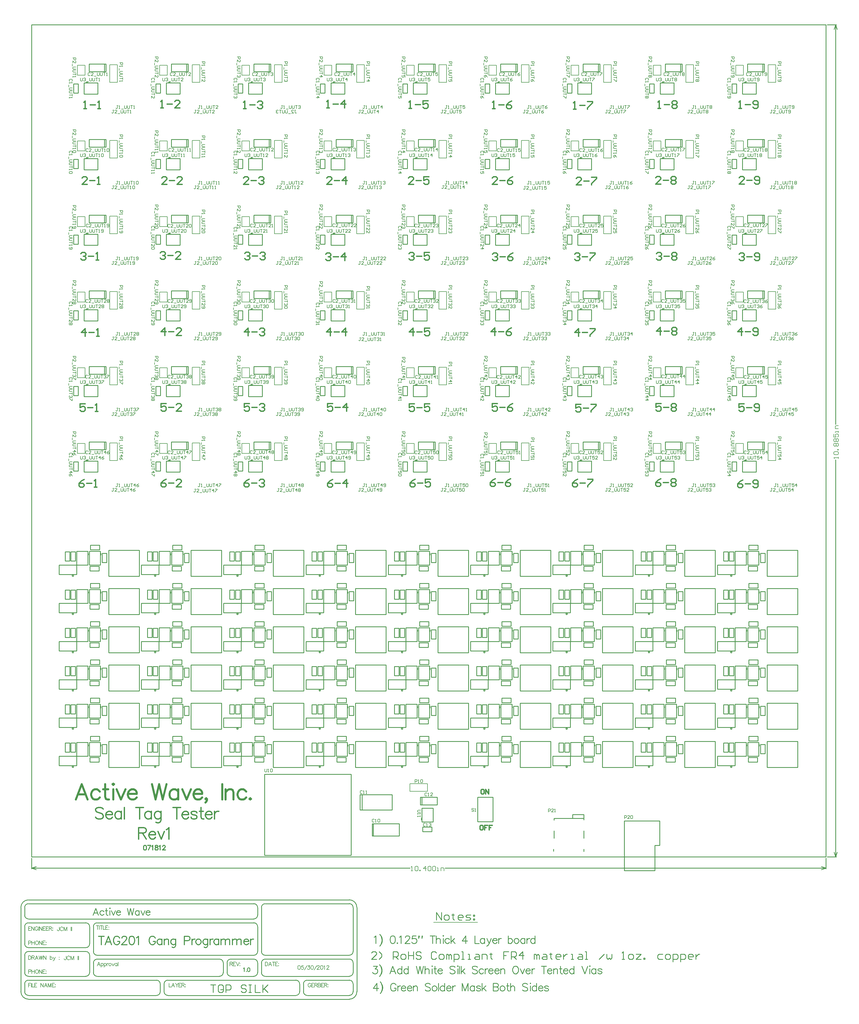
<source format=gto>
%FSLAX25Y25*%
%MOIN*%
G70*
G01*
G75*
G04 Layer_Color=65535*
%ADD10R,0.05906X0.03937*%
%ADD11R,0.09449X0.11024*%
%ADD12R,0.10000X0.10000*%
%ADD13R,0.07087X0.11024*%
%ADD14R,0.03000X0.03000*%
%ADD15R,0.04000X0.05500*%
%ADD16R,0.02000X0.05000*%
%ADD17R,0.05000X0.02000*%
%ADD18R,0.03000X0.03000*%
%ADD19C,0.05000*%
%ADD20C,0.02000*%
%ADD21C,0.01000*%
%ADD22C,0.01200*%
%ADD23C,0.00600*%
%ADD24C,0.00800*%
%ADD25C,0.00900*%
%ADD26C,0.00500*%
%ADD27C,0.06200*%
%ADD28C,0.08300*%
%ADD29C,0.09100*%
%ADD30C,0.10000*%
%ADD31C,0.07000*%
%ADD32R,0.07000X0.07000*%
%ADD33R,0.04000X0.06200*%
%ADD34O,0.04000X0.06200*%
%ADD35C,0.05200*%
%ADD36C,0.05500*%
%ADD37R,0.06200X0.04000*%
%ADD38O,0.06200X0.04000*%
%ADD39C,0.12000*%
%ADD40O,0.06000X0.04200*%
%ADD41C,0.05000*%
%ADD42C,0.01800*%
%ADD43C,0.02500*%
%ADD44C,0.01500*%
D21*
X917077Y117826D02*
G03*
X917077Y117826I-984J0D01*
G01*
X809327D02*
G03*
X809327Y117826I-984J0D01*
G01*
X701577D02*
G03*
X701577Y117826I-984J0D01*
G01*
X593827D02*
G03*
X593827Y117826I-984J0D01*
G01*
X486077D02*
G03*
X486077Y117826I-984J0D01*
G01*
X378327D02*
G03*
X378327Y117826I-984J0D01*
G01*
X270577D02*
G03*
X270577Y117826I-984J0D01*
G01*
X162827D02*
G03*
X162827Y117826I-984J0D01*
G01*
X55077D02*
G03*
X55077Y117826I-984J0D01*
G01*
X917077Y167826D02*
G03*
X917077Y167826I-984J0D01*
G01*
X809327D02*
G03*
X809327Y167826I-984J0D01*
G01*
X701577D02*
G03*
X701577Y167826I-984J0D01*
G01*
X593827D02*
G03*
X593827Y167826I-984J0D01*
G01*
X486077D02*
G03*
X486077Y167826I-984J0D01*
G01*
X378327D02*
G03*
X378327Y167826I-984J0D01*
G01*
X270577D02*
G03*
X270577Y167826I-984J0D01*
G01*
X162827D02*
G03*
X162827Y167826I-984J0D01*
G01*
X55077D02*
G03*
X55077Y167826I-984J0D01*
G01*
X917077Y217826D02*
G03*
X917077Y217826I-984J0D01*
G01*
X809327D02*
G03*
X809327Y217826I-984J0D01*
G01*
X701577D02*
G03*
X701577Y217826I-984J0D01*
G01*
X593827D02*
G03*
X593827Y217826I-984J0D01*
G01*
X486077D02*
G03*
X486077Y217826I-984J0D01*
G01*
X378327D02*
G03*
X378327Y217826I-984J0D01*
G01*
X270577D02*
G03*
X270577Y217826I-984J0D01*
G01*
X162827D02*
G03*
X162827Y217826I-984J0D01*
G01*
X55077D02*
G03*
X55077Y217826I-984J0D01*
G01*
X917077Y267826D02*
G03*
X917077Y267826I-984J0D01*
G01*
X809327D02*
G03*
X809327Y267826I-984J0D01*
G01*
X701577D02*
G03*
X701577Y267826I-984J0D01*
G01*
X593827D02*
G03*
X593827Y267826I-984J0D01*
G01*
X486077D02*
G03*
X486077Y267826I-984J0D01*
G01*
X378327D02*
G03*
X378327Y267826I-984J0D01*
G01*
X270577D02*
G03*
X270577Y267826I-984J0D01*
G01*
X162827D02*
G03*
X162827Y267826I-984J0D01*
G01*
X55077D02*
G03*
X55077Y267826I-984J0D01*
G01*
X917077Y317826D02*
G03*
X917077Y317826I-984J0D01*
G01*
X809327D02*
G03*
X809327Y317826I-984J0D01*
G01*
X701577D02*
G03*
X701577Y317826I-984J0D01*
G01*
X593827D02*
G03*
X593827Y317826I-984J0D01*
G01*
X486077D02*
G03*
X486077Y317826I-984J0D01*
G01*
X378327D02*
G03*
X378327Y317826I-984J0D01*
G01*
X270577D02*
G03*
X270577Y317826I-984J0D01*
G01*
X162827D02*
G03*
X162827Y317826I-984J0D01*
G01*
X55077D02*
G03*
X55077Y317826I-984J0D01*
G01*
X917077Y367826D02*
G03*
X917077Y367826I-984J0D01*
G01*
X809327D02*
G03*
X809327Y367826I-984J0D01*
G01*
X701577D02*
G03*
X701577Y367826I-984J0D01*
G01*
X593827D02*
G03*
X593827Y367826I-984J0D01*
G01*
X486077D02*
G03*
X486077Y367826I-984J0D01*
G01*
X378327D02*
G03*
X378327Y367826I-984J0D01*
G01*
X270577D02*
G03*
X270577Y367826I-984J0D01*
G01*
X162827D02*
G03*
X162827Y367826I-984J0D01*
G01*
X55077D02*
G03*
X55077Y367826I-984J0D01*
G01*
X510900Y51200D02*
G03*
X511150Y47700I1875J-1625D01*
G01*
X936100Y518100D02*
G03*
X932600Y517850I-1625J-1875D01*
G01*
X828350Y518100D02*
G03*
X824850Y517850I-1625J-1875D01*
G01*
X720600Y518100D02*
G03*
X717100Y517850I-1625J-1875D01*
G01*
X612850Y518100D02*
G03*
X609350Y517850I-1625J-1875D01*
G01*
X505100Y518100D02*
G03*
X501600Y517850I-1625J-1875D01*
G01*
X397350Y518100D02*
G03*
X393850Y517850I-1625J-1875D01*
G01*
X289600Y518100D02*
G03*
X286100Y517850I-1625J-1875D01*
G01*
X181850Y518100D02*
G03*
X178350Y517850I-1625J-1875D01*
G01*
X936100Y617000D02*
G03*
X932600Y616750I-1625J-1875D01*
G01*
X828350Y617000D02*
G03*
X824850Y616750I-1625J-1875D01*
G01*
X720600Y617000D02*
G03*
X717100Y616750I-1625J-1875D01*
G01*
X612850Y617000D02*
G03*
X609350Y616750I-1625J-1875D01*
G01*
X505100Y617000D02*
G03*
X501600Y616750I-1625J-1875D01*
G01*
X397350Y617000D02*
G03*
X393850Y616750I-1625J-1875D01*
G01*
X289600Y617000D02*
G03*
X286100Y616750I-1625J-1875D01*
G01*
X181850Y617000D02*
G03*
X178350Y616750I-1625J-1875D01*
G01*
X936100Y715900D02*
G03*
X932600Y715650I-1625J-1875D01*
G01*
X828350Y715900D02*
G03*
X824850Y715650I-1625J-1875D01*
G01*
X720600Y715900D02*
G03*
X717100Y715650I-1625J-1875D01*
G01*
X612850Y715900D02*
G03*
X609350Y715650I-1625J-1875D01*
G01*
X505100Y715900D02*
G03*
X501600Y715650I-1625J-1875D01*
G01*
X397350Y715900D02*
G03*
X393850Y715650I-1625J-1875D01*
G01*
X289600Y715900D02*
G03*
X286100Y715650I-1625J-1875D01*
G01*
X181850Y715900D02*
G03*
X178350Y715650I-1625J-1875D01*
G01*
X936100Y814800D02*
G03*
X932600Y814550I-1625J-1875D01*
G01*
X828350Y814800D02*
G03*
X824850Y814550I-1625J-1875D01*
G01*
X720600Y814800D02*
G03*
X717100Y814550I-1625J-1875D01*
G01*
X612850Y814800D02*
G03*
X609350Y814550I-1625J-1875D01*
G01*
X505100Y814800D02*
G03*
X501600Y814550I-1625J-1875D01*
G01*
X397350Y814800D02*
G03*
X393850Y814550I-1625J-1875D01*
G01*
X289600Y814800D02*
G03*
X286100Y814550I-1625J-1875D01*
G01*
X181850Y814800D02*
G03*
X178350Y814550I-1625J-1875D01*
G01*
X936100Y913700D02*
G03*
X932600Y913450I-1625J-1875D01*
G01*
X828350Y913700D02*
G03*
X824850Y913450I-1625J-1875D01*
G01*
X720600Y913700D02*
G03*
X717100Y913450I-1625J-1875D01*
G01*
X612850Y913700D02*
G03*
X609350Y913450I-1625J-1875D01*
G01*
X505100Y913700D02*
G03*
X501600Y913450I-1625J-1875D01*
G01*
X397350Y913700D02*
G03*
X393850Y913450I-1625J-1875D01*
G01*
X289600Y913700D02*
G03*
X286100Y913450I-1625J-1875D01*
G01*
X181850Y913700D02*
G03*
X178350Y913450I-1625J-1875D01*
G01*
X936100Y1012600D02*
G03*
X932600Y1012350I-1625J-1875D01*
G01*
X828350Y1012600D02*
G03*
X824850Y1012350I-1625J-1875D01*
G01*
X720600Y1012600D02*
G03*
X717100Y1012350I-1625J-1875D01*
G01*
X612850Y1012600D02*
G03*
X609350Y1012350I-1625J-1875D01*
G01*
X505100Y1012600D02*
G03*
X501600Y1012350I-1625J-1875D01*
G01*
X397350Y1012600D02*
G03*
X393850Y1012350I-1625J-1875D01*
G01*
X289600Y1012600D02*
G03*
X286100Y1012350I-1625J-1875D01*
G01*
X181850Y1012600D02*
G03*
X178350Y1012350I-1625J-1875D01*
G01*
X935900Y144200D02*
G03*
X935650Y147700I-1875J1625D01*
G01*
X828150Y144200D02*
G03*
X827900Y147700I-1875J1625D01*
G01*
X720400Y144200D02*
G03*
X720150Y147700I-1875J1625D01*
G01*
X612650Y144200D02*
G03*
X612400Y147700I-1875J1625D01*
G01*
X504900Y144200D02*
G03*
X504650Y147700I-1875J1625D01*
G01*
X397150Y144200D02*
G03*
X396900Y147700I-1875J1625D01*
G01*
X289400Y144200D02*
G03*
X289150Y147700I-1875J1625D01*
G01*
X181650Y144200D02*
G03*
X181400Y147700I-1875J1625D01*
G01*
X73900Y144200D02*
G03*
X73650Y147700I-1875J1625D01*
G01*
X935900Y194200D02*
G03*
X935650Y197700I-1875J1625D01*
G01*
X828150Y194200D02*
G03*
X827900Y197700I-1875J1625D01*
G01*
X720400Y194200D02*
G03*
X720150Y197700I-1875J1625D01*
G01*
X612650Y194200D02*
G03*
X612400Y197700I-1875J1625D01*
G01*
X504900Y194200D02*
G03*
X504650Y197700I-1875J1625D01*
G01*
X397150Y194200D02*
G03*
X396900Y197700I-1875J1625D01*
G01*
X289400Y194200D02*
G03*
X289150Y197700I-1875J1625D01*
G01*
X181650Y194200D02*
G03*
X181400Y197700I-1875J1625D01*
G01*
X73900Y194200D02*
G03*
X73650Y197700I-1875J1625D01*
G01*
X935900Y244200D02*
G03*
X935650Y247700I-1875J1625D01*
G01*
X828150Y244200D02*
G03*
X827900Y247700I-1875J1625D01*
G01*
X720400Y244200D02*
G03*
X720150Y247700I-1875J1625D01*
G01*
X612650Y244200D02*
G03*
X612400Y247700I-1875J1625D01*
G01*
X504900Y244200D02*
G03*
X504650Y247700I-1875J1625D01*
G01*
X397150Y244200D02*
G03*
X396900Y247700I-1875J1625D01*
G01*
X289400Y244200D02*
G03*
X289150Y247700I-1875J1625D01*
G01*
X181650Y244200D02*
G03*
X181400Y247700I-1875J1625D01*
G01*
X73900Y244200D02*
G03*
X73650Y247700I-1875J1625D01*
G01*
X935900Y294200D02*
G03*
X935650Y297700I-1875J1625D01*
G01*
X828150Y294200D02*
G03*
X827900Y297700I-1875J1625D01*
G01*
X720400Y294200D02*
G03*
X720150Y297700I-1875J1625D01*
G01*
X612650Y294200D02*
G03*
X612400Y297700I-1875J1625D01*
G01*
X504900Y294200D02*
G03*
X504650Y297700I-1875J1625D01*
G01*
X397150Y294200D02*
G03*
X396900Y297700I-1875J1625D01*
G01*
X289400Y294200D02*
G03*
X289150Y297700I-1875J1625D01*
G01*
X181650Y294200D02*
G03*
X181400Y297700I-1875J1625D01*
G01*
X73900Y294200D02*
G03*
X73650Y297700I-1875J1625D01*
G01*
X935900Y344200D02*
G03*
X935650Y347700I-1875J1625D01*
G01*
X828150Y344200D02*
G03*
X827900Y347700I-1875J1625D01*
G01*
X720400Y344200D02*
G03*
X720150Y347700I-1875J1625D01*
G01*
X612650Y344200D02*
G03*
X612400Y347700I-1875J1625D01*
G01*
X504900Y344200D02*
G03*
X504650Y347700I-1875J1625D01*
G01*
X397150Y344200D02*
G03*
X396900Y347700I-1875J1625D01*
G01*
X289400Y344200D02*
G03*
X289150Y347700I-1875J1625D01*
G01*
X181650Y344200D02*
G03*
X181400Y347700I-1875J1625D01*
G01*
X73900Y344200D02*
G03*
X73650Y347700I-1875J1625D01*
G01*
X935900Y394200D02*
G03*
X935650Y397700I-1875J1625D01*
G01*
X828150Y394200D02*
G03*
X827900Y397700I-1875J1625D01*
G01*
X720400Y394200D02*
G03*
X720150Y397700I-1875J1625D01*
G01*
X612650Y394200D02*
G03*
X612400Y397700I-1875J1625D01*
G01*
X504900Y394200D02*
G03*
X504650Y397700I-1875J1625D01*
G01*
X397150Y394200D02*
G03*
X396900Y397700I-1875J1625D01*
G01*
X289400Y394200D02*
G03*
X289150Y397700I-1875J1625D01*
G01*
X181650Y394200D02*
G03*
X181400Y397700I-1875J1625D01*
G01*
X73900Y394200D02*
G03*
X73650Y397700I-1875J1625D01*
G01*
X952400Y144200D02*
G03*
X952150Y147700I-1875J1625D01*
G01*
X844650Y144200D02*
G03*
X844400Y147700I-1875J1625D01*
G01*
X736900Y144200D02*
G03*
X736650Y147700I-1875J1625D01*
G01*
X629150Y144200D02*
G03*
X628900Y147700I-1875J1625D01*
G01*
X521400Y144200D02*
G03*
X521150Y147700I-1875J1625D01*
G01*
X413650Y144200D02*
G03*
X413400Y147700I-1875J1625D01*
G01*
X305900Y144200D02*
G03*
X305650Y147700I-1875J1625D01*
G01*
X198150Y144200D02*
G03*
X197900Y147700I-1875J1625D01*
G01*
X90400Y144200D02*
G03*
X90150Y147700I-1875J1625D01*
G01*
X952400Y194200D02*
G03*
X952150Y197700I-1875J1625D01*
G01*
X844650Y194200D02*
G03*
X844400Y197700I-1875J1625D01*
G01*
X736900Y194200D02*
G03*
X736650Y197700I-1875J1625D01*
G01*
X629150Y194200D02*
G03*
X628900Y197700I-1875J1625D01*
G01*
X521400Y194200D02*
G03*
X521150Y197700I-1875J1625D01*
G01*
X413650Y194200D02*
G03*
X413400Y197700I-1875J1625D01*
G01*
X305900Y194200D02*
G03*
X305650Y197700I-1875J1625D01*
G01*
X198150Y194200D02*
G03*
X197900Y197700I-1875J1625D01*
G01*
X90400Y194200D02*
G03*
X90150Y197700I-1875J1625D01*
G01*
X952400Y244200D02*
G03*
X952150Y247700I-1875J1625D01*
G01*
X844650Y244200D02*
G03*
X844400Y247700I-1875J1625D01*
G01*
X736900Y244200D02*
G03*
X736650Y247700I-1875J1625D01*
G01*
X629150Y244200D02*
G03*
X628900Y247700I-1875J1625D01*
G01*
X521400Y244200D02*
G03*
X521150Y247700I-1875J1625D01*
G01*
X413650Y244200D02*
G03*
X413400Y247700I-1875J1625D01*
G01*
X305900Y244200D02*
G03*
X305650Y247700I-1875J1625D01*
G01*
X198150Y244200D02*
G03*
X197900Y247700I-1875J1625D01*
G01*
X90400Y244200D02*
G03*
X90150Y247700I-1875J1625D01*
G01*
X952400Y294200D02*
G03*
X952150Y297700I-1875J1625D01*
G01*
X844650Y294200D02*
G03*
X844400Y297700I-1875J1625D01*
G01*
X736900Y294200D02*
G03*
X736650Y297700I-1875J1625D01*
G01*
X629150Y294200D02*
G03*
X628900Y297700I-1875J1625D01*
G01*
X521400Y294200D02*
G03*
X521150Y297700I-1875J1625D01*
G01*
X413650Y294200D02*
G03*
X413400Y297700I-1875J1625D01*
G01*
X305900Y294200D02*
G03*
X305650Y297700I-1875J1625D01*
G01*
X198150Y294200D02*
G03*
X197900Y297700I-1875J1625D01*
G01*
X90400Y294200D02*
G03*
X90150Y297700I-1875J1625D01*
G01*
X952400Y344200D02*
G03*
X952150Y347700I-1875J1625D01*
G01*
X844650Y344200D02*
G03*
X844400Y347700I-1875J1625D01*
G01*
X736900Y344200D02*
G03*
X736650Y347700I-1875J1625D01*
G01*
X629150Y344200D02*
G03*
X628900Y347700I-1875J1625D01*
G01*
X521400Y344200D02*
G03*
X521150Y347700I-1875J1625D01*
G01*
X413650Y344200D02*
G03*
X413400Y347700I-1875J1625D01*
G01*
X305900Y344200D02*
G03*
X305650Y347700I-1875J1625D01*
G01*
X198150Y344200D02*
G03*
X197900Y347700I-1875J1625D01*
G01*
X90400Y344200D02*
G03*
X90150Y347700I-1875J1625D01*
G01*
X952400Y394200D02*
G03*
X952150Y397700I-1875J1625D01*
G01*
X844650Y394200D02*
G03*
X844400Y397700I-1875J1625D01*
G01*
X736900Y394200D02*
G03*
X736650Y397700I-1875J1625D01*
G01*
X629150Y394200D02*
G03*
X628900Y397700I-1875J1625D01*
G01*
X521400Y394200D02*
G03*
X521150Y397700I-1875J1625D01*
G01*
X413650Y394200D02*
G03*
X413400Y397700I-1875J1625D01*
G01*
X305900Y394200D02*
G03*
X305650Y397700I-1875J1625D01*
G01*
X198150Y394200D02*
G03*
X197900Y397700I-1875J1625D01*
G01*
X90400Y394200D02*
G03*
X90150Y397700I-1875J1625D01*
G01*
X74100Y1012600D02*
G03*
X70600Y1012350I-1625J-1875D01*
G01*
X74100Y913700D02*
G03*
X70600Y913450I-1625J-1875D01*
G01*
X74100Y814800D02*
G03*
X70600Y814550I-1625J-1875D01*
G01*
X74100Y715900D02*
G03*
X70600Y715650I-1625J-1875D01*
G01*
X74100Y617000D02*
G03*
X70600Y616750I-1625J-1875D01*
G01*
X74100Y518100D02*
G03*
X70600Y517850I-1625J-1875D01*
G01*
X897983Y119598D02*
Y131704D01*
Y119598D02*
X920916D01*
X897983Y131704D02*
X920916D01*
Y119598D02*
Y131704D01*
X813166Y119598D02*
Y131704D01*
X790233D02*
X813166D01*
X790233Y119598D02*
X813166D01*
X790233D02*
Y131704D01*
X682483Y119598D02*
Y131704D01*
Y119598D02*
X705416D01*
X682483Y131704D02*
X705416D01*
Y119598D02*
Y131704D01*
X597666Y119598D02*
Y131704D01*
X574733D02*
X597666D01*
X574733Y119598D02*
X597666D01*
X574733D02*
Y131704D01*
X466983Y119598D02*
Y131704D01*
Y119598D02*
X489916D01*
X466983Y131704D02*
X489916D01*
Y119598D02*
Y131704D01*
X382166Y119598D02*
Y131704D01*
X359233D02*
X382166D01*
X359233Y119598D02*
X382166D01*
X359233D02*
Y131704D01*
X251483Y119598D02*
Y131704D01*
Y119598D02*
X274416D01*
X251483Y131704D02*
X274416D01*
Y119598D02*
Y131704D01*
X166666Y119598D02*
Y131704D01*
X143733D02*
X166666D01*
X143733Y119598D02*
X166666D01*
X143733D02*
Y131704D01*
X35983Y119598D02*
Y131704D01*
Y119598D02*
X58916D01*
X35983Y131704D02*
X58916D01*
Y119598D02*
Y131704D01*
X920916Y169598D02*
Y181704D01*
X897983D02*
X920916D01*
X897983Y169598D02*
X920916D01*
X897983D02*
Y181704D01*
X790233Y169598D02*
Y181704D01*
Y169598D02*
X813166D01*
X790233Y181704D02*
X813166D01*
Y169598D02*
Y181704D01*
X705416Y169598D02*
Y181704D01*
X682483D02*
X705416D01*
X682483Y169598D02*
X705416D01*
X682483D02*
Y181704D01*
X574733Y169598D02*
Y181704D01*
Y169598D02*
X597666D01*
X574733Y181704D02*
X597666D01*
Y169598D02*
Y181704D01*
X489916Y169598D02*
Y181704D01*
X466983D02*
X489916D01*
X466983Y169598D02*
X489916D01*
X466983D02*
Y181704D01*
X359233Y169598D02*
Y181704D01*
Y169598D02*
X382166D01*
X359233Y181704D02*
X382166D01*
Y169598D02*
Y181704D01*
X274416Y169598D02*
Y181704D01*
X251483D02*
X274416D01*
X251483Y169598D02*
X274416D01*
X251483D02*
Y181704D01*
X143733Y169598D02*
Y181704D01*
Y169598D02*
X166666D01*
X143733Y181704D02*
X166666D01*
Y169598D02*
Y181704D01*
X58916Y169598D02*
Y181704D01*
X35983D02*
X58916D01*
X35983Y169598D02*
X58916D01*
X35983D02*
Y181704D01*
X897983Y219598D02*
Y231704D01*
Y219598D02*
X920916D01*
X897983Y231704D02*
X920916D01*
Y219598D02*
Y231704D01*
X813166Y219598D02*
Y231704D01*
X790233D02*
X813166D01*
X790233Y219598D02*
X813166D01*
X790233D02*
Y231704D01*
X682483Y219598D02*
Y231704D01*
Y219598D02*
X705416D01*
X682483Y231704D02*
X705416D01*
Y219598D02*
Y231704D01*
X597666Y219598D02*
Y231704D01*
X574733D02*
X597666D01*
X574733Y219598D02*
X597666D01*
X574733D02*
Y231704D01*
X466983Y219598D02*
Y231704D01*
Y219598D02*
X489916D01*
X466983Y231704D02*
X489916D01*
Y219598D02*
Y231704D01*
X382166Y219598D02*
Y231704D01*
X359233D02*
X382166D01*
X359233Y219598D02*
X382166D01*
X359233D02*
Y231704D01*
X251483Y219598D02*
Y231704D01*
Y219598D02*
X274416D01*
X251483Y231704D02*
X274416D01*
Y219598D02*
Y231704D01*
X166666Y219598D02*
Y231704D01*
X143733D02*
X166666D01*
X143733Y219598D02*
X166666D01*
X143733D02*
Y231704D01*
X35983Y219598D02*
Y231704D01*
Y219598D02*
X58916D01*
X35983Y231704D02*
X58916D01*
Y219598D02*
Y231704D01*
X920916Y269598D02*
Y281704D01*
X897983D02*
X920916D01*
X897983Y269598D02*
X920916D01*
X897983D02*
Y281704D01*
X790233Y269598D02*
Y281704D01*
Y269598D02*
X813166D01*
X790233Y281704D02*
X813166D01*
Y269598D02*
Y281704D01*
X705416Y269598D02*
Y281704D01*
X682483D02*
X705416D01*
X682483Y269598D02*
X705416D01*
X682483D02*
Y281704D01*
X574733Y269598D02*
Y281704D01*
Y269598D02*
X597666D01*
X574733Y281704D02*
X597666D01*
Y269598D02*
Y281704D01*
X489916Y269598D02*
Y281704D01*
X466983D02*
X489916D01*
X466983Y269598D02*
X489916D01*
X466983D02*
Y281704D01*
X359233Y269598D02*
Y281704D01*
Y269598D02*
X382166D01*
X359233Y281704D02*
X382166D01*
Y269598D02*
Y281704D01*
X274416Y269598D02*
Y281704D01*
X251483D02*
X274416D01*
X251483Y269598D02*
X274416D01*
X251483D02*
Y281704D01*
X143733Y269598D02*
Y281704D01*
Y269598D02*
X166666D01*
X143733Y281704D02*
X166666D01*
Y269598D02*
Y281704D01*
X58916Y269598D02*
Y281704D01*
X35983D02*
X58916D01*
X35983Y269598D02*
X58916D01*
X35983D02*
Y281704D01*
X897983Y319598D02*
Y331704D01*
Y319598D02*
X920916D01*
X897983Y331704D02*
X920916D01*
Y319598D02*
Y331704D01*
X813166Y319598D02*
Y331704D01*
X790233D02*
X813166D01*
X790233Y319598D02*
X813166D01*
X790233D02*
Y331704D01*
X682483Y319598D02*
Y331704D01*
Y319598D02*
X705416D01*
X682483Y331704D02*
X705416D01*
Y319598D02*
Y331704D01*
X597666Y319598D02*
Y331704D01*
X574733D02*
X597666D01*
X574733Y319598D02*
X597666D01*
X574733D02*
Y331704D01*
X466983Y319598D02*
Y331704D01*
Y319598D02*
X489916D01*
X466983Y331704D02*
X489916D01*
Y319598D02*
Y331704D01*
X382166Y319598D02*
Y331704D01*
X359233D02*
X382166D01*
X359233Y319598D02*
X382166D01*
X359233D02*
Y331704D01*
X251483Y319598D02*
Y331704D01*
Y319598D02*
X274416D01*
X251483Y331704D02*
X274416D01*
Y319598D02*
Y331704D01*
X166666Y319598D02*
Y331704D01*
X143733D02*
X166666D01*
X143733Y319598D02*
X166666D01*
X143733D02*
Y331704D01*
X35983Y319598D02*
Y331704D01*
Y319598D02*
X58916D01*
X35983Y331704D02*
X58916D01*
Y319598D02*
Y331704D01*
X920916Y369598D02*
Y381704D01*
X897983D02*
X920916D01*
X897983Y369598D02*
X920916D01*
X897983D02*
Y381704D01*
X790233Y369598D02*
Y381704D01*
Y369598D02*
X813166D01*
X790233Y381704D02*
X813166D01*
Y369598D02*
Y381704D01*
X705416Y369598D02*
Y381704D01*
X682483D02*
X705416D01*
X682483Y369598D02*
X705416D01*
X682483D02*
Y381704D01*
X574733Y369598D02*
Y381704D01*
Y369598D02*
X597666D01*
X574733Y381704D02*
X597666D01*
Y369598D02*
Y381704D01*
X489916Y369598D02*
Y381704D01*
X466983D02*
X489916D01*
X466983Y369598D02*
X489916D01*
X466983D02*
Y381704D01*
X359233Y369598D02*
Y381704D01*
Y369598D02*
X382166D01*
X359233Y381704D02*
X382166D01*
Y369598D02*
Y381704D01*
X274416Y369598D02*
Y381704D01*
X251483D02*
X274416D01*
X251483Y369598D02*
X274416D01*
X251483D02*
Y381704D01*
X143733Y369598D02*
Y381704D01*
Y369598D02*
X166666D01*
X143733Y381704D02*
X166666D01*
Y369598D02*
Y381704D01*
X58916Y369598D02*
Y381704D01*
X35983D02*
X58916D01*
X35983Y369598D02*
X58916D01*
X35983D02*
Y381704D01*
X722900Y7000D02*
Y10000D01*
Y24500D02*
Y34000D01*
X708400Y50500D02*
Y55500D01*
X722900D01*
Y48500D02*
Y55500D01*
X683900Y50500D02*
X722900D01*
X683900Y48000D02*
Y50500D01*
Y24500D02*
Y34000D01*
X683400Y7500D02*
Y10000D01*
X583900Y46000D02*
X603900D01*
X583900D02*
Y78000D01*
X603900Y46000D02*
Y78000D01*
X583900D02*
X603900D01*
X430156Y61461D02*
X432715D01*
X430156D02*
Y81539D01*
X432715D01*
X472085Y71500D02*
Y81539D01*
X432715D02*
X472085D01*
X432715Y61461D02*
Y81539D01*
Y61461D02*
X472085D01*
Y71500D01*
X445900Y27500D02*
Y43500D01*
Y27500D02*
X481400D01*
Y43500D01*
X445900D02*
X481400D01*
X447400Y27500D02*
Y43500D01*
X511900Y36200D02*
Y39200D01*
X523900D01*
Y33200D02*
Y39200D01*
X511900Y33200D02*
X523900D01*
X511900D02*
Y36200D01*
X524400Y78200D02*
X530900D01*
Y68200D02*
Y78200D01*
X510900Y68200D02*
X530900D01*
X510900D02*
Y78200D01*
X524400D01*
X508900D02*
X510900D01*
X508900Y68200D02*
Y78200D01*
Y68200D02*
X510900D01*
X522150Y45700D02*
X525650D01*
Y63700D01*
X511150D02*
X525650D01*
X511150Y45700D02*
Y63700D01*
Y45700D02*
X522150D01*
X962900Y367200D02*
Y401200D01*
Y367200D02*
X1002900D01*
X962900Y401200D02*
X1002900D01*
Y367200D02*
Y401200D01*
X855150Y367200D02*
Y401200D01*
Y367200D02*
X895150D01*
X855150Y401200D02*
X895150D01*
Y367200D02*
Y401200D01*
X747400Y367200D02*
Y401200D01*
Y367200D02*
X787400D01*
X747400Y401200D02*
X787400D01*
Y367200D02*
Y401200D01*
X639650Y367200D02*
Y401200D01*
Y367200D02*
X679650D01*
X639650Y401200D02*
X679650D01*
Y367200D02*
Y401200D01*
X531900Y367200D02*
Y401200D01*
Y367200D02*
X571900D01*
X531900Y401200D02*
X571900D01*
Y367200D02*
Y401200D01*
X424150Y367200D02*
Y401200D01*
Y367200D02*
X464150D01*
X424150Y401200D02*
X464150D01*
Y367200D02*
Y401200D01*
X316400Y367200D02*
Y401200D01*
Y367200D02*
X356400D01*
X316400Y401200D02*
X356400D01*
Y367200D02*
Y401200D01*
X208650Y367200D02*
Y401200D01*
Y367200D02*
X248650D01*
X208650Y401200D02*
X248650D01*
Y367200D02*
Y401200D01*
X100900Y367200D02*
Y401200D01*
Y367200D02*
X140900D01*
X100900Y401200D02*
X140900D01*
Y367200D02*
Y401200D01*
X930600Y503350D02*
Y506850D01*
Y503350D02*
X948600D01*
Y517850D01*
X930600D02*
X948600D01*
X930600Y506850D02*
Y517850D01*
X937400Y532700D02*
X943900D01*
X937400D02*
Y542700D01*
X957400D01*
Y532700D02*
Y542700D01*
X943900Y532700D02*
X957400D01*
X959400D01*
Y542700D01*
X957400D02*
X959400D01*
X919900Y516700D02*
X922900D01*
Y504700D02*
Y516700D01*
X916900Y504700D02*
X922900D01*
X916900D02*
Y516700D01*
X919900D01*
X822850Y503350D02*
Y506850D01*
Y503350D02*
X840850D01*
Y517850D01*
X822850D02*
X840850D01*
X822850Y506850D02*
Y517850D01*
X829650Y532700D02*
X836150D01*
X829650D02*
Y542700D01*
X849650D01*
Y532700D02*
Y542700D01*
X836150Y532700D02*
X849650D01*
X851650D01*
Y542700D01*
X849650D02*
X851650D01*
X812150Y516700D02*
X815150D01*
Y504700D02*
Y516700D01*
X809150Y504700D02*
X815150D01*
X809150D02*
Y516700D01*
X812150D01*
X715100Y503350D02*
Y506850D01*
Y503350D02*
X733100D01*
Y517850D01*
X715100D02*
X733100D01*
X715100Y506850D02*
Y517850D01*
X721900Y532700D02*
X728400D01*
X721900D02*
Y542700D01*
X741900D01*
Y532700D02*
Y542700D01*
X728400Y532700D02*
X741900D01*
X743900D01*
Y542700D01*
X741900D02*
X743900D01*
X704400Y516700D02*
X707400D01*
Y504700D02*
Y516700D01*
X701400Y504700D02*
X707400D01*
X701400D02*
Y516700D01*
X704400D01*
X607350Y503350D02*
Y506850D01*
Y503350D02*
X625350D01*
Y517850D01*
X607350D02*
X625350D01*
X607350Y506850D02*
Y517850D01*
X614150Y532700D02*
X620650D01*
X614150D02*
Y542700D01*
X634150D01*
Y532700D02*
Y542700D01*
X620650Y532700D02*
X634150D01*
X636150D01*
Y542700D01*
X634150D02*
X636150D01*
X596650Y516700D02*
X599650D01*
Y504700D02*
Y516700D01*
X593650Y504700D02*
X599650D01*
X593650D02*
Y516700D01*
X596650D01*
X499600Y503350D02*
Y506850D01*
Y503350D02*
X517600D01*
Y517850D01*
X499600D02*
X517600D01*
X499600Y506850D02*
Y517850D01*
X506400Y532700D02*
X512900D01*
X506400D02*
Y542700D01*
X526400D01*
Y532700D02*
Y542700D01*
X512900Y532700D02*
X526400D01*
X528400D01*
Y542700D01*
X526400D02*
X528400D01*
X488900Y516700D02*
X491900D01*
Y504700D02*
Y516700D01*
X485900Y504700D02*
X491900D01*
X485900D02*
Y516700D01*
X488900D01*
X391850Y503350D02*
Y506850D01*
Y503350D02*
X409850D01*
Y517850D01*
X391850D02*
X409850D01*
X391850Y506850D02*
Y517850D01*
X398650Y532700D02*
X405150D01*
X398650D02*
Y542700D01*
X418650D01*
Y532700D02*
Y542700D01*
X405150Y532700D02*
X418650D01*
X420650D01*
Y542700D01*
X418650D02*
X420650D01*
X381150Y516700D02*
X384150D01*
Y504700D02*
Y516700D01*
X378150Y504700D02*
X384150D01*
X378150D02*
Y516700D01*
X381150D01*
X284100Y503350D02*
Y506850D01*
Y503350D02*
X302100D01*
Y517850D01*
X284100D02*
X302100D01*
X284100Y506850D02*
Y517850D01*
X290900Y532700D02*
X297400D01*
X290900D02*
Y542700D01*
X310900D01*
Y532700D02*
Y542700D01*
X297400Y532700D02*
X310900D01*
X312900D01*
Y542700D01*
X310900D02*
X312900D01*
X273400Y516700D02*
X276400D01*
Y504700D02*
Y516700D01*
X270400Y504700D02*
X276400D01*
X270400D02*
Y516700D01*
X273400D01*
X176350Y503350D02*
Y506850D01*
Y503350D02*
X194350D01*
Y517850D01*
X176350D02*
X194350D01*
X176350Y506850D02*
Y517850D01*
X183150Y532700D02*
X189650D01*
X183150D02*
Y542700D01*
X203150D01*
Y532700D02*
Y542700D01*
X189650Y532700D02*
X203150D01*
X205150D01*
Y542700D01*
X203150D02*
X205150D01*
X165650Y516700D02*
X168650D01*
Y504700D02*
Y516700D01*
X162650Y504700D02*
X168650D01*
X162650D02*
Y516700D01*
X165650D01*
X930600Y602250D02*
Y605750D01*
Y602250D02*
X948600D01*
Y616750D01*
X930600D02*
X948600D01*
X930600Y605750D02*
Y616750D01*
X937400Y631600D02*
X943900D01*
X937400D02*
Y641600D01*
X957400D01*
Y631600D02*
Y641600D01*
X943900Y631600D02*
X957400D01*
X959400D01*
Y641600D01*
X957400D02*
X959400D01*
X919900Y615600D02*
X922900D01*
Y603600D02*
Y615600D01*
X916900Y603600D02*
X922900D01*
X916900D02*
Y615600D01*
X919900D01*
X822850Y602250D02*
Y605750D01*
Y602250D02*
X840850D01*
Y616750D01*
X822850D02*
X840850D01*
X822850Y605750D02*
Y616750D01*
X829650Y631600D02*
X836150D01*
X829650D02*
Y641600D01*
X849650D01*
Y631600D02*
Y641600D01*
X836150Y631600D02*
X849650D01*
X851650D01*
Y641600D01*
X849650D02*
X851650D01*
X812150Y615600D02*
X815150D01*
Y603600D02*
Y615600D01*
X809150Y603600D02*
X815150D01*
X809150D02*
Y615600D01*
X812150D01*
X715100Y602250D02*
Y605750D01*
Y602250D02*
X733100D01*
Y616750D01*
X715100D02*
X733100D01*
X715100Y605750D02*
Y616750D01*
X721900Y631600D02*
X728400D01*
X721900D02*
Y641600D01*
X741900D01*
Y631600D02*
Y641600D01*
X728400Y631600D02*
X741900D01*
X743900D01*
Y641600D01*
X741900D02*
X743900D01*
X704400Y615600D02*
X707400D01*
Y603600D02*
Y615600D01*
X701400Y603600D02*
X707400D01*
X701400D02*
Y615600D01*
X704400D01*
X607350Y602250D02*
Y605750D01*
Y602250D02*
X625350D01*
Y616750D01*
X607350D02*
X625350D01*
X607350Y605750D02*
Y616750D01*
X614150Y631600D02*
X620650D01*
X614150D02*
Y641600D01*
X634150D01*
Y631600D02*
Y641600D01*
X620650Y631600D02*
X634150D01*
X636150D01*
Y641600D01*
X634150D02*
X636150D01*
X596650Y615600D02*
X599650D01*
Y603600D02*
Y615600D01*
X593650Y603600D02*
X599650D01*
X593650D02*
Y615600D01*
X596650D01*
X499600Y602250D02*
Y605750D01*
Y602250D02*
X517600D01*
Y616750D01*
X499600D02*
X517600D01*
X499600Y605750D02*
Y616750D01*
X506400Y631600D02*
X512900D01*
X506400D02*
Y641600D01*
X526400D01*
Y631600D02*
Y641600D01*
X512900Y631600D02*
X526400D01*
X528400D01*
Y641600D01*
X526400D02*
X528400D01*
X488900Y615600D02*
X491900D01*
Y603600D02*
Y615600D01*
X485900Y603600D02*
X491900D01*
X485900D02*
Y615600D01*
X488900D01*
X391850Y602250D02*
Y605750D01*
Y602250D02*
X409850D01*
Y616750D01*
X391850D02*
X409850D01*
X391850Y605750D02*
Y616750D01*
X398650Y631600D02*
X405150D01*
X398650D02*
Y641600D01*
X418650D01*
Y631600D02*
Y641600D01*
X405150Y631600D02*
X418650D01*
X420650D01*
Y641600D01*
X418650D02*
X420650D01*
X381150Y615600D02*
X384150D01*
Y603600D02*
Y615600D01*
X378150Y603600D02*
X384150D01*
X378150D02*
Y615600D01*
X381150D01*
X284100Y602250D02*
Y605750D01*
Y602250D02*
X302100D01*
Y616750D01*
X284100D02*
X302100D01*
X284100Y605750D02*
Y616750D01*
X290900Y631600D02*
X297400D01*
X290900D02*
Y641600D01*
X310900D01*
Y631600D02*
Y641600D01*
X297400Y631600D02*
X310900D01*
X312900D01*
Y641600D01*
X310900D02*
X312900D01*
X273400Y615600D02*
X276400D01*
Y603600D02*
Y615600D01*
X270400Y603600D02*
X276400D01*
X270400D02*
Y615600D01*
X273400D01*
X176350Y602250D02*
Y605750D01*
Y602250D02*
X194350D01*
Y616750D01*
X176350D02*
X194350D01*
X176350Y605750D02*
Y616750D01*
X183150Y631600D02*
X189650D01*
X183150D02*
Y641600D01*
X203150D01*
Y631600D02*
Y641600D01*
X189650Y631600D02*
X203150D01*
X205150D01*
Y641600D01*
X203150D02*
X205150D01*
X165650Y615600D02*
X168650D01*
Y603600D02*
Y615600D01*
X162650Y603600D02*
X168650D01*
X162650D02*
Y615600D01*
X165650D01*
X930600Y701150D02*
Y704650D01*
Y701150D02*
X948600D01*
Y715650D01*
X930600D02*
X948600D01*
X930600Y704650D02*
Y715650D01*
X937400Y730500D02*
X943900D01*
X937400D02*
Y740500D01*
X957400D01*
Y730500D02*
Y740500D01*
X943900Y730500D02*
X957400D01*
X959400D01*
Y740500D01*
X957400D02*
X959400D01*
X919900Y714500D02*
X922900D01*
Y702500D02*
Y714500D01*
X916900Y702500D02*
X922900D01*
X916900D02*
Y714500D01*
X919900D01*
X822850Y701150D02*
Y704650D01*
Y701150D02*
X840850D01*
Y715650D01*
X822850D02*
X840850D01*
X822850Y704650D02*
Y715650D01*
X829650Y730500D02*
X836150D01*
X829650D02*
Y740500D01*
X849650D01*
Y730500D02*
Y740500D01*
X836150Y730500D02*
X849650D01*
X851650D01*
Y740500D01*
X849650D02*
X851650D01*
X812150Y714500D02*
X815150D01*
Y702500D02*
Y714500D01*
X809150Y702500D02*
X815150D01*
X809150D02*
Y714500D01*
X812150D01*
X715100Y701150D02*
Y704650D01*
Y701150D02*
X733100D01*
Y715650D01*
X715100D02*
X733100D01*
X715100Y704650D02*
Y715650D01*
X721900Y730500D02*
X728400D01*
X721900D02*
Y740500D01*
X741900D01*
Y730500D02*
Y740500D01*
X728400Y730500D02*
X741900D01*
X743900D01*
Y740500D01*
X741900D02*
X743900D01*
X704400Y714500D02*
X707400D01*
Y702500D02*
Y714500D01*
X701400Y702500D02*
X707400D01*
X701400D02*
Y714500D01*
X704400D01*
X607350Y701150D02*
Y704650D01*
Y701150D02*
X625350D01*
Y715650D01*
X607350D02*
X625350D01*
X607350Y704650D02*
Y715650D01*
X614150Y730500D02*
X620650D01*
X614150D02*
Y740500D01*
X634150D01*
Y730500D02*
Y740500D01*
X620650Y730500D02*
X634150D01*
X636150D01*
Y740500D01*
X634150D02*
X636150D01*
X596650Y714500D02*
X599650D01*
Y702500D02*
Y714500D01*
X593650Y702500D02*
X599650D01*
X593650D02*
Y714500D01*
X596650D01*
X499600Y701150D02*
Y704650D01*
Y701150D02*
X517600D01*
Y715650D01*
X499600D02*
X517600D01*
X499600Y704650D02*
Y715650D01*
X506400Y730500D02*
X512900D01*
X506400D02*
Y740500D01*
X526400D01*
Y730500D02*
Y740500D01*
X512900Y730500D02*
X526400D01*
X528400D01*
Y740500D01*
X526400D02*
X528400D01*
X488900Y714500D02*
X491900D01*
Y702500D02*
Y714500D01*
X485900Y702500D02*
X491900D01*
X485900D02*
Y714500D01*
X488900D01*
X391850Y701150D02*
Y704650D01*
Y701150D02*
X409850D01*
Y715650D01*
X391850D02*
X409850D01*
X391850Y704650D02*
Y715650D01*
X398650Y730500D02*
X405150D01*
X398650D02*
Y740500D01*
X418650D01*
Y730500D02*
Y740500D01*
X405150Y730500D02*
X418650D01*
X420650D01*
Y740500D01*
X418650D02*
X420650D01*
X381150Y714500D02*
X384150D01*
Y702500D02*
Y714500D01*
X378150Y702500D02*
X384150D01*
X378150D02*
Y714500D01*
X381150D01*
X284100Y701150D02*
Y704650D01*
Y701150D02*
X302100D01*
Y715650D01*
X284100D02*
X302100D01*
X284100Y704650D02*
Y715650D01*
X290900Y730500D02*
X297400D01*
X290900D02*
Y740500D01*
X310900D01*
Y730500D02*
Y740500D01*
X297400Y730500D02*
X310900D01*
X312900D01*
Y740500D01*
X310900D02*
X312900D01*
X273400Y714500D02*
X276400D01*
Y702500D02*
Y714500D01*
X270400Y702500D02*
X276400D01*
X270400D02*
Y714500D01*
X273400D01*
X176350Y701150D02*
Y704650D01*
Y701150D02*
X194350D01*
Y715650D01*
X176350D02*
X194350D01*
X176350Y704650D02*
Y715650D01*
X183150Y730500D02*
X189650D01*
X183150D02*
Y740500D01*
X203150D01*
Y730500D02*
Y740500D01*
X189650Y730500D02*
X203150D01*
X205150D01*
Y740500D01*
X203150D02*
X205150D01*
X165650Y714500D02*
X168650D01*
Y702500D02*
Y714500D01*
X162650Y702500D02*
X168650D01*
X162650D02*
Y714500D01*
X165650D01*
X930600Y800050D02*
Y803550D01*
Y800050D02*
X948600D01*
Y814550D01*
X930600D02*
X948600D01*
X930600Y803550D02*
Y814550D01*
X937400Y829400D02*
X943900D01*
X937400D02*
Y839400D01*
X957400D01*
Y829400D02*
Y839400D01*
X943900Y829400D02*
X957400D01*
X959400D01*
Y839400D01*
X957400D02*
X959400D01*
X919900Y813400D02*
X922900D01*
Y801400D02*
Y813400D01*
X916900Y801400D02*
X922900D01*
X916900D02*
Y813400D01*
X919900D01*
X822850Y800050D02*
Y803550D01*
Y800050D02*
X840850D01*
Y814550D01*
X822850D02*
X840850D01*
X822850Y803550D02*
Y814550D01*
X829650Y829400D02*
X836150D01*
X829650D02*
Y839400D01*
X849650D01*
Y829400D02*
Y839400D01*
X836150Y829400D02*
X849650D01*
X851650D01*
Y839400D01*
X849650D02*
X851650D01*
X812150Y813400D02*
X815150D01*
Y801400D02*
Y813400D01*
X809150Y801400D02*
X815150D01*
X809150D02*
Y813400D01*
X812150D01*
X715100Y800050D02*
Y803550D01*
Y800050D02*
X733100D01*
Y814550D01*
X715100D02*
X733100D01*
X715100Y803550D02*
Y814550D01*
X721900Y829400D02*
X728400D01*
X721900D02*
Y839400D01*
X741900D01*
Y829400D02*
Y839400D01*
X728400Y829400D02*
X741900D01*
X743900D01*
Y839400D01*
X741900D02*
X743900D01*
X704400Y813400D02*
X707400D01*
Y801400D02*
Y813400D01*
X701400Y801400D02*
X707400D01*
X701400D02*
Y813400D01*
X704400D01*
X607350Y800050D02*
Y803550D01*
Y800050D02*
X625350D01*
Y814550D01*
X607350D02*
X625350D01*
X607350Y803550D02*
Y814550D01*
X614150Y829400D02*
X620650D01*
X614150D02*
Y839400D01*
X634150D01*
Y829400D02*
Y839400D01*
X620650Y829400D02*
X634150D01*
X636150D01*
Y839400D01*
X634150D02*
X636150D01*
X596650Y813400D02*
X599650D01*
Y801400D02*
Y813400D01*
X593650Y801400D02*
X599650D01*
X593650D02*
Y813400D01*
X596650D01*
X499600Y800050D02*
Y803550D01*
Y800050D02*
X517600D01*
Y814550D01*
X499600D02*
X517600D01*
X499600Y803550D02*
Y814550D01*
X506400Y829400D02*
X512900D01*
X506400D02*
Y839400D01*
X526400D01*
Y829400D02*
Y839400D01*
X512900Y829400D02*
X526400D01*
X528400D01*
Y839400D01*
X526400D02*
X528400D01*
X488900Y813400D02*
X491900D01*
Y801400D02*
Y813400D01*
X485900Y801400D02*
X491900D01*
X485900D02*
Y813400D01*
X488900D01*
X391850Y800050D02*
Y803550D01*
Y800050D02*
X409850D01*
Y814550D01*
X391850D02*
X409850D01*
X391850Y803550D02*
Y814550D01*
X398650Y829400D02*
X405150D01*
X398650D02*
Y839400D01*
X418650D01*
Y829400D02*
Y839400D01*
X405150Y829400D02*
X418650D01*
X420650D01*
Y839400D01*
X418650D02*
X420650D01*
X381150Y813400D02*
X384150D01*
Y801400D02*
Y813400D01*
X378150Y801400D02*
X384150D01*
X378150D02*
Y813400D01*
X381150D01*
X284100Y800050D02*
Y803550D01*
Y800050D02*
X302100D01*
Y814550D01*
X284100D02*
X302100D01*
X284100Y803550D02*
Y814550D01*
X290900Y829400D02*
X297400D01*
X290900D02*
Y839400D01*
X310900D01*
Y829400D02*
Y839400D01*
X297400Y829400D02*
X310900D01*
X312900D01*
Y839400D01*
X310900D02*
X312900D01*
X273400Y813400D02*
X276400D01*
Y801400D02*
Y813400D01*
X270400Y801400D02*
X276400D01*
X270400D02*
Y813400D01*
X273400D01*
X176350Y800050D02*
Y803550D01*
Y800050D02*
X194350D01*
Y814550D01*
X176350D02*
X194350D01*
X176350Y803550D02*
Y814550D01*
X183150Y829400D02*
X189650D01*
X183150D02*
Y839400D01*
X203150D01*
Y829400D02*
Y839400D01*
X189650Y829400D02*
X203150D01*
X205150D01*
Y839400D01*
X203150D02*
X205150D01*
X165650Y813400D02*
X168650D01*
Y801400D02*
Y813400D01*
X162650Y801400D02*
X168650D01*
X162650D02*
Y813400D01*
X165650D01*
X930600Y898950D02*
Y902450D01*
Y898950D02*
X948600D01*
Y913450D01*
X930600D02*
X948600D01*
X930600Y902450D02*
Y913450D01*
X937400Y928300D02*
X943900D01*
X937400D02*
Y938300D01*
X957400D01*
Y928300D02*
Y938300D01*
X943900Y928300D02*
X957400D01*
X959400D01*
Y938300D01*
X957400D02*
X959400D01*
X919900Y912300D02*
X922900D01*
Y900300D02*
Y912300D01*
X916900Y900300D02*
X922900D01*
X916900D02*
Y912300D01*
X919900D01*
X822850Y898950D02*
Y902450D01*
Y898950D02*
X840850D01*
Y913450D01*
X822850D02*
X840850D01*
X822850Y902450D02*
Y913450D01*
X829650Y928300D02*
X836150D01*
X829650D02*
Y938300D01*
X849650D01*
Y928300D02*
Y938300D01*
X836150Y928300D02*
X849650D01*
X851650D01*
Y938300D01*
X849650D02*
X851650D01*
X812150Y912300D02*
X815150D01*
Y900300D02*
Y912300D01*
X809150Y900300D02*
X815150D01*
X809150D02*
Y912300D01*
X812150D01*
X715100Y898950D02*
Y902450D01*
Y898950D02*
X733100D01*
Y913450D01*
X715100D02*
X733100D01*
X715100Y902450D02*
Y913450D01*
X721900Y928300D02*
X728400D01*
X721900D02*
Y938300D01*
X741900D01*
Y928300D02*
Y938300D01*
X728400Y928300D02*
X741900D01*
X743900D01*
Y938300D01*
X741900D02*
X743900D01*
X704400Y912300D02*
X707400D01*
Y900300D02*
Y912300D01*
X701400Y900300D02*
X707400D01*
X701400D02*
Y912300D01*
X704400D01*
X607350Y898950D02*
Y902450D01*
Y898950D02*
X625350D01*
Y913450D01*
X607350D02*
X625350D01*
X607350Y902450D02*
Y913450D01*
X614150Y928300D02*
X620650D01*
X614150D02*
Y938300D01*
X634150D01*
Y928300D02*
Y938300D01*
X620650Y928300D02*
X634150D01*
X636150D01*
Y938300D01*
X634150D02*
X636150D01*
X596650Y912300D02*
X599650D01*
Y900300D02*
Y912300D01*
X593650Y900300D02*
X599650D01*
X593650D02*
Y912300D01*
X596650D01*
X499600Y898950D02*
Y902450D01*
Y898950D02*
X517600D01*
Y913450D01*
X499600D02*
X517600D01*
X499600Y902450D02*
Y913450D01*
X506400Y928300D02*
X512900D01*
X506400D02*
Y938300D01*
X526400D01*
Y928300D02*
Y938300D01*
X512900Y928300D02*
X526400D01*
X528400D01*
Y938300D01*
X526400D02*
X528400D01*
X488900Y912300D02*
X491900D01*
Y900300D02*
Y912300D01*
X485900Y900300D02*
X491900D01*
X485900D02*
Y912300D01*
X488900D01*
X391850Y898950D02*
Y902450D01*
Y898950D02*
X409850D01*
Y913450D01*
X391850D02*
X409850D01*
X391850Y902450D02*
Y913450D01*
X398650Y928300D02*
X405150D01*
X398650D02*
Y938300D01*
X418650D01*
Y928300D02*
Y938300D01*
X405150Y928300D02*
X418650D01*
X420650D01*
Y938300D01*
X418650D02*
X420650D01*
X381150Y912300D02*
X384150D01*
Y900300D02*
Y912300D01*
X378150Y900300D02*
X384150D01*
X378150D02*
Y912300D01*
X381150D01*
X284100Y898950D02*
Y902450D01*
Y898950D02*
X302100D01*
Y913450D01*
X284100D02*
X302100D01*
X284100Y902450D02*
Y913450D01*
X290900Y928300D02*
X297400D01*
X290900D02*
Y938300D01*
X310900D01*
Y928300D02*
Y938300D01*
X297400Y928300D02*
X310900D01*
X312900D01*
Y938300D01*
X310900D02*
X312900D01*
X273400Y912300D02*
X276400D01*
Y900300D02*
Y912300D01*
X270400Y900300D02*
X276400D01*
X270400D02*
Y912300D01*
X273400D01*
X176350Y898950D02*
Y902450D01*
Y898950D02*
X194350D01*
Y913450D01*
X176350D02*
X194350D01*
X176350Y902450D02*
Y913450D01*
X183150Y928300D02*
X189650D01*
X183150D02*
Y938300D01*
X203150D01*
Y928300D02*
Y938300D01*
X189650Y928300D02*
X203150D01*
X205150D01*
Y938300D01*
X203150D02*
X205150D01*
X165650Y912300D02*
X168650D01*
Y900300D02*
Y912300D01*
X162650Y900300D02*
X168650D01*
X162650D02*
Y912300D01*
X165650D01*
X930600Y997850D02*
Y1001350D01*
Y997850D02*
X948600D01*
Y1012350D01*
X930600D02*
X948600D01*
X930600Y1001350D02*
Y1012350D01*
X937400Y1027200D02*
X943900D01*
X937400D02*
Y1037200D01*
X957400D01*
Y1027200D02*
Y1037200D01*
X943900Y1027200D02*
X957400D01*
X959400D01*
Y1037200D01*
X957400D02*
X959400D01*
X919900Y1011200D02*
X922900D01*
Y999200D02*
Y1011200D01*
X916900Y999200D02*
X922900D01*
X916900D02*
Y1011200D01*
X919900D01*
X822850Y997850D02*
Y1001350D01*
Y997850D02*
X840850D01*
Y1012350D01*
X822850D02*
X840850D01*
X822850Y1001350D02*
Y1012350D01*
X829650Y1027200D02*
X836150D01*
X829650D02*
Y1037200D01*
X849650D01*
Y1027200D02*
Y1037200D01*
X836150Y1027200D02*
X849650D01*
X851650D01*
Y1037200D01*
X849650D02*
X851650D01*
X812150Y1011200D02*
X815150D01*
Y999200D02*
Y1011200D01*
X809150Y999200D02*
X815150D01*
X809150D02*
Y1011200D01*
X812150D01*
X715100Y997850D02*
Y1001350D01*
Y997850D02*
X733100D01*
Y1012350D01*
X715100D02*
X733100D01*
X715100Y1001350D02*
Y1012350D01*
X721900Y1027200D02*
X728400D01*
X721900D02*
Y1037200D01*
X741900D01*
Y1027200D02*
Y1037200D01*
X728400Y1027200D02*
X741900D01*
X743900D01*
Y1037200D01*
X741900D02*
X743900D01*
X704400Y1011200D02*
X707400D01*
Y999200D02*
Y1011200D01*
X701400Y999200D02*
X707400D01*
X701400D02*
Y1011200D01*
X704400D01*
X607350Y997850D02*
Y1001350D01*
Y997850D02*
X625350D01*
Y1012350D01*
X607350D02*
X625350D01*
X607350Y1001350D02*
Y1012350D01*
X614150Y1027200D02*
X620650D01*
X614150D02*
Y1037200D01*
X634150D01*
Y1027200D02*
Y1037200D01*
X620650Y1027200D02*
X634150D01*
X636150D01*
Y1037200D01*
X634150D02*
X636150D01*
X596650Y1011200D02*
X599650D01*
Y999200D02*
Y1011200D01*
X593650Y999200D02*
X599650D01*
X593650D02*
Y1011200D01*
X596650D01*
X499600Y997850D02*
Y1001350D01*
Y997850D02*
X517600D01*
Y1012350D01*
X499600D02*
X517600D01*
X499600Y1001350D02*
Y1012350D01*
X506400Y1027200D02*
X512900D01*
X506400D02*
Y1037200D01*
X526400D01*
Y1027200D02*
Y1037200D01*
X512900Y1027200D02*
X526400D01*
X528400D01*
Y1037200D01*
X526400D02*
X528400D01*
X488900Y1011200D02*
X491900D01*
Y999200D02*
Y1011200D01*
X485900Y999200D02*
X491900D01*
X485900D02*
Y1011200D01*
X488900D01*
X391850Y997850D02*
Y1001350D01*
Y997850D02*
X409850D01*
Y1012350D01*
X391850D02*
X409850D01*
X391850Y1001350D02*
Y1012350D01*
X398650Y1027200D02*
X405150D01*
X398650D02*
Y1037200D01*
X418650D01*
Y1027200D02*
Y1037200D01*
X405150Y1027200D02*
X418650D01*
X420650D01*
Y1037200D01*
X418650D02*
X420650D01*
X381150Y1011200D02*
X384150D01*
Y999200D02*
Y1011200D01*
X378150Y999200D02*
X384150D01*
X378150D02*
Y1011200D01*
X381150D01*
X284100Y997850D02*
Y1001350D01*
Y997850D02*
X302100D01*
Y1012350D01*
X284100D02*
X302100D01*
X284100Y1001350D02*
Y1012350D01*
X290900Y1027200D02*
X297400D01*
X290900D02*
Y1037200D01*
X310900D01*
Y1027200D02*
Y1037200D01*
X297400Y1027200D02*
X310900D01*
X312900D01*
Y1037200D01*
X310900D02*
X312900D01*
X273400Y1011200D02*
X276400D01*
Y999200D02*
Y1011200D01*
X270400Y999200D02*
X276400D01*
X270400D02*
Y1011200D01*
X273400D01*
X176350Y997850D02*
Y1001350D01*
Y997850D02*
X194350D01*
Y1012350D01*
X176350D02*
X194350D01*
X176350Y1001350D02*
Y1012350D01*
X183150Y1027200D02*
X189650D01*
X183150D02*
Y1037200D01*
X203150D01*
Y1027200D02*
Y1037200D01*
X189650Y1027200D02*
X203150D01*
X205150D01*
Y1037200D01*
X203150D02*
X205150D01*
X165650Y1011200D02*
X168650D01*
Y999200D02*
Y1011200D01*
X162650Y999200D02*
X168650D01*
X162650D02*
Y1011200D01*
X165650D01*
X905900Y137200D02*
X908900D01*
X905900D02*
Y149200D01*
X911900D01*
Y137200D02*
Y149200D01*
X908900Y137200D02*
X911900D01*
X798150D02*
X801150D01*
X798150D02*
Y149200D01*
X804150D01*
Y137200D02*
Y149200D01*
X801150Y137200D02*
X804150D01*
X690400D02*
X693400D01*
X690400D02*
Y149200D01*
X696400D01*
Y137200D02*
Y149200D01*
X693400Y137200D02*
X696400D01*
X582650D02*
X585650D01*
X582650D02*
Y149200D01*
X588650D01*
Y137200D02*
Y149200D01*
X585650Y137200D02*
X588650D01*
X474900D02*
X477900D01*
X474900D02*
Y149200D01*
X480900D01*
Y137200D02*
Y149200D01*
X477900Y137200D02*
X480900D01*
X367150D02*
X370150D01*
X367150D02*
Y149200D01*
X373150D01*
Y137200D02*
Y149200D01*
X370150Y137200D02*
X373150D01*
X259400D02*
X262400D01*
X259400D02*
Y149200D01*
X265400D01*
Y137200D02*
Y149200D01*
X262400Y137200D02*
X265400D01*
X151650D02*
X154650D01*
X151650D02*
Y149200D01*
X157650D01*
Y137200D02*
Y149200D01*
X154650Y137200D02*
X157650D01*
X43900D02*
X46900D01*
X43900D02*
Y149200D01*
X49900D01*
Y137200D02*
Y149200D01*
X46900Y137200D02*
X49900D01*
X905900Y187200D02*
X908900D01*
X905900D02*
Y199200D01*
X911900D01*
Y187200D02*
Y199200D01*
X908900Y187200D02*
X911900D01*
X798150D02*
X801150D01*
X798150D02*
Y199200D01*
X804150D01*
Y187200D02*
Y199200D01*
X801150Y187200D02*
X804150D01*
X690400D02*
X693400D01*
X690400D02*
Y199200D01*
X696400D01*
Y187200D02*
Y199200D01*
X693400Y187200D02*
X696400D01*
X582650D02*
X585650D01*
X582650D02*
Y199200D01*
X588650D01*
Y187200D02*
Y199200D01*
X585650Y187200D02*
X588650D01*
X474900D02*
X477900D01*
X474900D02*
Y199200D01*
X480900D01*
Y187200D02*
Y199200D01*
X477900Y187200D02*
X480900D01*
X367150D02*
X370150D01*
X367150D02*
Y199200D01*
X373150D01*
Y187200D02*
Y199200D01*
X370150Y187200D02*
X373150D01*
X259400D02*
X262400D01*
X259400D02*
Y199200D01*
X265400D01*
Y187200D02*
Y199200D01*
X262400Y187200D02*
X265400D01*
X151650D02*
X154650D01*
X151650D02*
Y199200D01*
X157650D01*
Y187200D02*
Y199200D01*
X154650Y187200D02*
X157650D01*
X43900D02*
X46900D01*
X43900D02*
Y199200D01*
X49900D01*
Y187200D02*
Y199200D01*
X46900Y187200D02*
X49900D01*
X905900Y237200D02*
X908900D01*
X905900D02*
Y249200D01*
X911900D01*
Y237200D02*
Y249200D01*
X908900Y237200D02*
X911900D01*
X798150D02*
X801150D01*
X798150D02*
Y249200D01*
X804150D01*
Y237200D02*
Y249200D01*
X801150Y237200D02*
X804150D01*
X690400D02*
X693400D01*
X690400D02*
Y249200D01*
X696400D01*
Y237200D02*
Y249200D01*
X693400Y237200D02*
X696400D01*
X582650D02*
X585650D01*
X582650D02*
Y249200D01*
X588650D01*
Y237200D02*
Y249200D01*
X585650Y237200D02*
X588650D01*
X474900D02*
X477900D01*
X474900D02*
Y249200D01*
X480900D01*
Y237200D02*
Y249200D01*
X477900Y237200D02*
X480900D01*
X367150D02*
X370150D01*
X367150D02*
Y249200D01*
X373150D01*
Y237200D02*
Y249200D01*
X370150Y237200D02*
X373150D01*
X259400D02*
X262400D01*
X259400D02*
Y249200D01*
X265400D01*
Y237200D02*
Y249200D01*
X262400Y237200D02*
X265400D01*
X151650D02*
X154650D01*
X151650D02*
Y249200D01*
X157650D01*
Y237200D02*
Y249200D01*
X154650Y237200D02*
X157650D01*
X43900D02*
X46900D01*
X43900D02*
Y249200D01*
X49900D01*
Y237200D02*
Y249200D01*
X46900Y237200D02*
X49900D01*
X905900Y287200D02*
X908900D01*
X905900D02*
Y299200D01*
X911900D01*
Y287200D02*
Y299200D01*
X908900Y287200D02*
X911900D01*
X798150D02*
X801150D01*
X798150D02*
Y299200D01*
X804150D01*
Y287200D02*
Y299200D01*
X801150Y287200D02*
X804150D01*
X690400D02*
X693400D01*
X690400D02*
Y299200D01*
X696400D01*
Y287200D02*
Y299200D01*
X693400Y287200D02*
X696400D01*
X582650D02*
X585650D01*
X582650D02*
Y299200D01*
X588650D01*
Y287200D02*
Y299200D01*
X585650Y287200D02*
X588650D01*
X474900D02*
X477900D01*
X474900D02*
Y299200D01*
X480900D01*
Y287200D02*
Y299200D01*
X477900Y287200D02*
X480900D01*
X367150D02*
X370150D01*
X367150D02*
Y299200D01*
X373150D01*
Y287200D02*
Y299200D01*
X370150Y287200D02*
X373150D01*
X259400D02*
X262400D01*
X259400D02*
Y299200D01*
X265400D01*
Y287200D02*
Y299200D01*
X262400Y287200D02*
X265400D01*
X151650D02*
X154650D01*
X151650D02*
Y299200D01*
X157650D01*
Y287200D02*
Y299200D01*
X154650Y287200D02*
X157650D01*
X43900D02*
X46900D01*
X43900D02*
Y299200D01*
X49900D01*
Y287200D02*
Y299200D01*
X46900Y287200D02*
X49900D01*
X905900Y337200D02*
X908900D01*
X905900D02*
Y349200D01*
X911900D01*
Y337200D02*
Y349200D01*
X908900Y337200D02*
X911900D01*
X798150D02*
X801150D01*
X798150D02*
Y349200D01*
X804150D01*
Y337200D02*
Y349200D01*
X801150Y337200D02*
X804150D01*
X690400D02*
X693400D01*
X690400D02*
Y349200D01*
X696400D01*
Y337200D02*
Y349200D01*
X693400Y337200D02*
X696400D01*
X582650D02*
X585650D01*
X582650D02*
Y349200D01*
X588650D01*
Y337200D02*
Y349200D01*
X585650Y337200D02*
X588650D01*
X474900D02*
X477900D01*
X474900D02*
Y349200D01*
X480900D01*
Y337200D02*
Y349200D01*
X477900Y337200D02*
X480900D01*
X367150D02*
X370150D01*
X367150D02*
Y349200D01*
X373150D01*
Y337200D02*
Y349200D01*
X370150Y337200D02*
X373150D01*
X259400D02*
X262400D01*
X259400D02*
Y349200D01*
X265400D01*
Y337200D02*
Y349200D01*
X262400Y337200D02*
X265400D01*
X151650D02*
X154650D01*
X151650D02*
Y349200D01*
X157650D01*
Y337200D02*
Y349200D01*
X154650Y337200D02*
X157650D01*
X43900D02*
X46900D01*
X43900D02*
Y349200D01*
X49900D01*
Y337200D02*
Y349200D01*
X46900Y337200D02*
X49900D01*
X905900Y387200D02*
X908900D01*
X905900D02*
Y399200D01*
X911900D01*
Y387200D02*
Y399200D01*
X908900Y387200D02*
X911900D01*
X798150D02*
X801150D01*
X798150D02*
Y399200D01*
X804150D01*
Y387200D02*
Y399200D01*
X801150Y387200D02*
X804150D01*
X690400D02*
X693400D01*
X690400D02*
Y399200D01*
X696400D01*
Y387200D02*
Y399200D01*
X693400Y387200D02*
X696400D01*
X582650D02*
X585650D01*
X582650D02*
Y399200D01*
X588650D01*
Y387200D02*
Y399200D01*
X585650Y387200D02*
X588650D01*
X474900D02*
X477900D01*
X474900D02*
Y399200D01*
X480900D01*
Y387200D02*
Y399200D01*
X477900Y387200D02*
X480900D01*
X367150D02*
X370150D01*
X367150D02*
Y399200D01*
X373150D01*
Y387200D02*
Y399200D01*
X370150Y387200D02*
X373150D01*
X259400D02*
X262400D01*
X259400D02*
Y399200D01*
X265400D01*
Y387200D02*
Y399200D01*
X262400Y387200D02*
X265400D01*
X151650D02*
X154650D01*
X151650D02*
Y399200D01*
X157650D01*
Y387200D02*
Y399200D01*
X154650Y387200D02*
X157650D01*
X43900D02*
X46900D01*
X43900D02*
Y399200D01*
X49900D01*
Y387200D02*
Y399200D01*
X46900Y387200D02*
X49900D01*
X962900Y117200D02*
Y151200D01*
Y117200D02*
X1002900D01*
X962900Y151200D02*
X1002900D01*
Y117200D02*
Y151200D01*
X855150Y117200D02*
Y151200D01*
Y117200D02*
X895150D01*
X855150Y151200D02*
X895150D01*
Y117200D02*
Y151200D01*
X747400Y117200D02*
Y151200D01*
Y117200D02*
X787400D01*
X747400Y151200D02*
X787400D01*
Y117200D02*
Y151200D01*
X639650Y117200D02*
Y151200D01*
Y117200D02*
X679650D01*
X639650Y151200D02*
X679650D01*
Y117200D02*
Y151200D01*
X531900Y117200D02*
Y151200D01*
Y117200D02*
X571900D01*
X531900Y151200D02*
X571900D01*
Y117200D02*
Y151200D01*
X424150Y117200D02*
Y151200D01*
Y117200D02*
X464150D01*
X424150Y151200D02*
X464150D01*
Y117200D02*
Y151200D01*
X316400Y117200D02*
Y151200D01*
Y117200D02*
X356400D01*
X316400Y151200D02*
X356400D01*
Y117200D02*
Y151200D01*
X208650Y117200D02*
Y151200D01*
Y117200D02*
X248650D01*
X208650Y151200D02*
X248650D01*
Y117200D02*
Y151200D01*
X100900Y117200D02*
Y151200D01*
Y117200D02*
X140900D01*
X100900Y151200D02*
X140900D01*
Y117200D02*
Y151200D01*
X962900Y167200D02*
Y201200D01*
Y167200D02*
X1002900D01*
X962900Y201200D02*
X1002900D01*
Y167200D02*
Y201200D01*
X855150Y167200D02*
Y201200D01*
Y167200D02*
X895150D01*
X855150Y201200D02*
X895150D01*
Y167200D02*
Y201200D01*
X747400Y167200D02*
Y201200D01*
Y167200D02*
X787400D01*
X747400Y201200D02*
X787400D01*
Y167200D02*
Y201200D01*
X639650Y167200D02*
Y201200D01*
Y167200D02*
X679650D01*
X639650Y201200D02*
X679650D01*
Y167200D02*
Y201200D01*
X531900Y167200D02*
Y201200D01*
Y167200D02*
X571900D01*
X531900Y201200D02*
X571900D01*
Y167200D02*
Y201200D01*
X424150Y167200D02*
Y201200D01*
Y167200D02*
X464150D01*
X424150Y201200D02*
X464150D01*
Y167200D02*
Y201200D01*
X316400Y167200D02*
Y201200D01*
Y167200D02*
X356400D01*
X316400Y201200D02*
X356400D01*
Y167200D02*
Y201200D01*
X208650Y167200D02*
Y201200D01*
Y167200D02*
X248650D01*
X208650Y201200D02*
X248650D01*
Y167200D02*
Y201200D01*
X100900Y167200D02*
Y201200D01*
Y167200D02*
X140900D01*
X100900Y201200D02*
X140900D01*
Y167200D02*
Y201200D01*
X962900Y217200D02*
Y251200D01*
Y217200D02*
X1002900D01*
X962900Y251200D02*
X1002900D01*
Y217200D02*
Y251200D01*
X855150Y217200D02*
Y251200D01*
Y217200D02*
X895150D01*
X855150Y251200D02*
X895150D01*
Y217200D02*
Y251200D01*
X747400Y217200D02*
Y251200D01*
Y217200D02*
X787400D01*
X747400Y251200D02*
X787400D01*
Y217200D02*
Y251200D01*
X639650Y217200D02*
Y251200D01*
Y217200D02*
X679650D01*
X639650Y251200D02*
X679650D01*
Y217200D02*
Y251200D01*
X531900Y217200D02*
Y251200D01*
Y217200D02*
X571900D01*
X531900Y251200D02*
X571900D01*
Y217200D02*
Y251200D01*
X424150Y217200D02*
Y251200D01*
Y217200D02*
X464150D01*
X424150Y251200D02*
X464150D01*
Y217200D02*
Y251200D01*
X316400Y217200D02*
Y251200D01*
Y217200D02*
X356400D01*
X316400Y251200D02*
X356400D01*
Y217200D02*
Y251200D01*
X208650Y217200D02*
Y251200D01*
Y217200D02*
X248650D01*
X208650Y251200D02*
X248650D01*
Y217200D02*
Y251200D01*
X100900Y217200D02*
Y251200D01*
Y217200D02*
X140900D01*
X100900Y251200D02*
X140900D01*
Y217200D02*
Y251200D01*
X962900Y267200D02*
Y301200D01*
Y267200D02*
X1002900D01*
X962900Y301200D02*
X1002900D01*
Y267200D02*
Y301200D01*
X855150Y267200D02*
Y301200D01*
Y267200D02*
X895150D01*
X855150Y301200D02*
X895150D01*
Y267200D02*
Y301200D01*
X747400Y267200D02*
Y301200D01*
Y267200D02*
X787400D01*
X747400Y301200D02*
X787400D01*
Y267200D02*
Y301200D01*
X639650Y267200D02*
Y301200D01*
Y267200D02*
X679650D01*
X639650Y301200D02*
X679650D01*
Y267200D02*
Y301200D01*
X531900Y267200D02*
Y301200D01*
Y267200D02*
X571900D01*
X531900Y301200D02*
X571900D01*
Y267200D02*
Y301200D01*
X424150Y267200D02*
Y301200D01*
Y267200D02*
X464150D01*
X424150Y301200D02*
X464150D01*
Y267200D02*
Y301200D01*
X316400Y267200D02*
Y301200D01*
Y267200D02*
X356400D01*
X316400Y301200D02*
X356400D01*
Y267200D02*
Y301200D01*
X208650Y267200D02*
Y301200D01*
Y267200D02*
X248650D01*
X208650Y301200D02*
X248650D01*
Y267200D02*
Y301200D01*
X100900Y267200D02*
Y301200D01*
Y267200D02*
X140900D01*
X100900Y301200D02*
X140900D01*
Y267200D02*
Y301200D01*
X962900Y317200D02*
Y351200D01*
Y317200D02*
X1002900D01*
X962900Y351200D02*
X1002900D01*
Y317200D02*
Y351200D01*
X855150Y317200D02*
Y351200D01*
Y317200D02*
X895150D01*
X855150Y351200D02*
X895150D01*
Y317200D02*
Y351200D01*
X747400Y317200D02*
Y351200D01*
Y317200D02*
X787400D01*
X747400Y351200D02*
X787400D01*
Y317200D02*
Y351200D01*
X639650Y317200D02*
Y351200D01*
Y317200D02*
X679650D01*
X639650Y351200D02*
X679650D01*
Y317200D02*
Y351200D01*
X531900Y317200D02*
Y351200D01*
Y317200D02*
X571900D01*
X531900Y351200D02*
X571900D01*
Y317200D02*
Y351200D01*
X424150Y317200D02*
Y351200D01*
Y317200D02*
X464150D01*
X424150Y351200D02*
X464150D01*
Y317200D02*
Y351200D01*
X316400Y317200D02*
Y351200D01*
Y317200D02*
X356400D01*
X316400Y351200D02*
X356400D01*
Y317200D02*
Y351200D01*
X208650Y317200D02*
Y351200D01*
Y317200D02*
X248650D01*
X208650Y351200D02*
X248650D01*
Y317200D02*
Y351200D01*
X100900Y317200D02*
Y351200D01*
Y317200D02*
X140900D01*
X100900Y351200D02*
X140900D01*
Y317200D02*
Y351200D01*
X815899Y15000D02*
X815900Y-18000D01*
X775899Y47000D02*
X822400D01*
X775899D02*
X775900Y-18000D01*
X815900D01*
X822400Y15000D02*
Y47000D01*
X815899Y15000D02*
X822400D01*
X924650Y149700D02*
X935650D01*
Y131700D02*
Y149700D01*
X921150Y131700D02*
X935650D01*
X921150D02*
Y149700D01*
X924650D01*
X816900D02*
X827900D01*
Y131700D02*
Y149700D01*
X813400Y131700D02*
X827900D01*
X813400D02*
Y149700D01*
X816900D01*
X709150D02*
X720150D01*
Y131700D02*
Y149700D01*
X705650Y131700D02*
X720150D01*
X705650D02*
Y149700D01*
X709150D01*
X601400D02*
X612400D01*
Y131700D02*
Y149700D01*
X597900Y131700D02*
X612400D01*
X597900D02*
Y149700D01*
X601400D01*
X493650D02*
X504650D01*
Y131700D02*
Y149700D01*
X490150Y131700D02*
X504650D01*
X490150D02*
Y149700D01*
X493650D01*
X385900D02*
X396900D01*
Y131700D02*
Y149700D01*
X382400Y131700D02*
X396900D01*
X382400D02*
Y149700D01*
X385900D01*
X278150D02*
X289150D01*
Y131700D02*
Y149700D01*
X274650Y131700D02*
X289150D01*
X274650D02*
Y149700D01*
X278150D01*
X170400D02*
X181400D01*
Y131700D02*
Y149700D01*
X166900Y131700D02*
X181400D01*
X166900D02*
Y149700D01*
X170400D01*
X62650D02*
X73650D01*
Y131700D02*
Y149700D01*
X59150Y131700D02*
X73650D01*
X59150D02*
Y149700D01*
X62650D01*
X924650Y199700D02*
X935650D01*
Y181700D02*
Y199700D01*
X921150Y181700D02*
X935650D01*
X921150D02*
Y199700D01*
X924650D01*
X816900D02*
X827900D01*
Y181700D02*
Y199700D01*
X813400Y181700D02*
X827900D01*
X813400D02*
Y199700D01*
X816900D01*
X709150D02*
X720150D01*
Y181700D02*
Y199700D01*
X705650Y181700D02*
X720150D01*
X705650D02*
Y199700D01*
X709150D01*
X601400D02*
X612400D01*
Y181700D02*
Y199700D01*
X597900Y181700D02*
X612400D01*
X597900D02*
Y199700D01*
X601400D01*
X493650D02*
X504650D01*
Y181700D02*
Y199700D01*
X490150Y181700D02*
X504650D01*
X490150D02*
Y199700D01*
X493650D01*
X385900D02*
X396900D01*
Y181700D02*
Y199700D01*
X382400Y181700D02*
X396900D01*
X382400D02*
Y199700D01*
X385900D01*
X278150D02*
X289150D01*
Y181700D02*
Y199700D01*
X274650Y181700D02*
X289150D01*
X274650D02*
Y199700D01*
X278150D01*
X170400D02*
X181400D01*
Y181700D02*
Y199700D01*
X166900Y181700D02*
X181400D01*
X166900D02*
Y199700D01*
X170400D01*
X62650D02*
X73650D01*
Y181700D02*
Y199700D01*
X59150Y181700D02*
X73650D01*
X59150D02*
Y199700D01*
X62650D01*
X924650Y249700D02*
X935650D01*
Y231700D02*
Y249700D01*
X921150Y231700D02*
X935650D01*
X921150D02*
Y249700D01*
X924650D01*
X816900D02*
X827900D01*
Y231700D02*
Y249700D01*
X813400Y231700D02*
X827900D01*
X813400D02*
Y249700D01*
X816900D01*
X709150D02*
X720150D01*
Y231700D02*
Y249700D01*
X705650Y231700D02*
X720150D01*
X705650D02*
Y249700D01*
X709150D01*
X601400D02*
X612400D01*
Y231700D02*
Y249700D01*
X597900Y231700D02*
X612400D01*
X597900D02*
Y249700D01*
X601400D01*
X493650D02*
X504650D01*
Y231700D02*
Y249700D01*
X490150Y231700D02*
X504650D01*
X490150D02*
Y249700D01*
X493650D01*
X385900D02*
X396900D01*
Y231700D02*
Y249700D01*
X382400Y231700D02*
X396900D01*
X382400D02*
Y249700D01*
X385900D01*
X278150D02*
X289150D01*
Y231700D02*
Y249700D01*
X274650Y231700D02*
X289150D01*
X274650D02*
Y249700D01*
X278150D01*
X170400D02*
X181400D01*
Y231700D02*
Y249700D01*
X166900Y231700D02*
X181400D01*
X166900D02*
Y249700D01*
X170400D01*
X62650D02*
X73650D01*
Y231700D02*
Y249700D01*
X59150Y231700D02*
X73650D01*
X59150D02*
Y249700D01*
X62650D01*
X924650Y299700D02*
X935650D01*
Y281700D02*
Y299700D01*
X921150Y281700D02*
X935650D01*
X921150D02*
Y299700D01*
X924650D01*
X816900D02*
X827900D01*
Y281700D02*
Y299700D01*
X813400Y281700D02*
X827900D01*
X813400D02*
Y299700D01*
X816900D01*
X709150D02*
X720150D01*
Y281700D02*
Y299700D01*
X705650Y281700D02*
X720150D01*
X705650D02*
Y299700D01*
X709150D01*
X601400D02*
X612400D01*
Y281700D02*
Y299700D01*
X597900Y281700D02*
X612400D01*
X597900D02*
Y299700D01*
X601400D01*
X493650D02*
X504650D01*
Y281700D02*
Y299700D01*
X490150Y281700D02*
X504650D01*
X490150D02*
Y299700D01*
X493650D01*
X385900D02*
X396900D01*
Y281700D02*
Y299700D01*
X382400Y281700D02*
X396900D01*
X382400D02*
Y299700D01*
X385900D01*
X278150D02*
X289150D01*
Y281700D02*
Y299700D01*
X274650Y281700D02*
X289150D01*
X274650D02*
Y299700D01*
X278150D01*
X170400D02*
X181400D01*
Y281700D02*
Y299700D01*
X166900Y281700D02*
X181400D01*
X166900D02*
Y299700D01*
X170400D01*
X62650D02*
X73650D01*
Y281700D02*
Y299700D01*
X59150Y281700D02*
X73650D01*
X59150D02*
Y299700D01*
X62650D01*
X924650Y349700D02*
X935650D01*
Y331700D02*
Y349700D01*
X921150Y331700D02*
X935650D01*
X921150D02*
Y349700D01*
X924650D01*
X816900D02*
X827900D01*
Y331700D02*
Y349700D01*
X813400Y331700D02*
X827900D01*
X813400D02*
Y349700D01*
X816900D01*
X709150D02*
X720150D01*
Y331700D02*
Y349700D01*
X705650Y331700D02*
X720150D01*
X705650D02*
Y349700D01*
X709150D01*
X601400D02*
X612400D01*
Y331700D02*
Y349700D01*
X597900Y331700D02*
X612400D01*
X597900D02*
Y349700D01*
X601400D01*
X493650D02*
X504650D01*
Y331700D02*
Y349700D01*
X490150Y331700D02*
X504650D01*
X490150D02*
Y349700D01*
X493650D01*
X385900D02*
X396900D01*
Y331700D02*
Y349700D01*
X382400Y331700D02*
X396900D01*
X382400D02*
Y349700D01*
X385900D01*
X278150D02*
X289150D01*
Y331700D02*
Y349700D01*
X274650Y331700D02*
X289150D01*
X274650D02*
Y349700D01*
X278150D01*
X170400D02*
X181400D01*
Y331700D02*
Y349700D01*
X166900Y331700D02*
X181400D01*
X166900D02*
Y349700D01*
X170400D01*
X62650D02*
X73650D01*
Y331700D02*
Y349700D01*
X59150Y331700D02*
X73650D01*
X59150D02*
Y349700D01*
X62650D01*
X924650Y399700D02*
X935650D01*
Y381700D02*
Y399700D01*
X921150Y381700D02*
X935650D01*
X921150D02*
Y399700D01*
X924650D01*
X816900D02*
X827900D01*
Y381700D02*
Y399700D01*
X813400Y381700D02*
X827900D01*
X813400D02*
Y399700D01*
X816900D01*
X709150D02*
X720150D01*
Y381700D02*
Y399700D01*
X705650Y381700D02*
X720150D01*
X705650D02*
Y399700D01*
X709150D01*
X601400D02*
X612400D01*
Y381700D02*
Y399700D01*
X597900Y381700D02*
X612400D01*
X597900D02*
Y399700D01*
X601400D01*
X493650D02*
X504650D01*
Y381700D02*
Y399700D01*
X490150Y381700D02*
X504650D01*
X490150D02*
Y399700D01*
X493650D01*
X385900D02*
X396900D01*
Y381700D02*
Y399700D01*
X382400Y381700D02*
X396900D01*
X382400D02*
Y399700D01*
X385900D01*
X278150D02*
X289150D01*
Y381700D02*
Y399700D01*
X274650Y381700D02*
X289150D01*
X274650D02*
Y399700D01*
X278150D01*
X170400D02*
X181400D01*
Y381700D02*
Y399700D01*
X166900Y381700D02*
X181400D01*
X166900D02*
Y399700D01*
X170400D01*
X62650D02*
X73650D01*
Y381700D02*
Y399700D01*
X59150Y381700D02*
X73650D01*
X59150D02*
Y399700D01*
X62650D01*
X937650Y149700D02*
X941150D01*
X937650Y131700D02*
Y149700D01*
Y131700D02*
X952150D01*
Y149700D01*
X941150D02*
X952150D01*
X829900D02*
X833400D01*
X829900Y131700D02*
Y149700D01*
Y131700D02*
X844400D01*
Y149700D01*
X833400D02*
X844400D01*
X722150D02*
X725650D01*
X722150Y131700D02*
Y149700D01*
Y131700D02*
X736650D01*
Y149700D01*
X725650D02*
X736650D01*
X614400D02*
X617900D01*
X614400Y131700D02*
Y149700D01*
Y131700D02*
X628900D01*
Y149700D01*
X617900D02*
X628900D01*
X506650D02*
X510150D01*
X506650Y131700D02*
Y149700D01*
Y131700D02*
X521150D01*
Y149700D01*
X510150D02*
X521150D01*
X398900D02*
X402400D01*
X398900Y131700D02*
Y149700D01*
Y131700D02*
X413400D01*
Y149700D01*
X402400D02*
X413400D01*
X291150D02*
X294650D01*
X291150Y131700D02*
Y149700D01*
Y131700D02*
X305650D01*
Y149700D01*
X294650D02*
X305650D01*
X183400D02*
X186900D01*
X183400Y131700D02*
Y149700D01*
Y131700D02*
X197900D01*
Y149700D01*
X186900D02*
X197900D01*
X75650D02*
X79150D01*
X75650Y131700D02*
Y149700D01*
Y131700D02*
X90150D01*
Y149700D01*
X79150D02*
X90150D01*
X937650Y199700D02*
X941150D01*
X937650Y181700D02*
Y199700D01*
Y181700D02*
X952150D01*
Y199700D01*
X941150D02*
X952150D01*
X829900D02*
X833400D01*
X829900Y181700D02*
Y199700D01*
Y181700D02*
X844400D01*
Y199700D01*
X833400D02*
X844400D01*
X722150D02*
X725650D01*
X722150Y181700D02*
Y199700D01*
Y181700D02*
X736650D01*
Y199700D01*
X725650D02*
X736650D01*
X614400D02*
X617900D01*
X614400Y181700D02*
Y199700D01*
Y181700D02*
X628900D01*
Y199700D01*
X617900D02*
X628900D01*
X506650D02*
X510150D01*
X506650Y181700D02*
Y199700D01*
Y181700D02*
X521150D01*
Y199700D01*
X510150D02*
X521150D01*
X398900D02*
X402400D01*
X398900Y181700D02*
Y199700D01*
Y181700D02*
X413400D01*
Y199700D01*
X402400D02*
X413400D01*
X291150D02*
X294650D01*
X291150Y181700D02*
Y199700D01*
Y181700D02*
X305650D01*
Y199700D01*
X294650D02*
X305650D01*
X183400D02*
X186900D01*
X183400Y181700D02*
Y199700D01*
Y181700D02*
X197900D01*
Y199700D01*
X186900D02*
X197900D01*
X75650D02*
X79150D01*
X75650Y181700D02*
Y199700D01*
Y181700D02*
X90150D01*
Y199700D01*
X79150D02*
X90150D01*
X937650Y249700D02*
X941150D01*
X937650Y231700D02*
Y249700D01*
Y231700D02*
X952150D01*
Y249700D01*
X941150D02*
X952150D01*
X829900D02*
X833400D01*
X829900Y231700D02*
Y249700D01*
Y231700D02*
X844400D01*
Y249700D01*
X833400D02*
X844400D01*
X722150D02*
X725650D01*
X722150Y231700D02*
Y249700D01*
Y231700D02*
X736650D01*
Y249700D01*
X725650D02*
X736650D01*
X614400D02*
X617900D01*
X614400Y231700D02*
Y249700D01*
Y231700D02*
X628900D01*
Y249700D01*
X617900D02*
X628900D01*
X506650D02*
X510150D01*
X506650Y231700D02*
Y249700D01*
Y231700D02*
X521150D01*
Y249700D01*
X510150D02*
X521150D01*
X398900D02*
X402400D01*
X398900Y231700D02*
Y249700D01*
Y231700D02*
X413400D01*
Y249700D01*
X402400D02*
X413400D01*
X291150D02*
X294650D01*
X291150Y231700D02*
Y249700D01*
Y231700D02*
X305650D01*
Y249700D01*
X294650D02*
X305650D01*
X183400D02*
X186900D01*
X183400Y231700D02*
Y249700D01*
Y231700D02*
X197900D01*
Y249700D01*
X186900D02*
X197900D01*
X75650D02*
X79150D01*
X75650Y231700D02*
Y249700D01*
Y231700D02*
X90150D01*
Y249700D01*
X79150D02*
X90150D01*
X937650Y299700D02*
X941150D01*
X937650Y281700D02*
Y299700D01*
Y281700D02*
X952150D01*
Y299700D01*
X941150D02*
X952150D01*
X829900D02*
X833400D01*
X829900Y281700D02*
Y299700D01*
Y281700D02*
X844400D01*
Y299700D01*
X833400D02*
X844400D01*
X722150D02*
X725650D01*
X722150Y281700D02*
Y299700D01*
Y281700D02*
X736650D01*
Y299700D01*
X725650D02*
X736650D01*
X614400D02*
X617900D01*
X614400Y281700D02*
Y299700D01*
Y281700D02*
X628900D01*
Y299700D01*
X617900D02*
X628900D01*
X506650D02*
X510150D01*
X506650Y281700D02*
Y299700D01*
Y281700D02*
X521150D01*
Y299700D01*
X510150D02*
X521150D01*
X398900D02*
X402400D01*
X398900Y281700D02*
Y299700D01*
Y281700D02*
X413400D01*
Y299700D01*
X402400D02*
X413400D01*
X291150D02*
X294650D01*
X291150Y281700D02*
Y299700D01*
Y281700D02*
X305650D01*
Y299700D01*
X294650D02*
X305650D01*
X183400D02*
X186900D01*
X183400Y281700D02*
Y299700D01*
Y281700D02*
X197900D01*
Y299700D01*
X186900D02*
X197900D01*
X75650D02*
X79150D01*
X75650Y281700D02*
Y299700D01*
Y281700D02*
X90150D01*
Y299700D01*
X79150D02*
X90150D01*
X937650Y349700D02*
X941150D01*
X937650Y331700D02*
Y349700D01*
Y331700D02*
X952150D01*
Y349700D01*
X941150D02*
X952150D01*
X829900D02*
X833400D01*
X829900Y331700D02*
Y349700D01*
Y331700D02*
X844400D01*
Y349700D01*
X833400D02*
X844400D01*
X722150D02*
X725650D01*
X722150Y331700D02*
Y349700D01*
Y331700D02*
X736650D01*
Y349700D01*
X725650D02*
X736650D01*
X614400D02*
X617900D01*
X614400Y331700D02*
Y349700D01*
Y331700D02*
X628900D01*
Y349700D01*
X617900D02*
X628900D01*
X506650D02*
X510150D01*
X506650Y331700D02*
Y349700D01*
Y331700D02*
X521150D01*
Y349700D01*
X510150D02*
X521150D01*
X398900D02*
X402400D01*
X398900Y331700D02*
Y349700D01*
Y331700D02*
X413400D01*
Y349700D01*
X402400D02*
X413400D01*
X291150D02*
X294650D01*
X291150Y331700D02*
Y349700D01*
Y331700D02*
X305650D01*
Y349700D01*
X294650D02*
X305650D01*
X183400D02*
X186900D01*
X183400Y331700D02*
Y349700D01*
Y331700D02*
X197900D01*
Y349700D01*
X186900D02*
X197900D01*
X75650D02*
X79150D01*
X75650Y331700D02*
Y349700D01*
Y331700D02*
X90150D01*
Y349700D01*
X79150D02*
X90150D01*
X937650Y399700D02*
X941150D01*
X937650Y381700D02*
Y399700D01*
Y381700D02*
X952150D01*
Y399700D01*
X941150D02*
X952150D01*
X829900D02*
X833400D01*
X829900Y381700D02*
Y399700D01*
Y381700D02*
X844400D01*
Y399700D01*
X833400D02*
X844400D01*
X722150D02*
X725650D01*
X722150Y381700D02*
Y399700D01*
Y381700D02*
X736650D01*
Y399700D01*
X725650D02*
X736650D01*
X614400D02*
X617900D01*
X614400Y381700D02*
Y399700D01*
Y381700D02*
X628900D01*
Y399700D01*
X617900D02*
X628900D01*
X506650D02*
X510150D01*
X506650Y381700D02*
Y399700D01*
Y381700D02*
X521150D01*
Y399700D01*
X510150D02*
X521150D01*
X398900D02*
X402400D01*
X398900Y381700D02*
Y399700D01*
Y381700D02*
X413400D01*
Y399700D01*
X402400D02*
X413400D01*
X291150D02*
X294650D01*
X291150Y381700D02*
Y399700D01*
Y381700D02*
X305650D01*
Y399700D01*
X294650D02*
X305650D01*
X183400D02*
X186900D01*
X183400Y381700D02*
Y399700D01*
Y381700D02*
X197900D01*
Y399700D01*
X186900D02*
X197900D01*
X75650D02*
X79150D01*
X75650Y381700D02*
Y399700D01*
Y381700D02*
X90150D01*
Y399700D01*
X79150D02*
X90150D01*
X95400Y397200D02*
X98400D01*
Y385200D02*
Y397200D01*
X92400Y385200D02*
X98400D01*
X92400D02*
Y397200D01*
X95400D01*
X203150D02*
X206150D01*
Y385200D02*
Y397200D01*
X200150Y385200D02*
X206150D01*
X200150D02*
Y397200D01*
X203150D01*
X310900D02*
X313900D01*
Y385200D02*
Y397200D01*
X307900Y385200D02*
X313900D01*
X307900D02*
Y397200D01*
X310900D01*
X418650D02*
X421650D01*
Y385200D02*
Y397200D01*
X415650Y385200D02*
X421650D01*
X415650D02*
Y397200D01*
X418650D01*
X526400D02*
X529400D01*
Y385200D02*
Y397200D01*
X523400Y385200D02*
X529400D01*
X523400D02*
Y397200D01*
X526400D01*
X634150D02*
X637150D01*
Y385200D02*
Y397200D01*
X631150Y385200D02*
X637150D01*
X631150D02*
Y397200D01*
X634150D01*
X741900D02*
X744900D01*
Y385200D02*
Y397200D01*
X738900Y385200D02*
X744900D01*
X738900D02*
Y397200D01*
X741900D01*
X849650D02*
X852650D01*
Y385200D02*
Y397200D01*
X846650Y385200D02*
X852650D01*
X846650D02*
Y397200D01*
X849650D01*
X957400D02*
X960400D01*
Y385200D02*
Y397200D01*
X954400Y385200D02*
X960400D01*
X954400D02*
Y397200D01*
X957400D01*
X95400Y347200D02*
X98400D01*
Y335200D02*
Y347200D01*
X92400Y335200D02*
X98400D01*
X92400D02*
Y347200D01*
X95400D01*
X203150D02*
X206150D01*
Y335200D02*
Y347200D01*
X200150Y335200D02*
X206150D01*
X200150D02*
Y347200D01*
X203150D01*
X310900D02*
X313900D01*
Y335200D02*
Y347200D01*
X307900Y335200D02*
X313900D01*
X307900D02*
Y347200D01*
X310900D01*
X418650D02*
X421650D01*
Y335200D02*
Y347200D01*
X415650Y335200D02*
X421650D01*
X415650D02*
Y347200D01*
X418650D01*
X526400D02*
X529400D01*
Y335200D02*
Y347200D01*
X523400Y335200D02*
X529400D01*
X523400D02*
Y347200D01*
X526400D01*
X634150D02*
X637150D01*
Y335200D02*
Y347200D01*
X631150Y335200D02*
X637150D01*
X631150D02*
Y347200D01*
X634150D01*
X741900D02*
X744900D01*
Y335200D02*
Y347200D01*
X738900Y335200D02*
X744900D01*
X738900D02*
Y347200D01*
X741900D01*
X849650D02*
X852650D01*
Y335200D02*
Y347200D01*
X846650Y335200D02*
X852650D01*
X846650D02*
Y347200D01*
X849650D01*
X957400D02*
X960400D01*
Y335200D02*
Y347200D01*
X954400Y335200D02*
X960400D01*
X954400D02*
Y347200D01*
X957400D01*
X95400Y297200D02*
X98400D01*
Y285200D02*
Y297200D01*
X92400Y285200D02*
X98400D01*
X92400D02*
Y297200D01*
X95400D01*
X203150D02*
X206150D01*
Y285200D02*
Y297200D01*
X200150Y285200D02*
X206150D01*
X200150D02*
Y297200D01*
X203150D01*
X310900D02*
X313900D01*
Y285200D02*
Y297200D01*
X307900Y285200D02*
X313900D01*
X307900D02*
Y297200D01*
X310900D01*
X418650D02*
X421650D01*
Y285200D02*
Y297200D01*
X415650Y285200D02*
X421650D01*
X415650D02*
Y297200D01*
X418650D01*
X526400D02*
X529400D01*
Y285200D02*
Y297200D01*
X523400Y285200D02*
X529400D01*
X523400D02*
Y297200D01*
X526400D01*
X634150D02*
X637150D01*
Y285200D02*
Y297200D01*
X631150Y285200D02*
X637150D01*
X631150D02*
Y297200D01*
X634150D01*
X741900D02*
X744900D01*
Y285200D02*
Y297200D01*
X738900Y285200D02*
X744900D01*
X738900D02*
Y297200D01*
X741900D01*
X849650D02*
X852650D01*
Y285200D02*
Y297200D01*
X846650Y285200D02*
X852650D01*
X846650D02*
Y297200D01*
X849650D01*
X957400D02*
X960400D01*
Y285200D02*
Y297200D01*
X954400Y285200D02*
X960400D01*
X954400D02*
Y297200D01*
X957400D01*
X95400Y247200D02*
X98400D01*
Y235200D02*
Y247200D01*
X92400Y235200D02*
X98400D01*
X92400D02*
Y247200D01*
X95400D01*
X203150D02*
X206150D01*
Y235200D02*
Y247200D01*
X200150Y235200D02*
X206150D01*
X200150D02*
Y247200D01*
X203150D01*
X310900D02*
X313900D01*
Y235200D02*
Y247200D01*
X307900Y235200D02*
X313900D01*
X307900D02*
Y247200D01*
X310900D01*
X418650D02*
X421650D01*
Y235200D02*
Y247200D01*
X415650Y235200D02*
X421650D01*
X415650D02*
Y247200D01*
X418650D01*
X526400D02*
X529400D01*
Y235200D02*
Y247200D01*
X523400Y235200D02*
X529400D01*
X523400D02*
Y247200D01*
X526400D01*
X634150D02*
X637150D01*
Y235200D02*
Y247200D01*
X631150Y235200D02*
X637150D01*
X631150D02*
Y247200D01*
X634150D01*
X741900D02*
X744900D01*
Y235200D02*
Y247200D01*
X738900Y235200D02*
X744900D01*
X738900D02*
Y247200D01*
X741900D01*
X849650D02*
X852650D01*
Y235200D02*
Y247200D01*
X846650Y235200D02*
X852650D01*
X846650D02*
Y247200D01*
X849650D01*
X957400D02*
X960400D01*
Y235200D02*
Y247200D01*
X954400Y235200D02*
X960400D01*
X954400D02*
Y247200D01*
X957400D01*
X95400Y197200D02*
X98400D01*
Y185200D02*
Y197200D01*
X92400Y185200D02*
X98400D01*
X92400D02*
Y197200D01*
X95400D01*
X203150D02*
X206150D01*
Y185200D02*
Y197200D01*
X200150Y185200D02*
X206150D01*
X200150D02*
Y197200D01*
X203150D01*
X310900D02*
X313900D01*
Y185200D02*
Y197200D01*
X307900Y185200D02*
X313900D01*
X307900D02*
Y197200D01*
X310900D01*
X418650D02*
X421650D01*
Y185200D02*
Y197200D01*
X415650Y185200D02*
X421650D01*
X415650D02*
Y197200D01*
X418650D01*
X526400D02*
X529400D01*
Y185200D02*
Y197200D01*
X523400Y185200D02*
X529400D01*
X523400D02*
Y197200D01*
X526400D01*
X634150D02*
X637150D01*
Y185200D02*
Y197200D01*
X631150Y185200D02*
X637150D01*
X631150D02*
Y197200D01*
X634150D01*
X741900D02*
X744900D01*
Y185200D02*
Y197200D01*
X738900Y185200D02*
X744900D01*
X738900D02*
Y197200D01*
X741900D01*
X849650D02*
X852650D01*
Y185200D02*
Y197200D01*
X846650Y185200D02*
X852650D01*
X846650D02*
Y197200D01*
X849650D01*
X957400D02*
X960400D01*
Y185200D02*
Y197200D01*
X954400Y185200D02*
X960400D01*
X954400D02*
Y197200D01*
X957400D01*
X95400Y147200D02*
X98400D01*
Y135200D02*
Y147200D01*
X92400Y135200D02*
X98400D01*
X92400D02*
Y147200D01*
X95400D01*
X203150D02*
X206150D01*
Y135200D02*
Y147200D01*
X200150Y135200D02*
X206150D01*
X200150D02*
Y147200D01*
X203150D01*
X310900D02*
X313900D01*
Y135200D02*
Y147200D01*
X307900Y135200D02*
X313900D01*
X307900D02*
Y147200D01*
X310900D01*
X418650D02*
X421650D01*
Y135200D02*
Y147200D01*
X415650Y135200D02*
X421650D01*
X415650D02*
Y147200D01*
X418650D01*
X526400D02*
X529400D01*
Y135200D02*
Y147200D01*
X523400Y135200D02*
X529400D01*
X523400D02*
Y147200D01*
X526400D01*
X634150D02*
X637150D01*
Y135200D02*
Y147200D01*
X631150Y135200D02*
X637150D01*
X631150D02*
Y147200D01*
X634150D01*
X741900D02*
X744900D01*
Y135200D02*
Y147200D01*
X738900Y135200D02*
X744900D01*
X738900D02*
Y147200D01*
X741900D01*
X849650D02*
X852650D01*
Y135200D02*
Y147200D01*
X846650Y135200D02*
X852650D01*
X846650D02*
Y147200D01*
X849650D01*
X957400D02*
X960400D01*
Y135200D02*
Y147200D01*
X954400Y135200D02*
X960400D01*
X954400D02*
Y147200D01*
X957400D01*
X51400Y387200D02*
X54400D01*
X51400D02*
Y399200D01*
X57400D01*
Y387200D02*
Y399200D01*
X54400Y387200D02*
X57400D01*
X159150D02*
X162150D01*
X159150D02*
Y399200D01*
X165150D01*
Y387200D02*
Y399200D01*
X162150Y387200D02*
X165150D01*
X266900D02*
X269900D01*
X266900D02*
Y399200D01*
X272900D01*
Y387200D02*
Y399200D01*
X269900Y387200D02*
X272900D01*
X374650D02*
X377650D01*
X374650D02*
Y399200D01*
X380650D01*
Y387200D02*
Y399200D01*
X377650Y387200D02*
X380650D01*
X482400D02*
X485400D01*
X482400D02*
Y399200D01*
X488400D01*
Y387200D02*
Y399200D01*
X485400Y387200D02*
X488400D01*
X590150D02*
X593150D01*
X590150D02*
Y399200D01*
X596150D01*
Y387200D02*
Y399200D01*
X593150Y387200D02*
X596150D01*
X697900D02*
X700900D01*
X697900D02*
Y399200D01*
X703900D01*
Y387200D02*
Y399200D01*
X700900Y387200D02*
X703900D01*
X805650D02*
X808650D01*
X805650D02*
Y399200D01*
X811650D01*
Y387200D02*
Y399200D01*
X808650Y387200D02*
X811650D01*
X913400D02*
X916400D01*
X913400D02*
Y399200D01*
X919400D01*
Y387200D02*
Y399200D01*
X916400Y387200D02*
X919400D01*
X51400Y337200D02*
X54400D01*
X51400D02*
Y349200D01*
X57400D01*
Y337200D02*
Y349200D01*
X54400Y337200D02*
X57400D01*
X159150D02*
X162150D01*
X159150D02*
Y349200D01*
X165150D01*
Y337200D02*
Y349200D01*
X162150Y337200D02*
X165150D01*
X266900D02*
X269900D01*
X266900D02*
Y349200D01*
X272900D01*
Y337200D02*
Y349200D01*
X269900Y337200D02*
X272900D01*
X374650D02*
X377650D01*
X374650D02*
Y349200D01*
X380650D01*
Y337200D02*
Y349200D01*
X377650Y337200D02*
X380650D01*
X482400D02*
X485400D01*
X482400D02*
Y349200D01*
X488400D01*
Y337200D02*
Y349200D01*
X485400Y337200D02*
X488400D01*
X590150D02*
X593150D01*
X590150D02*
Y349200D01*
X596150D01*
Y337200D02*
Y349200D01*
X593150Y337200D02*
X596150D01*
X697900D02*
X700900D01*
X697900D02*
Y349200D01*
X703900D01*
Y337200D02*
Y349200D01*
X700900Y337200D02*
X703900D01*
X805650D02*
X808650D01*
X805650D02*
Y349200D01*
X811650D01*
Y337200D02*
Y349200D01*
X808650Y337200D02*
X811650D01*
X913400D02*
X916400D01*
X913400D02*
Y349200D01*
X919400D01*
Y337200D02*
Y349200D01*
X916400Y337200D02*
X919400D01*
X51400Y287200D02*
X54400D01*
X51400D02*
Y299200D01*
X57400D01*
Y287200D02*
Y299200D01*
X54400Y287200D02*
X57400D01*
X159150D02*
X162150D01*
X159150D02*
Y299200D01*
X165150D01*
Y287200D02*
Y299200D01*
X162150Y287200D02*
X165150D01*
X266900D02*
X269900D01*
X266900D02*
Y299200D01*
X272900D01*
Y287200D02*
Y299200D01*
X269900Y287200D02*
X272900D01*
X374650D02*
X377650D01*
X374650D02*
Y299200D01*
X380650D01*
Y287200D02*
Y299200D01*
X377650Y287200D02*
X380650D01*
X482400D02*
X485400D01*
X482400D02*
Y299200D01*
X488400D01*
Y287200D02*
Y299200D01*
X485400Y287200D02*
X488400D01*
X590150D02*
X593150D01*
X590150D02*
Y299200D01*
X596150D01*
Y287200D02*
Y299200D01*
X593150Y287200D02*
X596150D01*
X697900D02*
X700900D01*
X697900D02*
Y299200D01*
X703900D01*
Y287200D02*
Y299200D01*
X700900Y287200D02*
X703900D01*
X805650D02*
X808650D01*
X805650D02*
Y299200D01*
X811650D01*
Y287200D02*
Y299200D01*
X808650Y287200D02*
X811650D01*
X913400D02*
X916400D01*
X913400D02*
Y299200D01*
X919400D01*
Y287200D02*
Y299200D01*
X916400Y287200D02*
X919400D01*
X51400Y237200D02*
X54400D01*
X51400D02*
Y249200D01*
X57400D01*
Y237200D02*
Y249200D01*
X54400Y237200D02*
X57400D01*
X159150D02*
X162150D01*
X159150D02*
Y249200D01*
X165150D01*
Y237200D02*
Y249200D01*
X162150Y237200D02*
X165150D01*
X266900D02*
X269900D01*
X266900D02*
Y249200D01*
X272900D01*
Y237200D02*
Y249200D01*
X269900Y237200D02*
X272900D01*
X374650D02*
X377650D01*
X374650D02*
Y249200D01*
X380650D01*
Y237200D02*
Y249200D01*
X377650Y237200D02*
X380650D01*
X482400D02*
X485400D01*
X482400D02*
Y249200D01*
X488400D01*
Y237200D02*
Y249200D01*
X485400Y237200D02*
X488400D01*
X590150D02*
X593150D01*
X590150D02*
Y249200D01*
X596150D01*
Y237200D02*
Y249200D01*
X593150Y237200D02*
X596150D01*
X697900D02*
X700900D01*
X697900D02*
Y249200D01*
X703900D01*
Y237200D02*
Y249200D01*
X700900Y237200D02*
X703900D01*
X805650D02*
X808650D01*
X805650D02*
Y249200D01*
X811650D01*
Y237200D02*
Y249200D01*
X808650Y237200D02*
X811650D01*
X913400D02*
X916400D01*
X913400D02*
Y249200D01*
X919400D01*
Y237200D02*
Y249200D01*
X916400Y237200D02*
X919400D01*
X51400Y187200D02*
X54400D01*
X51400D02*
Y199200D01*
X57400D01*
Y187200D02*
Y199200D01*
X54400Y187200D02*
X57400D01*
X159150D02*
X162150D01*
X159150D02*
Y199200D01*
X165150D01*
Y187200D02*
Y199200D01*
X162150Y187200D02*
X165150D01*
X266900D02*
X269900D01*
X266900D02*
Y199200D01*
X272900D01*
Y187200D02*
Y199200D01*
X269900Y187200D02*
X272900D01*
X374650D02*
X377650D01*
X374650D02*
Y199200D01*
X380650D01*
Y187200D02*
Y199200D01*
X377650Y187200D02*
X380650D01*
X482400D02*
X485400D01*
X482400D02*
Y199200D01*
X488400D01*
Y187200D02*
Y199200D01*
X485400Y187200D02*
X488400D01*
X590150D02*
X593150D01*
X590150D02*
Y199200D01*
X596150D01*
Y187200D02*
Y199200D01*
X593150Y187200D02*
X596150D01*
X697900D02*
X700900D01*
X697900D02*
Y199200D01*
X703900D01*
Y187200D02*
Y199200D01*
X700900Y187200D02*
X703900D01*
X805650D02*
X808650D01*
X805650D02*
Y199200D01*
X811650D01*
Y187200D02*
Y199200D01*
X808650Y187200D02*
X811650D01*
X913400D02*
X916400D01*
X913400D02*
Y199200D01*
X919400D01*
Y187200D02*
Y199200D01*
X916400Y187200D02*
X919400D01*
X51400Y137200D02*
X54400D01*
X51400D02*
Y149200D01*
X57400D01*
Y137200D02*
Y149200D01*
X54400Y137200D02*
X57400D01*
X159150D02*
X162150D01*
X159150D02*
Y149200D01*
X165150D01*
Y137200D02*
Y149200D01*
X162150Y137200D02*
X165150D01*
X266900D02*
X269900D01*
X266900D02*
Y149200D01*
X272900D01*
Y137200D02*
Y149200D01*
X269900Y137200D02*
X272900D01*
X374650D02*
X377650D01*
X374650D02*
Y149200D01*
X380650D01*
Y137200D02*
Y149200D01*
X377650Y137200D02*
X380650D01*
X482400D02*
X485400D01*
X482400D02*
Y149200D01*
X488400D01*
Y137200D02*
Y149200D01*
X485400Y137200D02*
X488400D01*
X590150D02*
X593150D01*
X590150D02*
Y149200D01*
X596150D01*
Y137200D02*
Y149200D01*
X593150Y137200D02*
X596150D01*
X697900D02*
X700900D01*
X697900D02*
Y149200D01*
X703900D01*
Y137200D02*
Y149200D01*
X700900Y137200D02*
X703900D01*
X805650D02*
X808650D01*
X805650D02*
Y149200D01*
X811650D01*
Y137200D02*
Y149200D01*
X808650Y137200D02*
X811650D01*
X913400D02*
X916400D01*
X913400D02*
Y149200D01*
X919400D01*
Y137200D02*
Y149200D01*
X916400Y137200D02*
X919400D01*
X76400Y377200D02*
Y380200D01*
X88400D01*
Y374200D02*
Y380200D01*
X76400Y374200D02*
X88400D01*
X76400D02*
Y377200D01*
X184150D02*
Y380200D01*
X196150D01*
Y374200D02*
Y380200D01*
X184150Y374200D02*
X196150D01*
X184150D02*
Y377200D01*
X291900D02*
Y380200D01*
X303900D01*
Y374200D02*
Y380200D01*
X291900Y374200D02*
X303900D01*
X291900D02*
Y377200D01*
X399650D02*
Y380200D01*
X411650D01*
Y374200D02*
Y380200D01*
X399650Y374200D02*
X411650D01*
X399650D02*
Y377200D01*
X507400D02*
Y380200D01*
X519400D01*
Y374200D02*
Y380200D01*
X507400Y374200D02*
X519400D01*
X507400D02*
Y377200D01*
X615150D02*
Y380200D01*
X627150D01*
Y374200D02*
Y380200D01*
X615150Y374200D02*
X627150D01*
X615150D02*
Y377200D01*
X722900D02*
Y380200D01*
X734900D01*
Y374200D02*
Y380200D01*
X722900Y374200D02*
X734900D01*
X722900D02*
Y377200D01*
X830650D02*
Y380200D01*
X842650D01*
Y374200D02*
Y380200D01*
X830650Y374200D02*
X842650D01*
X830650D02*
Y377200D01*
X938400D02*
Y380200D01*
X950400D01*
Y374200D02*
Y380200D01*
X938400Y374200D02*
X950400D01*
X938400D02*
Y377200D01*
X76400Y327200D02*
Y330200D01*
X88400D01*
Y324200D02*
Y330200D01*
X76400Y324200D02*
X88400D01*
X76400D02*
Y327200D01*
X184150D02*
Y330200D01*
X196150D01*
Y324200D02*
Y330200D01*
X184150Y324200D02*
X196150D01*
X184150D02*
Y327200D01*
X291900D02*
Y330200D01*
X303900D01*
Y324200D02*
Y330200D01*
X291900Y324200D02*
X303900D01*
X291900D02*
Y327200D01*
X399650D02*
Y330200D01*
X411650D01*
Y324200D02*
Y330200D01*
X399650Y324200D02*
X411650D01*
X399650D02*
Y327200D01*
X507400D02*
Y330200D01*
X519400D01*
Y324200D02*
Y330200D01*
X507400Y324200D02*
X519400D01*
X507400D02*
Y327200D01*
X615150D02*
Y330200D01*
X627150D01*
Y324200D02*
Y330200D01*
X615150Y324200D02*
X627150D01*
X615150D02*
Y327200D01*
X722900D02*
Y330200D01*
X734900D01*
Y324200D02*
Y330200D01*
X722900Y324200D02*
X734900D01*
X722900D02*
Y327200D01*
X830650D02*
Y330200D01*
X842650D01*
Y324200D02*
Y330200D01*
X830650Y324200D02*
X842650D01*
X830650D02*
Y327200D01*
X938400D02*
Y330200D01*
X950400D01*
Y324200D02*
Y330200D01*
X938400Y324200D02*
X950400D01*
X938400D02*
Y327200D01*
X76400Y277200D02*
Y280200D01*
X88400D01*
Y274200D02*
Y280200D01*
X76400Y274200D02*
X88400D01*
X76400D02*
Y277200D01*
X184150D02*
Y280200D01*
X196150D01*
Y274200D02*
Y280200D01*
X184150Y274200D02*
X196150D01*
X184150D02*
Y277200D01*
X291900D02*
Y280200D01*
X303900D01*
Y274200D02*
Y280200D01*
X291900Y274200D02*
X303900D01*
X291900D02*
Y277200D01*
X399650D02*
Y280200D01*
X411650D01*
Y274200D02*
Y280200D01*
X399650Y274200D02*
X411650D01*
X399650D02*
Y277200D01*
X507400D02*
Y280200D01*
X519400D01*
Y274200D02*
Y280200D01*
X507400Y274200D02*
X519400D01*
X507400D02*
Y277200D01*
X615150D02*
Y280200D01*
X627150D01*
Y274200D02*
Y280200D01*
X615150Y274200D02*
X627150D01*
X615150D02*
Y277200D01*
X722900D02*
Y280200D01*
X734900D01*
Y274200D02*
Y280200D01*
X722900Y274200D02*
X734900D01*
X722900D02*
Y277200D01*
X830650D02*
Y280200D01*
X842650D01*
Y274200D02*
Y280200D01*
X830650Y274200D02*
X842650D01*
X830650D02*
Y277200D01*
X938400D02*
Y280200D01*
X950400D01*
Y274200D02*
Y280200D01*
X938400Y274200D02*
X950400D01*
X938400D02*
Y277200D01*
X76400Y227200D02*
Y230200D01*
X88400D01*
Y224200D02*
Y230200D01*
X76400Y224200D02*
X88400D01*
X76400D02*
Y227200D01*
X184150D02*
Y230200D01*
X196150D01*
Y224200D02*
Y230200D01*
X184150Y224200D02*
X196150D01*
X184150D02*
Y227200D01*
X291900D02*
Y230200D01*
X303900D01*
Y224200D02*
Y230200D01*
X291900Y224200D02*
X303900D01*
X291900D02*
Y227200D01*
X399650D02*
Y230200D01*
X411650D01*
Y224200D02*
Y230200D01*
X399650Y224200D02*
X411650D01*
X399650D02*
Y227200D01*
X507400D02*
Y230200D01*
X519400D01*
Y224200D02*
Y230200D01*
X507400Y224200D02*
X519400D01*
X507400D02*
Y227200D01*
X615150D02*
Y230200D01*
X627150D01*
Y224200D02*
Y230200D01*
X615150Y224200D02*
X627150D01*
X615150D02*
Y227200D01*
X722900D02*
Y230200D01*
X734900D01*
Y224200D02*
Y230200D01*
X722900Y224200D02*
X734900D01*
X722900D02*
Y227200D01*
X830650D02*
Y230200D01*
X842650D01*
Y224200D02*
Y230200D01*
X830650Y224200D02*
X842650D01*
X830650D02*
Y227200D01*
X938400D02*
Y230200D01*
X950400D01*
Y224200D02*
Y230200D01*
X938400Y224200D02*
X950400D01*
X938400D02*
Y227200D01*
X76400Y177200D02*
Y180200D01*
X88400D01*
Y174200D02*
Y180200D01*
X76400Y174200D02*
X88400D01*
X76400D02*
Y177200D01*
X184150D02*
Y180200D01*
X196150D01*
Y174200D02*
Y180200D01*
X184150Y174200D02*
X196150D01*
X184150D02*
Y177200D01*
X291900D02*
Y180200D01*
X303900D01*
Y174200D02*
Y180200D01*
X291900Y174200D02*
X303900D01*
X291900D02*
Y177200D01*
X399650D02*
Y180200D01*
X411650D01*
Y174200D02*
Y180200D01*
X399650Y174200D02*
X411650D01*
X399650D02*
Y177200D01*
X507400D02*
Y180200D01*
X519400D01*
Y174200D02*
Y180200D01*
X507400Y174200D02*
X519400D01*
X507400D02*
Y177200D01*
X615150D02*
Y180200D01*
X627150D01*
Y174200D02*
Y180200D01*
X615150Y174200D02*
X627150D01*
X615150D02*
Y177200D01*
X722900D02*
Y180200D01*
X734900D01*
Y174200D02*
Y180200D01*
X722900Y174200D02*
X734900D01*
X722900D02*
Y177200D01*
X830650D02*
Y180200D01*
X842650D01*
Y174200D02*
Y180200D01*
X830650Y174200D02*
X842650D01*
X830650D02*
Y177200D01*
X938400D02*
Y180200D01*
X950400D01*
Y174200D02*
Y180200D01*
X938400Y174200D02*
X950400D01*
X938400D02*
Y177200D01*
X76400Y127200D02*
Y130200D01*
X88400D01*
Y124200D02*
Y130200D01*
X76400Y124200D02*
X88400D01*
X76400D02*
Y127200D01*
X184150D02*
Y130200D01*
X196150D01*
Y124200D02*
Y130200D01*
X184150Y124200D02*
X196150D01*
X184150D02*
Y127200D01*
X291900D02*
Y130200D01*
X303900D01*
Y124200D02*
Y130200D01*
X291900Y124200D02*
X303900D01*
X291900D02*
Y127200D01*
X399650D02*
Y130200D01*
X411650D01*
Y124200D02*
Y130200D01*
X399650Y124200D02*
X411650D01*
X399650D02*
Y127200D01*
X507400D02*
Y130200D01*
X519400D01*
Y124200D02*
Y130200D01*
X507400Y124200D02*
X519400D01*
X507400D02*
Y127200D01*
X615150D02*
Y130200D01*
X627150D01*
Y124200D02*
Y130200D01*
X615150Y124200D02*
X627150D01*
X615150D02*
Y127200D01*
X722900D02*
Y130200D01*
X734900D01*
Y124200D02*
Y130200D01*
X722900Y124200D02*
X734900D01*
X722900D02*
Y127200D01*
X830650D02*
Y130200D01*
X842650D01*
Y124200D02*
Y130200D01*
X830650Y124200D02*
X842650D01*
X830650D02*
Y127200D01*
X938400D02*
Y130200D01*
X950400D01*
Y124200D02*
Y130200D01*
X938400Y124200D02*
X950400D01*
X938400D02*
Y127200D01*
X88900Y401700D02*
Y404700D01*
X76900Y401700D02*
X88900D01*
X76900D02*
Y407700D01*
X88900D01*
Y404700D02*
Y407700D01*
X196650Y401700D02*
Y404700D01*
X184650Y401700D02*
X196650D01*
X184650D02*
Y407700D01*
X196650D01*
Y404700D02*
Y407700D01*
X304400Y401700D02*
Y404700D01*
X292400Y401700D02*
X304400D01*
X292400D02*
Y407700D01*
X304400D01*
Y404700D02*
Y407700D01*
X412150Y401700D02*
Y404700D01*
X400150Y401700D02*
X412150D01*
X400150D02*
Y407700D01*
X412150D01*
Y404700D02*
Y407700D01*
X519900Y401700D02*
Y404700D01*
X507900Y401700D02*
X519900D01*
X507900D02*
Y407700D01*
X519900D01*
Y404700D02*
Y407700D01*
X627650Y401700D02*
Y404700D01*
X615650Y401700D02*
X627650D01*
X615650D02*
Y407700D01*
X627650D01*
Y404700D02*
Y407700D01*
X735400Y401700D02*
Y404700D01*
X723400Y401700D02*
X735400D01*
X723400D02*
Y407700D01*
X735400D01*
Y404700D02*
Y407700D01*
X843150Y401700D02*
Y404700D01*
X831150Y401700D02*
X843150D01*
X831150D02*
Y407700D01*
X843150D01*
Y404700D02*
Y407700D01*
X950900Y401700D02*
Y404700D01*
X938900Y401700D02*
X950900D01*
X938900D02*
Y407700D01*
X950900D01*
Y404700D02*
Y407700D01*
X88900Y351700D02*
Y354700D01*
X76900Y351700D02*
X88900D01*
X76900D02*
Y357700D01*
X88900D01*
Y354700D02*
Y357700D01*
X196650Y351700D02*
Y354700D01*
X184650Y351700D02*
X196650D01*
X184650D02*
Y357700D01*
X196650D01*
Y354700D02*
Y357700D01*
X304400Y351700D02*
Y354700D01*
X292400Y351700D02*
X304400D01*
X292400D02*
Y357700D01*
X304400D01*
Y354700D02*
Y357700D01*
X412150Y351700D02*
Y354700D01*
X400150Y351700D02*
X412150D01*
X400150D02*
Y357700D01*
X412150D01*
Y354700D02*
Y357700D01*
X519900Y351700D02*
Y354700D01*
X507900Y351700D02*
X519900D01*
X507900D02*
Y357700D01*
X519900D01*
Y354700D02*
Y357700D01*
X627650Y351700D02*
Y354700D01*
X615650Y351700D02*
X627650D01*
X615650D02*
Y357700D01*
X627650D01*
Y354700D02*
Y357700D01*
X735400Y351700D02*
Y354700D01*
X723400Y351700D02*
X735400D01*
X723400D02*
Y357700D01*
X735400D01*
Y354700D02*
Y357700D01*
X843150Y351700D02*
Y354700D01*
X831150Y351700D02*
X843150D01*
X831150D02*
Y357700D01*
X843150D01*
Y354700D02*
Y357700D01*
X950900Y351700D02*
Y354700D01*
X938900Y351700D02*
X950900D01*
X938900D02*
Y357700D01*
X950900D01*
Y354700D02*
Y357700D01*
X88900Y301700D02*
Y304700D01*
X76900Y301700D02*
X88900D01*
X76900D02*
Y307700D01*
X88900D01*
Y304700D02*
Y307700D01*
X196650Y301700D02*
Y304700D01*
X184650Y301700D02*
X196650D01*
X184650D02*
Y307700D01*
X196650D01*
Y304700D02*
Y307700D01*
X304400Y301700D02*
Y304700D01*
X292400Y301700D02*
X304400D01*
X292400D02*
Y307700D01*
X304400D01*
Y304700D02*
Y307700D01*
X412150Y301700D02*
Y304700D01*
X400150Y301700D02*
X412150D01*
X400150D02*
Y307700D01*
X412150D01*
Y304700D02*
Y307700D01*
X519900Y301700D02*
Y304700D01*
X507900Y301700D02*
X519900D01*
X507900D02*
Y307700D01*
X519900D01*
Y304700D02*
Y307700D01*
X627650Y301700D02*
Y304700D01*
X615650Y301700D02*
X627650D01*
X615650D02*
Y307700D01*
X627650D01*
Y304700D02*
Y307700D01*
X735400Y301700D02*
Y304700D01*
X723400Y301700D02*
X735400D01*
X723400D02*
Y307700D01*
X735400D01*
Y304700D02*
Y307700D01*
X843150Y301700D02*
Y304700D01*
X831150Y301700D02*
X843150D01*
X831150D02*
Y307700D01*
X843150D01*
Y304700D02*
Y307700D01*
X950900Y301700D02*
Y304700D01*
X938900Y301700D02*
X950900D01*
X938900D02*
Y307700D01*
X950900D01*
Y304700D02*
Y307700D01*
X88900Y251700D02*
Y254700D01*
X76900Y251700D02*
X88900D01*
X76900D02*
Y257700D01*
X88900D01*
Y254700D02*
Y257700D01*
X196650Y251700D02*
Y254700D01*
X184650Y251700D02*
X196650D01*
X184650D02*
Y257700D01*
X196650D01*
Y254700D02*
Y257700D01*
X304400Y251700D02*
Y254700D01*
X292400Y251700D02*
X304400D01*
X292400D02*
Y257700D01*
X304400D01*
Y254700D02*
Y257700D01*
X412150Y251700D02*
Y254700D01*
X400150Y251700D02*
X412150D01*
X400150D02*
Y257700D01*
X412150D01*
Y254700D02*
Y257700D01*
X519900Y251700D02*
Y254700D01*
X507900Y251700D02*
X519900D01*
X507900D02*
Y257700D01*
X519900D01*
Y254700D02*
Y257700D01*
X627650Y251700D02*
Y254700D01*
X615650Y251700D02*
X627650D01*
X615650D02*
Y257700D01*
X627650D01*
Y254700D02*
Y257700D01*
X735400Y251700D02*
Y254700D01*
X723400Y251700D02*
X735400D01*
X723400D02*
Y257700D01*
X735400D01*
Y254700D02*
Y257700D01*
X843150Y251700D02*
Y254700D01*
X831150Y251700D02*
X843150D01*
X831150D02*
Y257700D01*
X843150D01*
Y254700D02*
Y257700D01*
X950900Y251700D02*
Y254700D01*
X938900Y251700D02*
X950900D01*
X938900D02*
Y257700D01*
X950900D01*
Y254700D02*
Y257700D01*
X88900Y201700D02*
Y204700D01*
X76900Y201700D02*
X88900D01*
X76900D02*
Y207700D01*
X88900D01*
Y204700D02*
Y207700D01*
X196650Y201700D02*
Y204700D01*
X184650Y201700D02*
X196650D01*
X184650D02*
Y207700D01*
X196650D01*
Y204700D02*
Y207700D01*
X304400Y201700D02*
Y204700D01*
X292400Y201700D02*
X304400D01*
X292400D02*
Y207700D01*
X304400D01*
Y204700D02*
Y207700D01*
X412150Y201700D02*
Y204700D01*
X400150Y201700D02*
X412150D01*
X400150D02*
Y207700D01*
X412150D01*
Y204700D02*
Y207700D01*
X519900Y201700D02*
Y204700D01*
X507900Y201700D02*
X519900D01*
X507900D02*
Y207700D01*
X519900D01*
Y204700D02*
Y207700D01*
X627650Y201700D02*
Y204700D01*
X615650Y201700D02*
X627650D01*
X615650D02*
Y207700D01*
X627650D01*
Y204700D02*
Y207700D01*
X735400Y201700D02*
Y204700D01*
X723400Y201700D02*
X735400D01*
X723400D02*
Y207700D01*
X735400D01*
Y204700D02*
Y207700D01*
X843150Y201700D02*
Y204700D01*
X831150Y201700D02*
X843150D01*
X831150D02*
Y207700D01*
X843150D01*
Y204700D02*
Y207700D01*
X950900Y201700D02*
Y204700D01*
X938900Y201700D02*
X950900D01*
X938900D02*
Y207700D01*
X950900D01*
Y204700D02*
Y207700D01*
X88900Y151700D02*
Y154700D01*
X76900Y151700D02*
X88900D01*
X76900D02*
Y157700D01*
X88900D01*
Y154700D02*
Y157700D01*
X196650Y151700D02*
Y154700D01*
X184650Y151700D02*
X196650D01*
X184650D02*
Y157700D01*
X196650D01*
Y154700D02*
Y157700D01*
X304400Y151700D02*
Y154700D01*
X292400Y151700D02*
X304400D01*
X292400D02*
Y157700D01*
X304400D01*
Y154700D02*
Y157700D01*
X412150Y151700D02*
Y154700D01*
X400150Y151700D02*
X412150D01*
X400150D02*
Y157700D01*
X412150D01*
Y154700D02*
Y157700D01*
X519900Y151700D02*
Y154700D01*
X507900Y151700D02*
X519900D01*
X507900D02*
Y157700D01*
X519900D01*
Y154700D02*
Y157700D01*
X627650Y151700D02*
Y154700D01*
X615650Y151700D02*
X627650D01*
X615650D02*
Y157700D01*
X627650D01*
Y154700D02*
Y157700D01*
X735400Y151700D02*
Y154700D01*
X723400Y151700D02*
X735400D01*
X723400D02*
Y157700D01*
X735400D01*
Y154700D02*
Y157700D01*
X843150Y151700D02*
Y154700D01*
X831150Y151700D02*
X843150D01*
X831150D02*
Y157700D01*
X843150D01*
Y154700D02*
Y157700D01*
X950900Y151700D02*
Y154700D01*
X938900Y151700D02*
X950900D01*
X938900D02*
Y157700D01*
X950900D01*
Y154700D02*
Y157700D01*
X57900Y1011200D02*
X60900D01*
Y999200D02*
Y1011200D01*
X54900Y999200D02*
X60900D01*
X54900D02*
Y1011200D01*
X57900D01*
X68600Y997850D02*
Y1001350D01*
Y997850D02*
X86600D01*
Y1012350D01*
X68600D02*
X86600D01*
X68600Y1001350D02*
Y1012350D01*
X75400Y1027200D02*
X81900D01*
X75400D02*
Y1037200D01*
X95400D01*
Y1027200D02*
Y1037200D01*
X81900Y1027200D02*
X95400D01*
X97400D01*
Y1037200D01*
X95400D02*
X97400D01*
X68600Y898950D02*
Y902450D01*
Y898950D02*
X86600D01*
Y913450D01*
X68600D02*
X86600D01*
X68600Y902450D02*
Y913450D01*
X75400Y928300D02*
X81900D01*
X75400D02*
Y938300D01*
X95400D01*
Y928300D02*
Y938300D01*
X81900Y928300D02*
X95400D01*
X97400D01*
Y938300D01*
X95400D02*
X97400D01*
X57900Y912300D02*
X60900D01*
Y900300D02*
Y912300D01*
X54900Y900300D02*
X60900D01*
X54900D02*
Y912300D01*
X57900D01*
X68600Y800050D02*
Y803550D01*
Y800050D02*
X86600D01*
Y814550D01*
X68600D02*
X86600D01*
X68600Y803550D02*
Y814550D01*
X75400Y829400D02*
X81900D01*
X75400D02*
Y839400D01*
X95400D01*
Y829400D02*
Y839400D01*
X81900Y829400D02*
X95400D01*
X97400D01*
Y839400D01*
X95400D02*
X97400D01*
X57900Y813400D02*
X60900D01*
Y801400D02*
Y813400D01*
X54900Y801400D02*
X60900D01*
X54900D02*
Y813400D01*
X57900D01*
X68600Y701150D02*
Y704650D01*
Y701150D02*
X86600D01*
Y715650D01*
X68600D02*
X86600D01*
X68600Y704650D02*
Y715650D01*
X75400Y730500D02*
X81900D01*
X75400D02*
Y740500D01*
X95400D01*
Y730500D02*
Y740500D01*
X81900Y730500D02*
X95400D01*
X97400D01*
Y740500D01*
X95400D02*
X97400D01*
X57900Y714500D02*
X60900D01*
Y702500D02*
Y714500D01*
X54900Y702500D02*
X60900D01*
X54900D02*
Y714500D01*
X57900D01*
X68600Y602250D02*
Y605750D01*
Y602250D02*
X86600D01*
Y616750D01*
X68600D02*
X86600D01*
X68600Y605750D02*
Y616750D01*
X75400Y631600D02*
X81900D01*
X75400D02*
Y641600D01*
X95400D01*
Y631600D02*
Y641600D01*
X81900Y631600D02*
X95400D01*
X97400D01*
Y641600D01*
X95400D02*
X97400D01*
X57900Y615600D02*
X60900D01*
Y603600D02*
Y615600D01*
X54900Y603600D02*
X60900D01*
X54900D02*
Y615600D01*
X57900D01*
X68600Y503350D02*
Y506850D01*
Y503350D02*
X86600D01*
Y517850D01*
X68600D02*
X86600D01*
X68600Y506850D02*
Y517850D01*
X75400Y532700D02*
X81900D01*
X75400D02*
Y542700D01*
X95400D01*
Y532700D02*
Y542700D01*
X81900Y532700D02*
X95400D01*
X97400D01*
Y542700D01*
X95400D02*
X97400D01*
X57900Y516700D02*
X60900D01*
Y504700D02*
Y516700D01*
X54900Y504700D02*
X60900D01*
X54900D02*
Y516700D01*
X57900D01*
X234300Y-167103D02*
X240965D01*
X237632D01*
Y-177100D01*
X249295Y-167103D02*
X245963D01*
X244297Y-168769D01*
Y-175434D01*
X245963Y-177100D01*
X249295D01*
X250961Y-175434D01*
Y-168769D01*
X249295Y-167103D01*
X254293Y-177100D02*
Y-167103D01*
X259292D01*
X260958Y-168769D01*
Y-172102D01*
X259292Y-173768D01*
X254293D01*
X280952Y-168769D02*
X279286Y-167103D01*
X275953D01*
X274287Y-168769D01*
Y-170436D01*
X275953Y-172102D01*
X279286D01*
X280952Y-173768D01*
Y-175434D01*
X279286Y-177100D01*
X275953D01*
X274287Y-175434D01*
X284284Y-167103D02*
X287616D01*
X285950D01*
Y-177100D01*
X284284D01*
X287616D01*
X292615Y-167103D02*
Y-177100D01*
X299279D01*
X302611Y-167103D02*
Y-177100D01*
Y-173768D01*
X309276Y-167103D01*
X304277Y-172102D01*
X309276Y-177100D01*
X1040000Y-15500D02*
Y-1500D01*
X0Y-15500D02*
Y-1500D01*
X541493Y-14500D02*
X1040000D01*
X0D02*
X495307D01*
X1034000Y-12500D02*
X1040000Y-14500D01*
X1034000Y-16500D02*
X1040000Y-14500D01*
X0D02*
X6000Y-16500D01*
X0Y-14500D02*
X6000Y-12500D01*
X1041500Y1088500D02*
X1053700D01*
X1041500Y0D02*
X1053700D01*
X1052700Y565743D02*
Y1088500D01*
Y0D02*
Y519557D01*
X1050700Y1082500D02*
X1052700Y1088500D01*
X1054700Y1082500D01*
X1052700Y0D02*
X1054700Y6000D01*
X1050700D02*
X1052700Y0D01*
X0D02*
X1040000D01*
X0D02*
Y1088500D01*
X418400Y2000D02*
Y108000D01*
X304900Y2000D02*
Y108000D01*
X418400D01*
X304900Y2000D02*
X418400D01*
X247403Y-173625D02*
X251340D01*
X1040000Y0D02*
Y1088500D01*
X0D02*
X1040000D01*
X415947Y-186142D02*
G03*
X425948Y-176142I0J10000D01*
G01*
X415947Y-181142D02*
G03*
X420948Y-176142I0J5000D01*
G01*
X168447Y-166142D02*
G03*
X163447Y-161142I-5000J0D01*
G01*
X163564Y-181142D02*
G03*
X168446Y-176174I84J4800D01*
G01*
X178447Y-161142D02*
G03*
X173448Y-166142I0J-5000D01*
G01*
Y-176142D02*
G03*
X178360Y-181141I5000J0D01*
G01*
X350947Y-166142D02*
G03*
X345948Y-161142I-5000J0D01*
G01*
X346064Y-181142D02*
G03*
X350946Y-176174I84J4800D01*
G01*
X355947Y-176242D02*
G03*
X360933Y-181141I4900J0D01*
G01*
X360947Y-161142D02*
G03*
X355947Y-166142I0J-5000D01*
G01*
X75947Y-91042D02*
G03*
X71048Y-86142I-4900J0D01*
G01*
X71148Y-118642D02*
G03*
X75947Y-113842I0J4800D01*
G01*
Y-128542D02*
G03*
X70876Y-123645I-4900J0D01*
G01*
X80948Y-123742D02*
G03*
X85848Y-128642I4900J0D01*
G01*
X80948Y-151242D02*
G03*
X85848Y-156142I4900J0D01*
G01*
X71048D02*
G03*
X75947Y-151242I0J4900D01*
G01*
X250947Y-138542D02*
G03*
X246047Y-133642I-4900J0D01*
G01*
Y-156142D02*
G03*
X250947Y-151156I0J4900D01*
G01*
X255947Y-151042D02*
G03*
X260959Y-156141I5100J0D01*
G01*
X260748Y-133642D02*
G03*
X255954Y-138693I0J-4800D01*
G01*
X85948Y-133642D02*
G03*
X80948Y-138642I0J-5000D01*
G01*
X85948Y-86142D02*
G03*
X80948Y-91142I0J-5000D01*
G01*
X-9053Y-151142D02*
G03*
X-4140Y-156141I5000J0D01*
G01*
X-4053Y-123642D02*
G03*
X-9053Y-128642I0J-5000D01*
G01*
Y-113642D02*
G03*
X-4053Y-118642I5000J0D01*
G01*
Y-86142D02*
G03*
X-9053Y-91142I0J-5000D01*
G01*
Y-76142D02*
G03*
X-4053Y-81142I5000J0D01*
G01*
Y-61142D02*
G03*
X-9053Y-66142I0J-5000D01*
G01*
X295948Y-66142D02*
G03*
X290948Y-61142I-5000J0D01*
G01*
X305947Y-61142D02*
G03*
X300947Y-66142I0J-5000D01*
G01*
X290948Y-81142D02*
G03*
X295948Y-76142I0J5000D01*
G01*
Y-91142D02*
G03*
X290948Y-86142I-5000J0D01*
G01*
X-4053Y-161142D02*
G03*
X-9053Y-166142I0J-5000D01*
G01*
X291035Y-128642D02*
G03*
X295949Y-123642I-87J5000D01*
G01*
X-9053Y-176142D02*
G03*
X-4140Y-181141I5000J0D01*
G01*
X295948Y-138542D02*
G03*
X291048Y-133642I-4900J0D01*
G01*
X300947Y-151242D02*
G03*
X305933Y-156141I4900J0D01*
G01*
X290948Y-156142D02*
G03*
X295948Y-151142I0J5000D01*
G01*
X420948Y-166054D02*
G03*
X415947Y-161141I-5000J-87D01*
G01*
X416014Y-156068D02*
G03*
X421014Y-151068I0J5000D01*
G01*
X420946Y-65984D02*
G03*
X415875Y-61087I-4900J0D01*
G01*
X425946Y-66084D02*
G03*
X415946Y-56084I-10000J0D01*
G01*
X-14052Y-176042D02*
G03*
X-4129Y-186140I10100J0D01*
G01*
X-4053Y-56142D02*
G03*
X-14052Y-66142I0J-10000D01*
G01*
X300947Y-123642D02*
G03*
X305947Y-128642I5000J0D01*
G01*
X416014Y-128568D02*
G03*
X421014Y-123568I0J5000D01*
G01*
X305947Y-133642D02*
G03*
X300947Y-138642I0J-5000D01*
G01*
X421014Y-138468D02*
G03*
X416114Y-133568I-4900J0D01*
G01*
X420948Y-176142D02*
Y-166142D01*
X-4053Y-56142D02*
X415947D01*
X421014Y-151068D02*
Y-138468D01*
X300947Y-151142D02*
Y-138642D01*
X420948Y-123642D02*
Y-66142D01*
X300947Y-123642D02*
Y-66142D01*
X-14052Y-176142D02*
Y-66142D01*
X-9053Y-176142D02*
Y-166142D01*
X295948Y-151142D02*
Y-138642D01*
X255947Y-151142D02*
Y-138642D01*
X80948Y-151142D02*
Y-138642D01*
X250947Y-151142D02*
Y-138642D01*
X80948Y-123642D02*
Y-91142D01*
X295948Y-123642D02*
Y-91142D01*
Y-76142D02*
Y-66142D01*
X-9053Y-76142D02*
Y-66142D01*
X75947Y-113642D02*
Y-91142D01*
X-9053Y-113642D02*
Y-91142D01*
X75947Y-151142D02*
Y-128642D01*
X-9053Y-151142D02*
Y-128642D01*
X425948Y-176142D02*
Y-66142D01*
X355947Y-176142D02*
Y-166142D01*
X350947Y-176142D02*
Y-166142D01*
X173448Y-176142D02*
Y-166142D01*
X168447Y-176142D02*
Y-166142D01*
X305947Y-133642D02*
X415947D01*
X305947Y-128642D02*
X415947D01*
X85948D02*
X290948D01*
X305947Y-61142D02*
X415947D01*
X305947Y-156142D02*
X415947D01*
X260947Y-133642D02*
X290948D01*
X260947Y-156142D02*
X290948D01*
X85948D02*
X245948D01*
X85948Y-133642D02*
X245948D01*
X85948Y-86142D02*
X290948D01*
X-4053Y-81142D02*
X290948D01*
X-4053Y-86142D02*
X70947D01*
X-4053Y-118642D02*
X70947D01*
X-4053Y-123642D02*
X70947D01*
X-4053Y-156142D02*
X70947D01*
X-4053Y-186142D02*
X415947D01*
X-4053Y-61142D02*
X290948D01*
X360947Y-161142D02*
X415947D01*
X360947Y-181142D02*
X415947D01*
X178447Y-161142D02*
X345948D01*
X-4053D02*
X163447D01*
X-4053Y-181142D02*
X163447D01*
X178447Y-181142D02*
X345948D01*
X451529Y-133869D02*
X444865D01*
X451529Y-127205D01*
Y-125539D01*
X449863Y-123872D01*
X446531D01*
X444865Y-125539D01*
X454861Y-133869D02*
X458194Y-130537D01*
Y-127205D01*
X454861Y-123872D01*
X473189Y-133869D02*
Y-123872D01*
X478187D01*
X479853Y-125539D01*
Y-128871D01*
X478187Y-130537D01*
X473189D01*
X476521D02*
X479853Y-133869D01*
X484852D02*
X488184D01*
X489850Y-132203D01*
Y-128871D01*
X488184Y-127205D01*
X484852D01*
X483185Y-128871D01*
Y-132203D01*
X484852Y-133869D01*
X493182Y-123872D02*
Y-133869D01*
Y-128871D01*
X499847D01*
Y-123872D01*
Y-133869D01*
X509844Y-125539D02*
X508177Y-123872D01*
X504845D01*
X503179Y-125539D01*
Y-127205D01*
X504845Y-128871D01*
X508177D01*
X509844Y-130537D01*
Y-132203D01*
X508177Y-133869D01*
X504845D01*
X503179Y-132203D01*
X529837Y-125539D02*
X528171Y-123872D01*
X524839D01*
X523173Y-125539D01*
Y-132203D01*
X524839Y-133869D01*
X528171D01*
X529837Y-132203D01*
X534835Y-133869D02*
X538168D01*
X539834Y-132203D01*
Y-128871D01*
X538168Y-127205D01*
X534835D01*
X533169Y-128871D01*
Y-132203D01*
X534835Y-133869D01*
X543166D02*
Y-127205D01*
X544832D01*
X546498Y-128871D01*
Y-133869D01*
Y-128871D01*
X548165Y-127205D01*
X549831Y-128871D01*
Y-133869D01*
X553163Y-137201D02*
Y-127205D01*
X558161D01*
X559827Y-128871D01*
Y-132203D01*
X558161Y-133869D01*
X553163D01*
X563160D02*
X566492D01*
X564826D01*
Y-123872D01*
X563160D01*
X571490Y-133869D02*
X574823D01*
X573156D01*
Y-127205D01*
X571490D01*
X581487D02*
X584819D01*
X586485Y-128871D01*
Y-133869D01*
X581487D01*
X579821Y-132203D01*
X581487Y-130537D01*
X586485D01*
X589818Y-133869D02*
Y-127205D01*
X594816D01*
X596482Y-128871D01*
Y-133869D01*
X601481Y-125539D02*
Y-127205D01*
X599815D01*
X603147D01*
X601481D01*
Y-132203D01*
X603147Y-133869D01*
X624806Y-123872D02*
X618142D01*
Y-128871D01*
X621474D01*
X618142D01*
Y-133869D01*
X628139D02*
Y-123872D01*
X633137D01*
X634803Y-125539D01*
Y-128871D01*
X633137Y-130537D01*
X628139D01*
X631471D02*
X634803Y-133869D01*
X643134D02*
Y-123872D01*
X638135Y-128871D01*
X644800D01*
X658129Y-133869D02*
Y-127205D01*
X659795D01*
X661461Y-128871D01*
Y-133869D01*
Y-128871D01*
X663127Y-127205D01*
X664793Y-128871D01*
Y-133869D01*
X669792Y-127205D02*
X673124D01*
X674790Y-128871D01*
Y-133869D01*
X669792D01*
X668126Y-132203D01*
X669792Y-130537D01*
X674790D01*
X679789Y-125539D02*
Y-127205D01*
X678123D01*
X681455D01*
X679789D01*
Y-132203D01*
X681455Y-133869D01*
X691452D02*
X688119D01*
X686453Y-132203D01*
Y-128871D01*
X688119Y-127205D01*
X691452D01*
X693118Y-128871D01*
Y-130537D01*
X686453D01*
X696450Y-127205D02*
Y-133869D01*
Y-130537D01*
X698116Y-128871D01*
X699782Y-127205D01*
X701448D01*
X706447Y-133869D02*
X709779D01*
X708113D01*
Y-127205D01*
X706447D01*
X716443D02*
X719776D01*
X721442Y-128871D01*
Y-133869D01*
X716443D01*
X714777Y-132203D01*
X716443Y-130537D01*
X721442D01*
X724774Y-133869D02*
X728106D01*
X726440D01*
Y-123872D01*
X724774D01*
X743102Y-133869D02*
X749766Y-127205D01*
X753098D02*
Y-132203D01*
X754764Y-133869D01*
X756431Y-132203D01*
X758097Y-133869D01*
X759763Y-132203D01*
Y-127205D01*
X773092Y-133869D02*
X776424D01*
X774758D01*
Y-123872D01*
X773092Y-125539D01*
X783089Y-133869D02*
X786421D01*
X788087Y-132203D01*
Y-128871D01*
X786421Y-127205D01*
X783089D01*
X781423Y-128871D01*
Y-132203D01*
X783089Y-133869D01*
X791419Y-127205D02*
X798084D01*
X791419Y-133869D01*
X798084D01*
X801416D02*
Y-132203D01*
X803082D01*
Y-133869D01*
X801416D01*
X826408Y-127205D02*
X821410D01*
X819743Y-128871D01*
Y-132203D01*
X821410Y-133869D01*
X826408D01*
X831406D02*
X834739D01*
X836405Y-132203D01*
Y-128871D01*
X834739Y-127205D01*
X831406D01*
X829740Y-128871D01*
Y-132203D01*
X831406Y-133869D01*
X839737Y-137201D02*
Y-127205D01*
X844735D01*
X846402Y-128871D01*
Y-132203D01*
X844735Y-133869D01*
X839737D01*
X849734Y-137201D02*
Y-127205D01*
X854732D01*
X856398Y-128871D01*
Y-132203D01*
X854732Y-133869D01*
X849734D01*
X864729D02*
X861397D01*
X859731Y-132203D01*
Y-128871D01*
X861397Y-127205D01*
X864729D01*
X866395Y-128871D01*
Y-130537D01*
X859731D01*
X869727Y-127205D02*
Y-133869D01*
Y-130537D01*
X871393Y-128871D01*
X873059Y-127205D01*
X874726D01*
X447418Y-142729D02*
X452655D01*
X449799Y-146538D01*
X451227D01*
X452179Y-147014D01*
X452655Y-147490D01*
X453131Y-148918D01*
Y-149870D01*
X452655Y-151298D01*
X451703Y-152251D01*
X450275Y-152727D01*
X448847D01*
X447418Y-152251D01*
X446942Y-151775D01*
X446466Y-150822D01*
X455369Y-140825D02*
X456321Y-141777D01*
X457273Y-143205D01*
X458225Y-145109D01*
X458702Y-147490D01*
Y-149394D01*
X458225Y-151775D01*
X457273Y-153679D01*
X456321Y-155107D01*
X455369Y-156059D01*
X456321Y-141777D02*
X457273Y-143681D01*
X457749Y-145109D01*
X458225Y-147490D01*
Y-149394D01*
X457749Y-151775D01*
X457273Y-153203D01*
X456321Y-155107D01*
X476603Y-152727D02*
X472794Y-142729D01*
X468985Y-152727D01*
X470413Y-149394D02*
X475174D01*
X484648Y-142729D02*
Y-152727D01*
Y-147490D02*
X483696Y-146538D01*
X482744Y-146062D01*
X481316D01*
X480364Y-146538D01*
X479412Y-147490D01*
X478935Y-148918D01*
Y-149870D01*
X479412Y-151298D01*
X480364Y-152251D01*
X481316Y-152727D01*
X482744D01*
X483696Y-152251D01*
X484648Y-151298D01*
X493028Y-142729D02*
Y-152727D01*
Y-147490D02*
X492075Y-146538D01*
X491123Y-146062D01*
X489695D01*
X488743Y-146538D01*
X487791Y-147490D01*
X487315Y-148918D01*
Y-149870D01*
X487791Y-151298D01*
X488743Y-152251D01*
X489695Y-152727D01*
X491123D01*
X492075Y-152251D01*
X493028Y-151298D01*
X503549Y-142729D02*
X505930Y-152727D01*
X508310Y-142729D02*
X505930Y-152727D01*
X508310Y-142729D02*
X510690Y-152727D01*
X513071Y-142729D02*
X510690Y-152727D01*
X515070Y-142729D02*
Y-152727D01*
Y-147966D02*
X516499Y-146538D01*
X517451Y-146062D01*
X518879D01*
X519831Y-146538D01*
X520307Y-147966D01*
Y-152727D01*
X523878Y-142729D02*
X524354Y-143205D01*
X524830Y-142729D01*
X524354Y-142253D01*
X523878Y-142729D01*
X524354Y-146062D02*
Y-152727D01*
X528020Y-142729D02*
Y-150822D01*
X528496Y-152251D01*
X529448Y-152727D01*
X530401D01*
X526592Y-146062D02*
X529924D01*
X531829Y-148918D02*
X537542D01*
Y-147966D01*
X537066Y-147014D01*
X536590Y-146538D01*
X535638Y-146062D01*
X534209D01*
X533257Y-146538D01*
X532305Y-147490D01*
X531829Y-148918D01*
Y-149870D01*
X532305Y-151298D01*
X533257Y-152251D01*
X534209Y-152727D01*
X535638D01*
X536590Y-152251D01*
X537542Y-151298D01*
X554205Y-144157D02*
X553253Y-143205D01*
X551825Y-142729D01*
X549920D01*
X548492Y-143205D01*
X547540Y-144157D01*
Y-145109D01*
X548016Y-146062D01*
X548492Y-146538D01*
X549444Y-147014D01*
X552301Y-147966D01*
X553253Y-148442D01*
X553729Y-148918D01*
X554205Y-149870D01*
Y-151298D01*
X553253Y-152251D01*
X551825Y-152727D01*
X549920D01*
X548492Y-152251D01*
X547540Y-151298D01*
X557395Y-142729D02*
X557871Y-143205D01*
X558347Y-142729D01*
X557871Y-142253D01*
X557395Y-142729D01*
X557871Y-146062D02*
Y-152727D01*
X560108Y-142729D02*
Y-152727D01*
X562203Y-142729D02*
Y-152727D01*
X566964Y-146062D02*
X562203Y-150822D01*
X564108Y-148918D02*
X567440Y-152727D01*
X583532Y-144157D02*
X582580Y-143205D01*
X581152Y-142729D01*
X579247D01*
X577819Y-143205D01*
X576867Y-144157D01*
Y-145109D01*
X577343Y-146062D01*
X577819Y-146538D01*
X578771Y-147014D01*
X581628Y-147966D01*
X582580Y-148442D01*
X583056Y-148918D01*
X583532Y-149870D01*
Y-151298D01*
X582580Y-152251D01*
X581152Y-152727D01*
X579247D01*
X577819Y-152251D01*
X576867Y-151298D01*
X591483Y-147490D02*
X590530Y-146538D01*
X589578Y-146062D01*
X588150D01*
X587198Y-146538D01*
X586246Y-147490D01*
X585770Y-148918D01*
Y-149870D01*
X586246Y-151298D01*
X587198Y-152251D01*
X588150Y-152727D01*
X589578D01*
X590530Y-152251D01*
X591483Y-151298D01*
X593625Y-146062D02*
Y-152727D01*
Y-148918D02*
X594101Y-147490D01*
X595053Y-146538D01*
X596005Y-146062D01*
X597434D01*
X598338Y-148918D02*
X604051D01*
Y-147966D01*
X603575Y-147014D01*
X603099Y-146538D01*
X602147Y-146062D01*
X600719D01*
X599767Y-146538D01*
X598814Y-147490D01*
X598338Y-148918D01*
Y-149870D01*
X598814Y-151298D01*
X599767Y-152251D01*
X600719Y-152727D01*
X602147D01*
X603099Y-152251D01*
X604051Y-151298D01*
X606194Y-148918D02*
X611907D01*
Y-147966D01*
X611431Y-147014D01*
X610955Y-146538D01*
X610003Y-146062D01*
X608574D01*
X607622Y-146538D01*
X606670Y-147490D01*
X606194Y-148918D01*
Y-149870D01*
X606670Y-151298D01*
X607622Y-152251D01*
X608574Y-152727D01*
X610003D01*
X610955Y-152251D01*
X611907Y-151298D01*
X614049Y-146062D02*
Y-152727D01*
Y-147966D02*
X615478Y-146538D01*
X616430Y-146062D01*
X617858D01*
X618810Y-146538D01*
X619286Y-147966D01*
Y-152727D01*
X632617Y-142729D02*
X631665Y-143205D01*
X630712Y-144157D01*
X630236Y-145109D01*
X629760Y-146538D01*
Y-148918D01*
X630236Y-150346D01*
X630712Y-151298D01*
X631665Y-152251D01*
X632617Y-152727D01*
X634521D01*
X635473Y-152251D01*
X636425Y-151298D01*
X636902Y-150346D01*
X637378Y-148918D01*
Y-146538D01*
X636902Y-145109D01*
X636425Y-144157D01*
X635473Y-143205D01*
X634521Y-142729D01*
X632617D01*
X639711Y-146062D02*
X642567Y-152727D01*
X645424Y-146062D02*
X642567Y-152727D01*
X647042Y-148918D02*
X652755D01*
Y-147966D01*
X652279Y-147014D01*
X651803Y-146538D01*
X650851Y-146062D01*
X649423D01*
X648470Y-146538D01*
X647518Y-147490D01*
X647042Y-148918D01*
Y-149870D01*
X647518Y-151298D01*
X648470Y-152251D01*
X649423Y-152727D01*
X650851D01*
X651803Y-152251D01*
X652755Y-151298D01*
X654898Y-146062D02*
Y-152727D01*
Y-148918D02*
X655374Y-147490D01*
X656326Y-146538D01*
X657278Y-146062D01*
X658706D01*
X670799Y-142729D02*
Y-152727D01*
X667466Y-142729D02*
X674132D01*
X675322Y-148918D02*
X681035D01*
Y-147966D01*
X680559Y-147014D01*
X680083Y-146538D01*
X679131Y-146062D01*
X677702D01*
X676750Y-146538D01*
X675798Y-147490D01*
X675322Y-148918D01*
Y-149870D01*
X675798Y-151298D01*
X676750Y-152251D01*
X677702Y-152727D01*
X679131D01*
X680083Y-152251D01*
X681035Y-151298D01*
X683177Y-146062D02*
Y-152727D01*
Y-147966D02*
X684606Y-146538D01*
X685558Y-146062D01*
X686986D01*
X687938Y-146538D01*
X688414Y-147966D01*
Y-152727D01*
X692461Y-142729D02*
Y-150822D01*
X692937Y-152251D01*
X693889Y-152727D01*
X694841D01*
X691033Y-146062D02*
X694365D01*
X696270Y-148918D02*
X701983D01*
Y-147966D01*
X701507Y-147014D01*
X701031Y-146538D01*
X700078Y-146062D01*
X698650D01*
X697698Y-146538D01*
X696746Y-147490D01*
X696270Y-148918D01*
Y-149870D01*
X696746Y-151298D01*
X697698Y-152251D01*
X698650Y-152727D01*
X700078D01*
X701031Y-152251D01*
X701983Y-151298D01*
X709838Y-142729D02*
Y-152727D01*
Y-147490D02*
X708886Y-146538D01*
X707934Y-146062D01*
X706506D01*
X705553Y-146538D01*
X704601Y-147490D01*
X704125Y-148918D01*
Y-149870D01*
X704601Y-151298D01*
X705553Y-152251D01*
X706506Y-152727D01*
X707934D01*
X708886Y-152251D01*
X709838Y-151298D01*
X720360Y-142729D02*
X724168Y-152727D01*
X727977Y-142729D02*
X724168Y-152727D01*
X730215Y-142729D02*
X730691Y-143205D01*
X731167Y-142729D01*
X730691Y-142253D01*
X730215Y-142729D01*
X730691Y-146062D02*
Y-152727D01*
X738642Y-146062D02*
Y-152727D01*
Y-147490D02*
X737689Y-146538D01*
X736737Y-146062D01*
X735309D01*
X734357Y-146538D01*
X733405Y-147490D01*
X732929Y-148918D01*
Y-149870D01*
X733405Y-151298D01*
X734357Y-152251D01*
X735309Y-152727D01*
X736737D01*
X737689Y-152251D01*
X738642Y-151298D01*
X746545Y-147490D02*
X746069Y-146538D01*
X744640Y-146062D01*
X743212D01*
X741784Y-146538D01*
X741308Y-147490D01*
X741784Y-148442D01*
X742736Y-148918D01*
X745116Y-149394D01*
X746069Y-149870D01*
X746545Y-150822D01*
Y-151298D01*
X746069Y-152251D01*
X744640Y-152727D01*
X743212D01*
X741784Y-152251D01*
X741308Y-151298D01*
X448438Y-104969D02*
X449391Y-104492D01*
X450819Y-103064D01*
Y-113062D01*
X455770Y-101160D02*
X456722Y-102112D01*
X457675Y-103540D01*
X458627Y-105445D01*
X459103Y-107825D01*
Y-109730D01*
X458627Y-112110D01*
X457675Y-114014D01*
X456722Y-115443D01*
X455770Y-116395D01*
X456722Y-102112D02*
X457675Y-104016D01*
X458151Y-105445D01*
X458627Y-107825D01*
Y-109730D01*
X458151Y-112110D01*
X457675Y-113538D01*
X456722Y-115443D01*
X472243Y-103064D02*
X470815Y-103540D01*
X469862Y-104969D01*
X469386Y-107349D01*
Y-108777D01*
X469862Y-111158D01*
X470815Y-112586D01*
X472243Y-113062D01*
X473195D01*
X474623Y-112586D01*
X475575Y-111158D01*
X476052Y-108777D01*
Y-107349D01*
X475575Y-104969D01*
X474623Y-103540D01*
X473195Y-103064D01*
X472243D01*
X478765Y-112110D02*
X478289Y-112586D01*
X478765Y-113062D01*
X479241Y-112586D01*
X478765Y-112110D01*
X481431Y-104969D02*
X482383Y-104492D01*
X483812Y-103064D01*
Y-113062D01*
X489239Y-105445D02*
Y-104969D01*
X489715Y-104016D01*
X490191Y-103540D01*
X491144Y-103064D01*
X493048D01*
X494000Y-103540D01*
X494476Y-104016D01*
X494952Y-104969D01*
Y-105921D01*
X494476Y-106873D01*
X493524Y-108301D01*
X488763Y-113062D01*
X495428D01*
X503379Y-103064D02*
X498618D01*
X498142Y-107349D01*
X498618Y-106873D01*
X500046Y-106397D01*
X501475D01*
X502903Y-106873D01*
X503855Y-107825D01*
X504331Y-109253D01*
Y-110205D01*
X503855Y-111634D01*
X502903Y-112586D01*
X501475Y-113062D01*
X500046D01*
X498618Y-112586D01*
X498142Y-112110D01*
X497666Y-111158D01*
X507045Y-103064D02*
X506569Y-103540D01*
Y-106397D01*
X507045Y-103540D02*
X506569Y-106397D01*
X507045Y-103064D02*
X507521Y-103540D01*
X506569Y-106397D01*
X511330Y-103064D02*
X510853Y-103540D01*
Y-106397D01*
X511330Y-103540D02*
X510853Y-106397D01*
X511330Y-103064D02*
X511806Y-103540D01*
X510853Y-106397D01*
X525089Y-103064D02*
Y-113062D01*
X521756Y-103064D02*
X528421D01*
X529611D02*
Y-113062D01*
Y-108301D02*
X531040Y-106873D01*
X531992Y-106397D01*
X533420D01*
X534372Y-106873D01*
X534848Y-108301D01*
Y-113062D01*
X538419Y-103064D02*
X538895Y-103540D01*
X539371Y-103064D01*
X538895Y-102588D01*
X538419Y-103064D01*
X538895Y-106397D02*
Y-113062D01*
X546846Y-107825D02*
X545894Y-106873D01*
X544942Y-106397D01*
X543513D01*
X542561Y-106873D01*
X541609Y-107825D01*
X541133Y-109253D01*
Y-110205D01*
X541609Y-111634D01*
X542561Y-112586D01*
X543513Y-113062D01*
X544942D01*
X545894Y-112586D01*
X546846Y-111634D01*
X548988Y-103064D02*
Y-113062D01*
X553749Y-106397D02*
X548988Y-111158D01*
X550893Y-109253D02*
X554225Y-113062D01*
X568413Y-103064D02*
X563652Y-109730D01*
X570793D01*
X568413Y-103064D02*
Y-113062D01*
X580410Y-103064D02*
Y-113062D01*
X586123D01*
X592931Y-106397D02*
Y-113062D01*
Y-107825D02*
X591979Y-106873D01*
X591027Y-106397D01*
X589599D01*
X588646Y-106873D01*
X587694Y-107825D01*
X587218Y-109253D01*
Y-110205D01*
X587694Y-111634D01*
X588646Y-112586D01*
X589599Y-113062D01*
X591027D01*
X591979Y-112586D01*
X592931Y-111634D01*
X596073Y-106397D02*
X598930Y-113062D01*
X601786Y-106397D02*
X598930Y-113062D01*
X597978Y-114966D01*
X597026Y-115919D01*
X596073Y-116395D01*
X595597D01*
X603453Y-109253D02*
X609166D01*
Y-108301D01*
X608690Y-107349D01*
X608214Y-106873D01*
X607261Y-106397D01*
X605833D01*
X604881Y-106873D01*
X603929Y-107825D01*
X603453Y-109253D01*
Y-110205D01*
X603929Y-111634D01*
X604881Y-112586D01*
X605833Y-113062D01*
X607261D01*
X608214Y-112586D01*
X609166Y-111634D01*
X611308Y-106397D02*
Y-113062D01*
Y-109253D02*
X611784Y-107825D01*
X612737Y-106873D01*
X613689Y-106397D01*
X615117D01*
X623877Y-103064D02*
Y-113062D01*
Y-107825D02*
X624829Y-106873D01*
X625781Y-106397D01*
X627210D01*
X628162Y-106873D01*
X629114Y-107825D01*
X629590Y-109253D01*
Y-110205D01*
X629114Y-111634D01*
X628162Y-112586D01*
X627210Y-113062D01*
X625781D01*
X624829Y-112586D01*
X623877Y-111634D01*
X634113Y-106397D02*
X633161Y-106873D01*
X632208Y-107825D01*
X631732Y-109253D01*
Y-110205D01*
X632208Y-111634D01*
X633161Y-112586D01*
X634113Y-113062D01*
X635541D01*
X636493Y-112586D01*
X637445Y-111634D01*
X637922Y-110205D01*
Y-109253D01*
X637445Y-107825D01*
X636493Y-106873D01*
X635541Y-106397D01*
X634113D01*
X645825D02*
Y-113062D01*
Y-107825D02*
X644872Y-106873D01*
X643920Y-106397D01*
X642492D01*
X641540Y-106873D01*
X640588Y-107825D01*
X640112Y-109253D01*
Y-110205D01*
X640588Y-111634D01*
X641540Y-112586D01*
X642492Y-113062D01*
X643920D01*
X644872Y-112586D01*
X645825Y-111634D01*
X648491Y-106397D02*
Y-113062D01*
Y-109253D02*
X648967Y-107825D01*
X649919Y-106873D01*
X650871Y-106397D01*
X652299D01*
X658917Y-103064D02*
Y-113062D01*
Y-107825D02*
X657965Y-106873D01*
X657013Y-106397D01*
X655584D01*
X654632Y-106873D01*
X653680Y-107825D01*
X653204Y-109253D01*
Y-110205D01*
X653680Y-111634D01*
X654632Y-112586D01*
X655584Y-113062D01*
X657013D01*
X657965Y-112586D01*
X658917Y-111634D01*
X529940Y-82553D02*
Y-72556D01*
X536604Y-82553D01*
Y-72556D01*
X541603Y-82553D02*
X544935D01*
X546601Y-80887D01*
Y-77555D01*
X544935Y-75888D01*
X541603D01*
X539937Y-77555D01*
Y-80887D01*
X541603Y-82553D01*
X551600Y-74222D02*
Y-75888D01*
X549933D01*
X553266D01*
X551600D01*
Y-80887D01*
X553266Y-82553D01*
X563262D02*
X559930D01*
X558264Y-80887D01*
Y-77555D01*
X559930Y-75888D01*
X563262D01*
X564929Y-77555D01*
Y-79221D01*
X558264D01*
X568261Y-82553D02*
X573259D01*
X574925Y-80887D01*
X573259Y-79221D01*
X569927D01*
X568261Y-77555D01*
X569927Y-75888D01*
X574925D01*
X578258D02*
X579924D01*
Y-77555D01*
X578258D01*
Y-75888D01*
Y-80887D02*
X579924D01*
Y-82553D01*
X578258D01*
Y-80887D01*
X452093Y-165255D02*
X447332Y-171920D01*
X454474D01*
X452093Y-165255D02*
Y-175253D01*
X456235Y-163350D02*
X457187Y-164303D01*
X458140Y-165731D01*
X459092Y-167635D01*
X459568Y-170016D01*
Y-171920D01*
X459092Y-174301D01*
X458140Y-176205D01*
X457187Y-177633D01*
X456235Y-178585D01*
X457187Y-164303D02*
X458140Y-166207D01*
X458616Y-167635D01*
X459092Y-170016D01*
Y-171920D01*
X458616Y-174301D01*
X458140Y-175729D01*
X457187Y-177633D01*
X476993Y-167635D02*
X476516Y-166683D01*
X475564Y-165731D01*
X474612Y-165255D01*
X472708D01*
X471756Y-165731D01*
X470803Y-166683D01*
X470327Y-167635D01*
X469851Y-169064D01*
Y-171444D01*
X470327Y-172872D01*
X470803Y-173825D01*
X471756Y-174777D01*
X472708Y-175253D01*
X474612D01*
X475564Y-174777D01*
X476516Y-173825D01*
X476993Y-172872D01*
Y-171444D01*
X474612D02*
X476993D01*
X479278Y-168588D02*
Y-175253D01*
Y-171444D02*
X479754Y-170016D01*
X480706Y-169064D01*
X481658Y-168588D01*
X483086D01*
X483991Y-171444D02*
X489704D01*
Y-170492D01*
X489228Y-169540D01*
X488752Y-169064D01*
X487800Y-168588D01*
X486372D01*
X485419Y-169064D01*
X484467Y-170016D01*
X483991Y-171444D01*
Y-172396D01*
X484467Y-173825D01*
X485419Y-174777D01*
X486372Y-175253D01*
X487800D01*
X488752Y-174777D01*
X489704Y-173825D01*
X491847Y-171444D02*
X497560D01*
Y-170492D01*
X497084Y-169540D01*
X496607Y-169064D01*
X495655Y-168588D01*
X494227D01*
X493275Y-169064D01*
X492323Y-170016D01*
X491847Y-171444D01*
Y-172396D01*
X492323Y-173825D01*
X493275Y-174777D01*
X494227Y-175253D01*
X495655D01*
X496607Y-174777D01*
X497560Y-173825D01*
X499702Y-168588D02*
Y-175253D01*
Y-170492D02*
X501130Y-169064D01*
X502082Y-168588D01*
X503511D01*
X504463Y-169064D01*
X504939Y-170492D01*
Y-175253D01*
X522078Y-166683D02*
X521126Y-165731D01*
X519698Y-165255D01*
X517793D01*
X516365Y-165731D01*
X515413Y-166683D01*
Y-167635D01*
X515889Y-168588D01*
X516365Y-169064D01*
X517317Y-169540D01*
X520174Y-170492D01*
X521126Y-170968D01*
X521602Y-171444D01*
X522078Y-172396D01*
Y-173825D01*
X521126Y-174777D01*
X519698Y-175253D01*
X517793D01*
X516365Y-174777D01*
X515413Y-173825D01*
X526696Y-168588D02*
X525744Y-169064D01*
X524792Y-170016D01*
X524316Y-171444D01*
Y-172396D01*
X524792Y-173825D01*
X525744Y-174777D01*
X526696Y-175253D01*
X528125D01*
X529077Y-174777D01*
X530029Y-173825D01*
X530505Y-172396D01*
Y-171444D01*
X530029Y-170016D01*
X529077Y-169064D01*
X528125Y-168588D01*
X526696D01*
X532695Y-165255D02*
Y-175253D01*
X540503Y-165255D02*
Y-175253D01*
Y-170016D02*
X539551Y-169064D01*
X538598Y-168588D01*
X537170D01*
X536218Y-169064D01*
X535266Y-170016D01*
X534790Y-171444D01*
Y-172396D01*
X535266Y-173825D01*
X536218Y-174777D01*
X537170Y-175253D01*
X538598D01*
X539551Y-174777D01*
X540503Y-173825D01*
X543169Y-171444D02*
X548882D01*
Y-170492D01*
X548406Y-169540D01*
X547930Y-169064D01*
X546978Y-168588D01*
X545549D01*
X544597Y-169064D01*
X543645Y-170016D01*
X543169Y-171444D01*
Y-172396D01*
X543645Y-173825D01*
X544597Y-174777D01*
X545549Y-175253D01*
X546978D01*
X547930Y-174777D01*
X548882Y-173825D01*
X551024Y-168588D02*
Y-175253D01*
Y-171444D02*
X551501Y-170016D01*
X552453Y-169064D01*
X553405Y-168588D01*
X554833D01*
X563593Y-165255D02*
Y-175253D01*
Y-165255D02*
X567402Y-175253D01*
X571210Y-165255D02*
X567402Y-175253D01*
X571210Y-165255D02*
Y-175253D01*
X579780Y-168588D02*
Y-175253D01*
Y-170016D02*
X578828Y-169064D01*
X577876Y-168588D01*
X576447D01*
X575495Y-169064D01*
X574543Y-170016D01*
X574067Y-171444D01*
Y-172396D01*
X574543Y-173825D01*
X575495Y-174777D01*
X576447Y-175253D01*
X577876D01*
X578828Y-174777D01*
X579780Y-173825D01*
X587683Y-170016D02*
X587207Y-169064D01*
X585779Y-168588D01*
X584351D01*
X582922Y-169064D01*
X582446Y-170016D01*
X582922Y-170968D01*
X583875Y-171444D01*
X586255Y-171920D01*
X587207Y-172396D01*
X587683Y-173348D01*
Y-173825D01*
X587207Y-174777D01*
X585779Y-175253D01*
X584351D01*
X582922Y-174777D01*
X582446Y-173825D01*
X589778Y-165255D02*
Y-175253D01*
X594539Y-168588D02*
X589778Y-173348D01*
X591682Y-171444D02*
X595015Y-175253D01*
X604441Y-165255D02*
Y-175253D01*
Y-165255D02*
X608726D01*
X610155Y-165731D01*
X610631Y-166207D01*
X611107Y-167159D01*
Y-168111D01*
X610631Y-169064D01*
X610155Y-169540D01*
X608726Y-170016D01*
X604441D02*
X608726D01*
X610155Y-170492D01*
X610631Y-170968D01*
X611107Y-171920D01*
Y-173348D01*
X610631Y-174301D01*
X610155Y-174777D01*
X608726Y-175253D01*
X604441D01*
X615725Y-168588D02*
X614773Y-169064D01*
X613820Y-170016D01*
X613344Y-171444D01*
Y-172396D01*
X613820Y-173825D01*
X614773Y-174777D01*
X615725Y-175253D01*
X617153D01*
X618105Y-174777D01*
X619057Y-173825D01*
X619533Y-172396D01*
Y-171444D01*
X619057Y-170016D01*
X618105Y-169064D01*
X617153Y-168588D01*
X615725D01*
X623152Y-165255D02*
Y-173348D01*
X623628Y-174777D01*
X624580Y-175253D01*
X625532D01*
X621724Y-168588D02*
X625056D01*
X626961Y-165255D02*
Y-175253D01*
Y-170492D02*
X628389Y-169064D01*
X629341Y-168588D01*
X630769D01*
X631721Y-169064D01*
X632198Y-170492D01*
Y-175253D01*
X649337Y-166683D02*
X648385Y-165731D01*
X646956Y-165255D01*
X645052D01*
X643624Y-165731D01*
X642671Y-166683D01*
Y-167635D01*
X643148Y-168588D01*
X643624Y-169064D01*
X644576Y-169540D01*
X647432Y-170492D01*
X648385Y-170968D01*
X648861Y-171444D01*
X649337Y-172396D01*
Y-173825D01*
X648385Y-174777D01*
X646956Y-175253D01*
X645052D01*
X643624Y-174777D01*
X642671Y-173825D01*
X652526Y-165255D02*
X653003Y-165731D01*
X653479Y-165255D01*
X653003Y-164779D01*
X652526Y-165255D01*
X653003Y-168588D02*
Y-175253D01*
X660953Y-165255D02*
Y-175253D01*
Y-170016D02*
X660001Y-169064D01*
X659049Y-168588D01*
X657621D01*
X656668Y-169064D01*
X655716Y-170016D01*
X655240Y-171444D01*
Y-172396D01*
X655716Y-173825D01*
X656668Y-174777D01*
X657621Y-175253D01*
X659049D01*
X660001Y-174777D01*
X660953Y-173825D01*
X663619Y-171444D02*
X669332D01*
Y-170492D01*
X668856Y-169540D01*
X668380Y-169064D01*
X667428Y-168588D01*
X666000D01*
X665048Y-169064D01*
X664095Y-170016D01*
X663619Y-171444D01*
Y-172396D01*
X664095Y-173825D01*
X665048Y-174777D01*
X666000Y-175253D01*
X667428D01*
X668380Y-174777D01*
X669332Y-173825D01*
X676712Y-170016D02*
X676236Y-169064D01*
X674807Y-168588D01*
X673379D01*
X671951Y-169064D01*
X671475Y-170016D01*
X671951Y-170968D01*
X672903Y-171444D01*
X675283Y-171920D01*
X676236Y-172396D01*
X676712Y-173348D01*
Y-173825D01*
X676236Y-174777D01*
X674807Y-175253D01*
X673379D01*
X671951Y-174777D01*
X671475Y-173825D01*
D22*
X148214Y14999D02*
X147357Y14713D01*
X146786Y13856D01*
X146500Y12428D01*
Y11571D01*
X146786Y10143D01*
X147357Y9286D01*
X148214Y9000D01*
X148785D01*
X149642Y9286D01*
X150214Y10143D01*
X150499Y11571D01*
Y12428D01*
X150214Y13856D01*
X149642Y14713D01*
X148785Y14999D01*
X148214D01*
X155841D02*
X152984Y9000D01*
X151842Y14999D02*
X155841D01*
X157183Y13856D02*
X157755Y14142D01*
X158612Y14999D01*
Y9000D01*
X163011Y14999D02*
X162154Y14713D01*
X161868Y14142D01*
Y13570D01*
X162154Y12999D01*
X162725Y12713D01*
X163868Y12428D01*
X164725Y12142D01*
X165296Y11571D01*
X165582Y11000D01*
Y10143D01*
X165296Y9571D01*
X165010Y9286D01*
X164153Y9000D01*
X163011D01*
X162154Y9286D01*
X161868Y9571D01*
X161583Y10143D01*
Y11000D01*
X161868Y11571D01*
X162439Y12142D01*
X163296Y12428D01*
X164439Y12713D01*
X165010Y12999D01*
X165296Y13570D01*
Y14142D01*
X165010Y14713D01*
X164153Y14999D01*
X163011D01*
X166924Y13856D02*
X167496Y14142D01*
X168352Y14999D01*
Y9000D01*
X171609Y13570D02*
Y13856D01*
X171895Y14427D01*
X172180Y14713D01*
X172751Y14999D01*
X173894D01*
X174465Y14713D01*
X174751Y14427D01*
X175037Y13856D01*
Y13285D01*
X174751Y12713D01*
X174180Y11857D01*
X171323Y9000D01*
X175322D01*
X91474Y-103730D02*
Y-114728D01*
X87808Y-103730D02*
X95140D01*
X104828Y-114728D02*
X100638Y-103730D01*
X96449Y-114728D01*
X98020Y-111062D02*
X103257D01*
X115250Y-106348D02*
X114726Y-105301D01*
X113679Y-104254D01*
X112631Y-103730D01*
X110536D01*
X109489Y-104254D01*
X108441Y-105301D01*
X107918Y-106348D01*
X107394Y-107920D01*
Y-110538D01*
X107918Y-112109D01*
X108441Y-113156D01*
X109489Y-114204D01*
X110536Y-114728D01*
X112631D01*
X113679Y-114204D01*
X114726Y-113156D01*
X115250Y-112109D01*
Y-110538D01*
X112631D02*
X115250D01*
X118287Y-106348D02*
Y-105825D01*
X118811Y-104777D01*
X119334Y-104254D01*
X120382Y-103730D01*
X122477D01*
X123524Y-104254D01*
X124048Y-104777D01*
X124571Y-105825D01*
Y-106872D01*
X124048Y-107920D01*
X123000Y-109491D01*
X117763Y-114728D01*
X125095D01*
X130699Y-103730D02*
X129128Y-104254D01*
X128080Y-105825D01*
X127557Y-108443D01*
Y-110014D01*
X128080Y-112633D01*
X129128Y-114204D01*
X130699Y-114728D01*
X131746D01*
X133317Y-114204D01*
X134365Y-112633D01*
X134888Y-110014D01*
Y-108443D01*
X134365Y-105825D01*
X133317Y-104254D01*
X131746Y-103730D01*
X130699D01*
X137350Y-105825D02*
X138397Y-105301D01*
X139968Y-103730D01*
Y-114728D01*
X161911Y-106348D02*
X161387Y-105301D01*
X160340Y-104254D01*
X159293Y-103730D01*
X157198D01*
X156150Y-104254D01*
X155103Y-105301D01*
X154579Y-106348D01*
X154056Y-107920D01*
Y-110538D01*
X154579Y-112109D01*
X155103Y-113156D01*
X156150Y-114204D01*
X157198Y-114728D01*
X159293D01*
X160340Y-114204D01*
X161387Y-113156D01*
X161911Y-112109D01*
Y-110538D01*
X159293D02*
X161911D01*
X170709Y-107396D02*
Y-114728D01*
Y-108967D02*
X169662Y-107920D01*
X168614Y-107396D01*
X167043D01*
X165996Y-107920D01*
X164948Y-108967D01*
X164425Y-110538D01*
Y-111585D01*
X164948Y-113156D01*
X165996Y-114204D01*
X167043Y-114728D01*
X168614D01*
X169662Y-114204D01*
X170709Y-113156D01*
X173642Y-107396D02*
Y-114728D01*
Y-109491D02*
X175213Y-107920D01*
X176260Y-107396D01*
X177831D01*
X178879Y-107920D01*
X179402Y-109491D01*
Y-114728D01*
X188567Y-107396D02*
Y-115775D01*
X188044Y-117346D01*
X187520Y-117870D01*
X186472Y-118393D01*
X184901D01*
X183854Y-117870D01*
X188567Y-108967D02*
X187520Y-107920D01*
X186472Y-107396D01*
X184901D01*
X183854Y-107920D01*
X182807Y-108967D01*
X182283Y-110538D01*
Y-111585D01*
X182807Y-113156D01*
X183854Y-114204D01*
X184901Y-114728D01*
X186472D01*
X187520Y-114204D01*
X188567Y-113156D01*
X200141Y-109491D02*
X204854D01*
X206425Y-108967D01*
X206949Y-108443D01*
X207473Y-107396D01*
Y-105825D01*
X206949Y-104777D01*
X206425Y-104254D01*
X204854Y-103730D01*
X200141D01*
Y-114728D01*
X209934Y-107396D02*
Y-114728D01*
Y-110538D02*
X210458Y-108967D01*
X211505Y-107920D01*
X212553Y-107396D01*
X214124D01*
X217737D02*
X216690Y-107920D01*
X215642Y-108967D01*
X215119Y-110538D01*
Y-111585D01*
X215642Y-113156D01*
X216690Y-114204D01*
X217737Y-114728D01*
X219308D01*
X220356Y-114204D01*
X221403Y-113156D01*
X221927Y-111585D01*
Y-110538D01*
X221403Y-108967D01*
X220356Y-107920D01*
X219308Y-107396D01*
X217737D01*
X230620D02*
Y-115775D01*
X230096Y-117346D01*
X229573Y-117870D01*
X228525Y-118393D01*
X226954D01*
X225907Y-117870D01*
X230620Y-108967D02*
X229573Y-107920D01*
X228525Y-107396D01*
X226954D01*
X225907Y-107920D01*
X224859Y-108967D01*
X224336Y-110538D01*
Y-111585D01*
X224859Y-113156D01*
X225907Y-114204D01*
X226954Y-114728D01*
X228525D01*
X229573Y-114204D01*
X230620Y-113156D01*
X233553Y-107396D02*
Y-114728D01*
Y-110538D02*
X234076Y-108967D01*
X235124Y-107920D01*
X236171Y-107396D01*
X237742D01*
X245022D02*
Y-114728D01*
Y-108967D02*
X243974Y-107920D01*
X242927Y-107396D01*
X241356D01*
X240308Y-107920D01*
X239261Y-108967D01*
X238737Y-110538D01*
Y-111585D01*
X239261Y-113156D01*
X240308Y-114204D01*
X241356Y-114728D01*
X242927D01*
X243974Y-114204D01*
X245022Y-113156D01*
X247955Y-107396D02*
Y-114728D01*
Y-109491D02*
X249526Y-107920D01*
X250573Y-107396D01*
X252144D01*
X253191Y-107920D01*
X253715Y-109491D01*
Y-114728D01*
Y-109491D02*
X255286Y-107920D01*
X256334Y-107396D01*
X257905D01*
X258952Y-107920D01*
X259476Y-109491D01*
Y-114728D01*
X262932Y-107396D02*
Y-114728D01*
Y-109491D02*
X264503Y-107920D01*
X265551Y-107396D01*
X267122D01*
X268169Y-107920D01*
X268693Y-109491D01*
Y-114728D01*
Y-109491D02*
X270264Y-107920D01*
X271311Y-107396D01*
X272883D01*
X273930Y-107920D01*
X274454Y-109491D01*
Y-114728D01*
X277910Y-110538D02*
X284194D01*
Y-109491D01*
X283671Y-108443D01*
X283147Y-107920D01*
X282100Y-107396D01*
X280528D01*
X279481Y-107920D01*
X278434Y-108967D01*
X277910Y-110538D01*
Y-111585D01*
X278434Y-113156D01*
X279481Y-114204D01*
X280528Y-114728D01*
X282100D01*
X283147Y-114204D01*
X284194Y-113156D01*
X286551Y-107396D02*
Y-114728D01*
Y-110538D02*
X287075Y-108967D01*
X288122Y-107920D01*
X289170Y-107396D01*
X290741D01*
D23*
X496907Y-18099D02*
X498906D01*
X497907D01*
Y-12101D01*
X496907Y-13101D01*
X501905D02*
X502905Y-12101D01*
X504904D01*
X505904Y-13101D01*
Y-17099D01*
X504904Y-18099D01*
X502905D01*
X501905Y-17099D01*
Y-13101D01*
X507903Y-18099D02*
Y-17099D01*
X508903D01*
Y-18099D01*
X507903D01*
X515901D02*
Y-12101D01*
X512902Y-15100D01*
X516900D01*
X518900Y-13101D02*
X519900Y-12101D01*
X521899D01*
X522898Y-13101D01*
Y-17099D01*
X521899Y-18099D01*
X519900D01*
X518900Y-17099D01*
Y-13101D01*
X524898D02*
X525898Y-12101D01*
X527897D01*
X528897Y-13101D01*
Y-17099D01*
X527897Y-18099D01*
X525898D01*
X524898Y-17099D01*
Y-13101D01*
X530896Y-18099D02*
X532895D01*
X531896D01*
Y-14100D01*
X530896D01*
X535894Y-18099D02*
Y-14100D01*
X538893D01*
X539893Y-15100D01*
Y-18099D01*
X1056299Y521157D02*
Y523156D01*
Y522157D01*
X1050301D01*
X1051301Y521157D01*
Y526155D02*
X1050301Y527155D01*
Y529154D01*
X1051301Y530154D01*
X1055299D01*
X1056299Y529154D01*
Y527155D01*
X1055299Y526155D01*
X1051301D01*
X1056299Y532153D02*
X1055299D01*
Y533153D01*
X1056299D01*
Y532153D01*
X1051301Y537152D02*
X1050301Y538152D01*
Y540151D01*
X1051301Y541151D01*
X1052300D01*
X1053300Y540151D01*
X1054300Y541151D01*
X1055299D01*
X1056299Y540151D01*
Y538152D01*
X1055299Y537152D01*
X1054300D01*
X1053300Y538152D01*
X1052300Y537152D01*
X1051301D01*
X1053300Y538152D02*
Y540151D01*
X1051301Y543150D02*
X1050301Y544149D01*
Y546149D01*
X1051301Y547149D01*
X1052300D01*
X1053300Y546149D01*
X1054300Y547149D01*
X1055299D01*
X1056299Y546149D01*
Y544149D01*
X1055299Y543150D01*
X1054300D01*
X1053300Y544149D01*
X1052300Y543150D01*
X1051301D01*
X1053300Y544149D02*
Y546149D01*
X1050301Y553147D02*
Y549148D01*
X1053300D01*
X1052300Y551147D01*
Y552147D01*
X1053300Y553147D01*
X1055299D01*
X1056299Y552147D01*
Y550148D01*
X1055299Y549148D01*
X1056299Y555146D02*
Y557145D01*
Y556146D01*
X1052300D01*
Y555146D01*
X1056299Y560144D02*
X1052300D01*
Y563143D01*
X1053300Y564143D01*
X1056299D01*
D24*
X495400Y85700D02*
Y95700D01*
X518400D01*
Y85700D02*
Y95700D01*
X495400Y85700D02*
X518400D01*
X964450Y518500D02*
X974450D01*
X964450D02*
Y541500D01*
X974450D01*
Y518500D02*
Y541500D01*
X921850Y527900D02*
Y540900D01*
Y527900D02*
X931850D01*
Y540900D01*
X921850D02*
X931850D01*
X856700Y518500D02*
X866700D01*
X856700D02*
Y541500D01*
X866700D01*
Y518500D02*
Y541500D01*
X814100Y527900D02*
Y540900D01*
Y527900D02*
X824100D01*
Y540900D01*
X814100D02*
X824100D01*
X748950Y518500D02*
X758950D01*
X748950D02*
Y541500D01*
X758950D01*
Y518500D02*
Y541500D01*
X706350Y527900D02*
Y540900D01*
Y527900D02*
X716350D01*
Y540900D01*
X706350D02*
X716350D01*
X641200Y518500D02*
X651200D01*
X641200D02*
Y541500D01*
X651200D01*
Y518500D02*
Y541500D01*
X598600Y527900D02*
Y540900D01*
Y527900D02*
X608600D01*
Y540900D01*
X598600D02*
X608600D01*
X533450Y518500D02*
X543450D01*
X533450D02*
Y541500D01*
X543450D01*
Y518500D02*
Y541500D01*
X490850Y527900D02*
Y540900D01*
Y527900D02*
X500850D01*
Y540900D01*
X490850D02*
X500850D01*
X425700Y518500D02*
X435700D01*
X425700D02*
Y541500D01*
X435700D01*
Y518500D02*
Y541500D01*
X383100Y527900D02*
Y540900D01*
Y527900D02*
X393100D01*
Y540900D01*
X383100D02*
X393100D01*
X317950Y518500D02*
X327950D01*
X317950D02*
Y541500D01*
X327950D01*
Y518500D02*
Y541500D01*
X275350Y527900D02*
Y540900D01*
Y527900D02*
X285350D01*
Y540900D01*
X275350D02*
X285350D01*
X210200Y518500D02*
X220200D01*
X210200D02*
Y541500D01*
X220200D01*
Y518500D02*
Y541500D01*
X167600Y527900D02*
Y540900D01*
Y527900D02*
X177600D01*
Y540900D01*
X167600D02*
X177600D01*
X921850Y639800D02*
X931850D01*
Y626800D02*
Y639800D01*
X921850Y626800D02*
X931850D01*
X921850D02*
Y639800D01*
X974450Y617400D02*
Y640400D01*
X964450D02*
X974450D01*
X964450Y617400D02*
Y640400D01*
Y617400D02*
X974450D01*
X814100Y639800D02*
X824100D01*
Y626800D02*
Y639800D01*
X814100Y626800D02*
X824100D01*
X814100D02*
Y639800D01*
X866700Y617400D02*
Y640400D01*
X856700D02*
X866700D01*
X856700Y617400D02*
Y640400D01*
Y617400D02*
X866700D01*
X706350Y639800D02*
X716350D01*
Y626800D02*
Y639800D01*
X706350Y626800D02*
X716350D01*
X706350D02*
Y639800D01*
X758950Y617400D02*
Y640400D01*
X748950D02*
X758950D01*
X748950Y617400D02*
Y640400D01*
Y617400D02*
X758950D01*
X598600Y639800D02*
X608600D01*
Y626800D02*
Y639800D01*
X598600Y626800D02*
X608600D01*
X598600D02*
Y639800D01*
X651200Y617400D02*
Y640400D01*
X641200D02*
X651200D01*
X641200Y617400D02*
Y640400D01*
Y617400D02*
X651200D01*
X490850Y639800D02*
X500850D01*
Y626800D02*
Y639800D01*
X490850Y626800D02*
X500850D01*
X490850D02*
Y639800D01*
X543450Y617400D02*
Y640400D01*
X533450D02*
X543450D01*
X533450Y617400D02*
Y640400D01*
Y617400D02*
X543450D01*
X383100Y639800D02*
X393100D01*
Y626800D02*
Y639800D01*
X383100Y626800D02*
X393100D01*
X383100D02*
Y639800D01*
X435700Y617400D02*
Y640400D01*
X425700D02*
X435700D01*
X425700Y617400D02*
Y640400D01*
Y617400D02*
X435700D01*
X275350Y639800D02*
X285350D01*
Y626800D02*
Y639800D01*
X275350Y626800D02*
X285350D01*
X275350D02*
Y639800D01*
X327950Y617400D02*
Y640400D01*
X317950D02*
X327950D01*
X317950Y617400D02*
Y640400D01*
Y617400D02*
X327950D01*
X167600Y639800D02*
X177600D01*
Y626800D02*
Y639800D01*
X167600Y626800D02*
X177600D01*
X167600D02*
Y639800D01*
X220200Y617400D02*
Y640400D01*
X210200D02*
X220200D01*
X210200Y617400D02*
Y640400D01*
Y617400D02*
X220200D01*
X921850Y738700D02*
X931850D01*
Y725700D02*
Y738700D01*
X921850Y725700D02*
X931850D01*
X921850D02*
Y738700D01*
X974450Y716300D02*
Y739300D01*
X964450D02*
X974450D01*
X964450Y716300D02*
Y739300D01*
Y716300D02*
X974450D01*
X814100Y738700D02*
X824100D01*
Y725700D02*
Y738700D01*
X814100Y725700D02*
X824100D01*
X814100D02*
Y738700D01*
X866700Y716300D02*
Y739300D01*
X856700D02*
X866700D01*
X856700Y716300D02*
Y739300D01*
Y716300D02*
X866700D01*
X706350Y738700D02*
X716350D01*
Y725700D02*
Y738700D01*
X706350Y725700D02*
X716350D01*
X706350D02*
Y738700D01*
X758950Y716300D02*
Y739300D01*
X748950D02*
X758950D01*
X748950Y716300D02*
Y739300D01*
Y716300D02*
X758950D01*
X598600Y738700D02*
X608600D01*
Y725700D02*
Y738700D01*
X598600Y725700D02*
X608600D01*
X598600D02*
Y738700D01*
X651200Y716300D02*
Y739300D01*
X641200D02*
X651200D01*
X641200Y716300D02*
Y739300D01*
Y716300D02*
X651200D01*
X490850Y738700D02*
X500850D01*
Y725700D02*
Y738700D01*
X490850Y725700D02*
X500850D01*
X490850D02*
Y738700D01*
X543450Y716300D02*
Y739300D01*
X533450D02*
X543450D01*
X533450Y716300D02*
Y739300D01*
Y716300D02*
X543450D01*
X383100Y738700D02*
X393100D01*
Y725700D02*
Y738700D01*
X383100Y725700D02*
X393100D01*
X383100D02*
Y738700D01*
X435700Y716300D02*
Y739300D01*
X425700D02*
X435700D01*
X425700Y716300D02*
Y739300D01*
Y716300D02*
X435700D01*
X275350Y738700D02*
X285350D01*
Y725700D02*
Y738700D01*
X275350Y725700D02*
X285350D01*
X275350D02*
Y738700D01*
X327950Y716300D02*
Y739300D01*
X317950D02*
X327950D01*
X317950Y716300D02*
Y739300D01*
Y716300D02*
X327950D01*
X167600Y738700D02*
X177600D01*
Y725700D02*
Y738700D01*
X167600Y725700D02*
X177600D01*
X167600D02*
Y738700D01*
X220200Y716300D02*
Y739300D01*
X210200D02*
X220200D01*
X210200Y716300D02*
Y739300D01*
Y716300D02*
X220200D01*
X921850Y837600D02*
X931850D01*
Y824600D02*
Y837600D01*
X921850Y824600D02*
X931850D01*
X921850D02*
Y837600D01*
X974450Y815200D02*
Y838200D01*
X964450D02*
X974450D01*
X964450Y815200D02*
Y838200D01*
Y815200D02*
X974450D01*
X814100Y837600D02*
X824100D01*
Y824600D02*
Y837600D01*
X814100Y824600D02*
X824100D01*
X814100D02*
Y837600D01*
X866700Y815200D02*
Y838200D01*
X856700D02*
X866700D01*
X856700Y815200D02*
Y838200D01*
Y815200D02*
X866700D01*
X706350Y837600D02*
X716350D01*
Y824600D02*
Y837600D01*
X706350Y824600D02*
X716350D01*
X706350D02*
Y837600D01*
X758950Y815200D02*
Y838200D01*
X748950D02*
X758950D01*
X748950Y815200D02*
Y838200D01*
Y815200D02*
X758950D01*
X598600Y837600D02*
X608600D01*
Y824600D02*
Y837600D01*
X598600Y824600D02*
X608600D01*
X598600D02*
Y837600D01*
X651200Y815200D02*
Y838200D01*
X641200D02*
X651200D01*
X641200Y815200D02*
Y838200D01*
Y815200D02*
X651200D01*
X490850Y837600D02*
X500850D01*
Y824600D02*
Y837600D01*
X490850Y824600D02*
X500850D01*
X490850D02*
Y837600D01*
X543450Y815200D02*
Y838200D01*
X533450D02*
X543450D01*
X533450Y815200D02*
Y838200D01*
Y815200D02*
X543450D01*
X383100Y837600D02*
X393100D01*
Y824600D02*
Y837600D01*
X383100Y824600D02*
X393100D01*
X383100D02*
Y837600D01*
X435700Y815200D02*
Y838200D01*
X425700D02*
X435700D01*
X425700Y815200D02*
Y838200D01*
Y815200D02*
X435700D01*
X275350Y837600D02*
X285350D01*
Y824600D02*
Y837600D01*
X275350Y824600D02*
X285350D01*
X275350D02*
Y837600D01*
X327950Y815200D02*
Y838200D01*
X317950D02*
X327950D01*
X317950Y815200D02*
Y838200D01*
Y815200D02*
X327950D01*
X167600Y837600D02*
X177600D01*
Y824600D02*
Y837600D01*
X167600Y824600D02*
X177600D01*
X167600D02*
Y837600D01*
X220200Y815200D02*
Y838200D01*
X210200D02*
X220200D01*
X210200Y815200D02*
Y838200D01*
Y815200D02*
X220200D01*
X921850Y936500D02*
X931850D01*
Y923500D02*
Y936500D01*
X921850Y923500D02*
X931850D01*
X921850D02*
Y936500D01*
X974450Y914100D02*
Y937100D01*
X964450D02*
X974450D01*
X964450Y914100D02*
Y937100D01*
Y914100D02*
X974450D01*
X814100Y936500D02*
X824100D01*
Y923500D02*
Y936500D01*
X814100Y923500D02*
X824100D01*
X814100D02*
Y936500D01*
X866700Y914100D02*
Y937100D01*
X856700D02*
X866700D01*
X856700Y914100D02*
Y937100D01*
Y914100D02*
X866700D01*
X706350Y936500D02*
X716350D01*
Y923500D02*
Y936500D01*
X706350Y923500D02*
X716350D01*
X706350D02*
Y936500D01*
X758950Y914100D02*
Y937100D01*
X748950D02*
X758950D01*
X748950Y914100D02*
Y937100D01*
Y914100D02*
X758950D01*
X598600Y936500D02*
X608600D01*
Y923500D02*
Y936500D01*
X598600Y923500D02*
X608600D01*
X598600D02*
Y936500D01*
X651200Y914100D02*
Y937100D01*
X641200D02*
X651200D01*
X641200Y914100D02*
Y937100D01*
Y914100D02*
X651200D01*
X490850Y936500D02*
X500850D01*
Y923500D02*
Y936500D01*
X490850Y923500D02*
X500850D01*
X490850D02*
Y936500D01*
X543450Y914100D02*
Y937100D01*
X533450D02*
X543450D01*
X533450Y914100D02*
Y937100D01*
Y914100D02*
X543450D01*
X383100Y936500D02*
X393100D01*
Y923500D02*
Y936500D01*
X383100Y923500D02*
X393100D01*
X383100D02*
Y936500D01*
X435700Y914100D02*
Y937100D01*
X425700D02*
X435700D01*
X425700Y914100D02*
Y937100D01*
Y914100D02*
X435700D01*
X275350Y936500D02*
X285350D01*
Y923500D02*
Y936500D01*
X275350Y923500D02*
X285350D01*
X275350D02*
Y936500D01*
X327950Y914100D02*
Y937100D01*
X317950D02*
X327950D01*
X317950Y914100D02*
Y937100D01*
Y914100D02*
X327950D01*
X167600Y936500D02*
X177600D01*
Y923500D02*
Y936500D01*
X167600Y923500D02*
X177600D01*
X167600D02*
Y936500D01*
X220200Y914100D02*
Y937100D01*
X210200D02*
X220200D01*
X210200Y914100D02*
Y937100D01*
Y914100D02*
X220200D01*
X921850Y1035400D02*
X931850D01*
Y1022400D02*
Y1035400D01*
X921850Y1022400D02*
X931850D01*
X921850D02*
Y1035400D01*
X974450Y1013000D02*
Y1036000D01*
X964450D02*
X974450D01*
X964450Y1013000D02*
Y1036000D01*
Y1013000D02*
X974450D01*
X814100Y1035400D02*
X824100D01*
Y1022400D02*
Y1035400D01*
X814100Y1022400D02*
X824100D01*
X814100D02*
Y1035400D01*
X866700Y1013000D02*
Y1036000D01*
X856700D02*
X866700D01*
X856700Y1013000D02*
Y1036000D01*
Y1013000D02*
X866700D01*
X706350Y1035400D02*
X716350D01*
Y1022400D02*
Y1035400D01*
X706350Y1022400D02*
X716350D01*
X706350D02*
Y1035400D01*
X758950Y1013000D02*
Y1036000D01*
X748950D02*
X758950D01*
X748950Y1013000D02*
Y1036000D01*
Y1013000D02*
X758950D01*
X598600Y1035400D02*
X608600D01*
Y1022400D02*
Y1035400D01*
X598600Y1022400D02*
X608600D01*
X598600D02*
Y1035400D01*
X651200Y1013000D02*
Y1036000D01*
X641200D02*
X651200D01*
X641200Y1013000D02*
Y1036000D01*
Y1013000D02*
X651200D01*
X490850Y1035400D02*
X500850D01*
Y1022400D02*
Y1035400D01*
X490850Y1022400D02*
X500850D01*
X490850D02*
Y1035400D01*
X543450Y1013000D02*
Y1036000D01*
X533450D02*
X543450D01*
X533450Y1013000D02*
Y1036000D01*
Y1013000D02*
X543450D01*
X383100Y1035400D02*
X393100D01*
Y1022400D02*
Y1035400D01*
X383100Y1022400D02*
X393100D01*
X383100D02*
Y1035400D01*
X435700Y1013000D02*
Y1036000D01*
X425700D02*
X435700D01*
X425700Y1013000D02*
Y1036000D01*
Y1013000D02*
X435700D01*
X275350Y1035400D02*
X285350D01*
Y1022400D02*
Y1035400D01*
X275350Y1022400D02*
X285350D01*
X275350D02*
Y1035400D01*
X327950Y1013000D02*
Y1036000D01*
X317950D02*
X327950D01*
X317950Y1013000D02*
Y1036000D01*
Y1013000D02*
X327950D01*
X167600Y1035400D02*
X177600D01*
Y1022400D02*
Y1035400D01*
X167600Y1022400D02*
X177600D01*
X167600D02*
Y1035400D01*
X220200Y1013000D02*
Y1036000D01*
X210200D02*
X220200D01*
X210200Y1013000D02*
Y1036000D01*
Y1013000D02*
X220200D01*
X59850Y1035400D02*
X69850D01*
Y1022400D02*
Y1035400D01*
X59850Y1022400D02*
X69850D01*
X59850D02*
Y1035400D01*
X112450Y1013000D02*
Y1036000D01*
X102450D02*
X112450D01*
X102450Y1013000D02*
Y1036000D01*
Y1013000D02*
X112450D01*
Y914100D02*
Y937100D01*
X102450D02*
X112450D01*
X102450Y914100D02*
Y937100D01*
Y914100D02*
X112450D01*
X59850Y936500D02*
X69850D01*
Y923500D02*
Y936500D01*
X59850Y923500D02*
X69850D01*
X59850D02*
Y936500D01*
X112450Y815200D02*
Y838200D01*
X102450D02*
X112450D01*
X102450Y815200D02*
Y838200D01*
Y815200D02*
X112450D01*
X59850Y837600D02*
X69850D01*
Y824600D02*
Y837600D01*
X59850Y824600D02*
X69850D01*
X59850D02*
Y837600D01*
X112450Y716300D02*
Y739300D01*
X102450D02*
X112450D01*
X102450Y716300D02*
Y739300D01*
Y716300D02*
X112450D01*
X59850Y738700D02*
X69850D01*
Y725700D02*
Y738700D01*
X59850Y725700D02*
X69850D01*
X59850D02*
Y738700D01*
X112450Y617400D02*
Y640400D01*
X102450D02*
X112450D01*
X102450Y617400D02*
Y640400D01*
Y617400D02*
X112450D01*
X59850Y639800D02*
X69850D01*
Y626800D02*
Y639800D01*
X59850Y626800D02*
X69850D01*
X59850D02*
Y639800D01*
Y540900D02*
X69850D01*
Y527900D02*
Y540900D01*
X59850Y527900D02*
X69850D01*
X59850D02*
Y540900D01*
X112450Y518500D02*
Y541500D01*
X102450D02*
X112450D01*
X102450Y518500D02*
Y541500D01*
Y518500D02*
X112450D01*
X579066Y62832D02*
X578399Y63499D01*
X577066D01*
X576400Y62832D01*
Y62166D01*
X577066Y61499D01*
X578399D01*
X579066Y60833D01*
Y60166D01*
X578399Y59500D01*
X577066D01*
X576400Y60166D01*
X580399Y59500D02*
X581732D01*
X581065D01*
Y63499D01*
X580399Y62832D01*
X776208Y50272D02*
Y54271D01*
X778207D01*
X778874Y53605D01*
Y52272D01*
X778207Y51605D01*
X776208D01*
X782872Y50272D02*
X780207D01*
X782872Y52938D01*
Y53605D01*
X782206Y54271D01*
X780873D01*
X780207Y53605D01*
X784205D02*
X784872Y54271D01*
X786205D01*
X786871Y53605D01*
Y50939D01*
X786205Y50272D01*
X784872D01*
X784205Y50939D01*
Y53605D01*
X915900Y556032D02*
X919899D01*
Y554032D01*
X919232Y553366D01*
X917899D01*
X917233Y554032D01*
Y556032D01*
X915900Y549367D02*
Y552033D01*
X918566Y549367D01*
X919232D01*
X919899Y550034D01*
Y551367D01*
X919232Y552033D01*
X915234Y548034D02*
Y545368D01*
X919899Y544035D02*
X916566D01*
X915900Y543369D01*
Y542036D01*
X916566Y541370D01*
X919899D01*
Y540037D02*
X916566D01*
X915900Y539370D01*
Y538037D01*
X916566Y537371D01*
X919899D01*
Y536038D02*
Y533372D01*
Y534705D01*
X915900D01*
X919899Y529374D02*
Y532039D01*
X917899D01*
X918566Y530707D01*
Y530040D01*
X917899Y529374D01*
X916566D01*
X915900Y530040D01*
Y531373D01*
X916566Y532039D01*
X915900Y526041D02*
X919899D01*
X917899Y528041D01*
Y525375D01*
X977400Y549532D02*
X981399D01*
Y547532D01*
X980732Y546866D01*
X979399D01*
X978733Y547532D01*
Y549532D01*
X977400Y545533D02*
Y544200D01*
Y544866D01*
X981399D01*
X980732Y545533D01*
X976734Y542201D02*
Y539535D01*
X981399Y538202D02*
X978067D01*
X977400Y537535D01*
Y536203D01*
X978067Y535536D01*
X981399D01*
Y534203D02*
X978067D01*
X977400Y533537D01*
Y532204D01*
X978067Y531537D01*
X981399D01*
Y530204D02*
Y527539D01*
Y528872D01*
X977400D01*
X981399Y523540D02*
Y526206D01*
X979399D01*
X980066Y524873D01*
Y524206D01*
X979399Y523540D01*
X978067D01*
X977400Y524206D01*
Y525539D01*
X978067Y526206D01*
X977400Y520208D02*
X981399D01*
X979399Y522207D01*
Y519541D01*
X969566Y482199D02*
X968233D01*
X968899D01*
Y478866D01*
X968233Y478200D01*
X967566D01*
X966900Y478866D01*
X973565Y478200D02*
X970899D01*
X973565Y480866D01*
Y481532D01*
X972898Y482199D01*
X971565D01*
X970899Y481532D01*
X974897Y477534D02*
X977563D01*
X978896Y482199D02*
Y478866D01*
X979563Y478200D01*
X980896D01*
X981562Y478866D01*
Y482199D01*
X982895D02*
Y478866D01*
X983561Y478200D01*
X984894D01*
X985561Y478866D01*
Y482199D01*
X986893D02*
X989559D01*
X988226D01*
Y478200D01*
X993558Y482199D02*
X990892D01*
Y480199D01*
X992225Y480866D01*
X992892D01*
X993558Y480199D01*
Y478866D01*
X992892Y478200D01*
X991559D01*
X990892Y478866D01*
X996890Y478200D02*
Y482199D01*
X994891Y480199D01*
X997557D01*
X975066Y488199D02*
X973733D01*
X974399D01*
Y484866D01*
X973733Y484200D01*
X973067D01*
X972400Y484866D01*
X976399Y484200D02*
X977732D01*
X977065D01*
Y488199D01*
X976399Y487532D01*
X979731Y483534D02*
X982397D01*
X983730Y488199D02*
Y484866D01*
X984396Y484200D01*
X985729D01*
X986395Y484866D01*
Y488199D01*
X987728D02*
Y484866D01*
X988395Y484200D01*
X989728D01*
X990394Y484866D01*
Y488199D01*
X991727D02*
X994393D01*
X993060D01*
Y484200D01*
X998392Y488199D02*
X995726D01*
Y486199D01*
X997059Y486866D01*
X997725D01*
X998392Y486199D01*
Y484866D01*
X997725Y484200D01*
X996392D01*
X995726Y484866D01*
X1001724Y484200D02*
Y488199D01*
X999724Y486199D01*
X1002390D01*
X808150Y556032D02*
X812149D01*
Y554032D01*
X811482Y553366D01*
X810149D01*
X809483Y554032D01*
Y556032D01*
X808150Y549367D02*
Y552033D01*
X810816Y549367D01*
X811482D01*
X812149Y550034D01*
Y551367D01*
X811482Y552033D01*
X807484Y548034D02*
Y545368D01*
X812149Y544035D02*
X808817D01*
X808150Y543369D01*
Y542036D01*
X808817Y541370D01*
X812149D01*
Y540037D02*
X808817D01*
X808150Y539370D01*
Y538037D01*
X808817Y537371D01*
X812149D01*
Y536038D02*
Y533372D01*
Y534705D01*
X808150D01*
X812149Y529374D02*
Y532039D01*
X810149D01*
X810816Y530707D01*
Y530040D01*
X810149Y529374D01*
X808817D01*
X808150Y530040D01*
Y531373D01*
X808817Y532039D01*
X811482Y528041D02*
X812149Y527374D01*
Y526041D01*
X811482Y525375D01*
X810816D01*
X810149Y526041D01*
Y526708D01*
Y526041D01*
X809483Y525375D01*
X808817D01*
X808150Y526041D01*
Y527374D01*
X808817Y528041D01*
X869650Y549532D02*
X873649D01*
Y547532D01*
X872982Y546866D01*
X871649D01*
X870983Y547532D01*
Y549532D01*
X869650Y545533D02*
Y544200D01*
Y544866D01*
X873649D01*
X872982Y545533D01*
X868984Y542201D02*
Y539535D01*
X873649Y538202D02*
X870317D01*
X869650Y537535D01*
Y536203D01*
X870317Y535536D01*
X873649D01*
Y534203D02*
X870317D01*
X869650Y533537D01*
Y532204D01*
X870317Y531537D01*
X873649D01*
Y530204D02*
Y527539D01*
Y528872D01*
X869650D01*
X873649Y523540D02*
Y526206D01*
X871649D01*
X872316Y524873D01*
Y524206D01*
X871649Y523540D01*
X870317D01*
X869650Y524206D01*
Y525539D01*
X870317Y526206D01*
X872982Y522207D02*
X873649Y521541D01*
Y520208D01*
X872982Y519541D01*
X872316D01*
X871649Y520208D01*
Y520874D01*
Y520208D01*
X870983Y519541D01*
X870317D01*
X869650Y520208D01*
Y521541D01*
X870317Y522207D01*
X861816Y482199D02*
X860483D01*
X861149D01*
Y478866D01*
X860483Y478200D01*
X859816D01*
X859150Y478866D01*
X865814Y478200D02*
X863149D01*
X865814Y480866D01*
Y481532D01*
X865148Y482199D01*
X863815D01*
X863149Y481532D01*
X867147Y477534D02*
X869813D01*
X871146Y482199D02*
Y478866D01*
X871813Y478200D01*
X873145D01*
X873812Y478866D01*
Y482199D01*
X875145D02*
Y478866D01*
X875811Y478200D01*
X877144D01*
X877811Y478866D01*
Y482199D01*
X879144D02*
X881809D01*
X880476D01*
Y478200D01*
X885808Y482199D02*
X883142D01*
Y480199D01*
X884475Y480866D01*
X885142D01*
X885808Y480199D01*
Y478866D01*
X885142Y478200D01*
X883809D01*
X883142Y478866D01*
X887141Y481532D02*
X887807Y482199D01*
X889140D01*
X889807Y481532D01*
Y480866D01*
X889140Y480199D01*
X888474D01*
X889140D01*
X889807Y479533D01*
Y478866D01*
X889140Y478200D01*
X887807D01*
X887141Y478866D01*
X867316Y488199D02*
X865983D01*
X866649D01*
Y484866D01*
X865983Y484200D01*
X865316D01*
X864650Y484866D01*
X868649Y484200D02*
X869982D01*
X869315D01*
Y488199D01*
X868649Y487532D01*
X871981Y483534D02*
X874647D01*
X875980Y488199D02*
Y484866D01*
X876646Y484200D01*
X877979D01*
X878646Y484866D01*
Y488199D01*
X879978D02*
Y484866D01*
X880645Y484200D01*
X881978D01*
X882644Y484866D01*
Y488199D01*
X883977D02*
X886643D01*
X885310D01*
Y484200D01*
X890642Y488199D02*
X887976D01*
Y486199D01*
X889309Y486866D01*
X889975D01*
X890642Y486199D01*
Y484866D01*
X889975Y484200D01*
X888642D01*
X887976Y484866D01*
X891975Y487532D02*
X892641Y488199D01*
X893974D01*
X894640Y487532D01*
Y486866D01*
X893974Y486199D01*
X893307D01*
X893974D01*
X894640Y485533D01*
Y484866D01*
X893974Y484200D01*
X892641D01*
X891975Y484866D01*
X700400Y556032D02*
X704399D01*
Y554032D01*
X703732Y553366D01*
X702399D01*
X701733Y554032D01*
Y556032D01*
X700400Y549367D02*
Y552033D01*
X703066Y549367D01*
X703732D01*
X704399Y550034D01*
Y551367D01*
X703732Y552033D01*
X699734Y548034D02*
Y545368D01*
X704399Y544035D02*
X701066D01*
X700400Y543369D01*
Y542036D01*
X701066Y541370D01*
X704399D01*
Y540037D02*
X701066D01*
X700400Y539370D01*
Y538037D01*
X701066Y537371D01*
X704399D01*
Y536038D02*
Y533372D01*
Y534705D01*
X700400D01*
X704399Y529374D02*
Y532039D01*
X702399D01*
X703066Y530707D01*
Y530040D01*
X702399Y529374D01*
X701066D01*
X700400Y530040D01*
Y531373D01*
X701066Y532039D01*
X700400Y525375D02*
Y528041D01*
X703066Y525375D01*
X703732D01*
X704399Y526041D01*
Y527374D01*
X703732Y528041D01*
X761900Y549532D02*
X765899D01*
Y547532D01*
X765232Y546866D01*
X763899D01*
X763233Y547532D01*
Y549532D01*
X761900Y545533D02*
Y544200D01*
Y544866D01*
X765899D01*
X765232Y545533D01*
X761234Y542201D02*
Y539535D01*
X765899Y538202D02*
X762567D01*
X761900Y537535D01*
Y536203D01*
X762567Y535536D01*
X765899D01*
Y534203D02*
X762567D01*
X761900Y533537D01*
Y532204D01*
X762567Y531537D01*
X765899D01*
Y530204D02*
Y527539D01*
Y528872D01*
X761900D01*
X765899Y523540D02*
Y526206D01*
X763899D01*
X764566Y524873D01*
Y524206D01*
X763899Y523540D01*
X762567D01*
X761900Y524206D01*
Y525539D01*
X762567Y526206D01*
X761900Y519541D02*
Y522207D01*
X764566Y519541D01*
X765232D01*
X765899Y520208D01*
Y521541D01*
X765232Y522207D01*
X754066Y482199D02*
X752733D01*
X753399D01*
Y478866D01*
X752733Y478200D01*
X752066D01*
X751400Y478866D01*
X758065Y478200D02*
X755399D01*
X758065Y480866D01*
Y481532D01*
X757398Y482199D01*
X756065D01*
X755399Y481532D01*
X759397Y477534D02*
X762063D01*
X763396Y482199D02*
Y478866D01*
X764063Y478200D01*
X765395D01*
X766062Y478866D01*
Y482199D01*
X767395D02*
Y478866D01*
X768061Y478200D01*
X769394D01*
X770061Y478866D01*
Y482199D01*
X771393D02*
X774059D01*
X772726D01*
Y478200D01*
X778058Y482199D02*
X775392D01*
Y480199D01*
X776725Y480866D01*
X777392D01*
X778058Y480199D01*
Y478866D01*
X777392Y478200D01*
X776059D01*
X775392Y478866D01*
X782057Y478200D02*
X779391D01*
X782057Y480866D01*
Y481532D01*
X781390Y482199D01*
X780057D01*
X779391Y481532D01*
X759566Y488199D02*
X758233D01*
X758899D01*
Y484866D01*
X758233Y484200D01*
X757566D01*
X756900Y484866D01*
X760899Y484200D02*
X762232D01*
X761565D01*
Y488199D01*
X760899Y487532D01*
X764231Y483534D02*
X766897D01*
X768230Y488199D02*
Y484866D01*
X768896Y484200D01*
X770229D01*
X770895Y484866D01*
Y488199D01*
X772228D02*
Y484866D01*
X772895Y484200D01*
X774228D01*
X774894Y484866D01*
Y488199D01*
X776227D02*
X778893D01*
X777560D01*
Y484200D01*
X782892Y488199D02*
X780226D01*
Y486199D01*
X781559Y486866D01*
X782225D01*
X782892Y486199D01*
Y484866D01*
X782225Y484200D01*
X780892D01*
X780226Y484866D01*
X786890Y484200D02*
X784225D01*
X786890Y486866D01*
Y487532D01*
X786224Y488199D01*
X784891D01*
X784225Y487532D01*
X592650Y554699D02*
X596649D01*
Y552699D01*
X595982Y552033D01*
X594649D01*
X593983Y552699D01*
Y554699D01*
X592650Y548034D02*
Y550700D01*
X595316Y548034D01*
X595982D01*
X596649Y548701D01*
Y550034D01*
X595982Y550700D01*
X591984Y546701D02*
Y544035D01*
X596649Y542703D02*
X593317D01*
X592650Y542036D01*
Y540703D01*
X593317Y540037D01*
X596649D01*
Y538704D02*
X593317D01*
X592650Y538037D01*
Y536704D01*
X593317Y536038D01*
X596649D01*
Y534705D02*
Y532039D01*
Y533372D01*
X592650D01*
X596649Y528041D02*
Y530707D01*
X594649D01*
X595316Y529374D01*
Y528707D01*
X594649Y528041D01*
X593317D01*
X592650Y528707D01*
Y530040D01*
X593317Y530707D01*
X592650Y526708D02*
Y525375D01*
Y526041D01*
X596649D01*
X595982Y526708D01*
X654150Y548199D02*
X658149D01*
Y546199D01*
X657482Y545533D01*
X656149D01*
X655483Y546199D01*
Y548199D01*
X654150Y544200D02*
Y542867D01*
Y543534D01*
X658149D01*
X657482Y544200D01*
X653484Y540868D02*
Y538202D01*
X658149Y536869D02*
X654816D01*
X654150Y536203D01*
Y534870D01*
X654816Y534203D01*
X658149D01*
Y532870D02*
X654816D01*
X654150Y532204D01*
Y530871D01*
X654816Y530204D01*
X658149D01*
Y528872D02*
Y526206D01*
Y527539D01*
X654150D01*
X658149Y522207D02*
Y524873D01*
X656149D01*
X656816Y523540D01*
Y522873D01*
X656149Y522207D01*
X654816D01*
X654150Y522873D01*
Y524206D01*
X654816Y524873D01*
X654150Y520874D02*
Y519541D01*
Y520208D01*
X658149D01*
X657482Y520874D01*
X646316Y482199D02*
X644983D01*
X645649D01*
Y478866D01*
X644983Y478200D01*
X644316D01*
X643650Y478866D01*
X650315Y478200D02*
X647649D01*
X650315Y480866D01*
Y481532D01*
X649648Y482199D01*
X648315D01*
X647649Y481532D01*
X651647Y477534D02*
X654313D01*
X655646Y482199D02*
Y478866D01*
X656313Y478200D01*
X657646D01*
X658312Y478866D01*
Y482199D01*
X659645D02*
Y478866D01*
X660311Y478200D01*
X661644D01*
X662311Y478866D01*
Y482199D01*
X663644D02*
X666309D01*
X664977D01*
Y478200D01*
X670308Y482199D02*
X667642D01*
Y480199D01*
X668975Y480866D01*
X669642D01*
X670308Y480199D01*
Y478866D01*
X669642Y478200D01*
X668309D01*
X667642Y478866D01*
X671641Y478200D02*
X672974D01*
X672307D01*
Y482199D01*
X671641Y481532D01*
X651816Y488199D02*
X650483D01*
X651149D01*
Y484866D01*
X650483Y484200D01*
X649816D01*
X649150Y484866D01*
X653149Y484200D02*
X654482D01*
X653815D01*
Y488199D01*
X653149Y487532D01*
X656481Y483534D02*
X659147D01*
X660480Y488199D02*
Y484866D01*
X661146Y484200D01*
X662479D01*
X663145Y484866D01*
Y488199D01*
X664478D02*
Y484866D01*
X665145Y484200D01*
X666478D01*
X667144Y484866D01*
Y488199D01*
X668477D02*
X671143D01*
X669810D01*
Y484200D01*
X675142Y488199D02*
X672476D01*
Y486199D01*
X673809Y486866D01*
X674475D01*
X675142Y486199D01*
Y484866D01*
X674475Y484200D01*
X673142D01*
X672476Y484866D01*
X676475Y484200D02*
X677807D01*
X677141D01*
Y488199D01*
X676475Y487532D01*
X484900Y556032D02*
X488899D01*
Y554032D01*
X488232Y553366D01*
X486899D01*
X486233Y554032D01*
Y556032D01*
X484900Y549367D02*
Y552033D01*
X487566Y549367D01*
X488232D01*
X488899Y550034D01*
Y551367D01*
X488232Y552033D01*
X484234Y548034D02*
Y545368D01*
X488899Y544035D02*
X485567D01*
X484900Y543369D01*
Y542036D01*
X485567Y541370D01*
X488899D01*
Y540037D02*
X485567D01*
X484900Y539370D01*
Y538037D01*
X485567Y537371D01*
X488899D01*
Y536038D02*
Y533372D01*
Y534705D01*
X484900D01*
X488899Y529374D02*
Y532039D01*
X486899D01*
X487566Y530707D01*
Y530040D01*
X486899Y529374D01*
X485567D01*
X484900Y530040D01*
Y531373D01*
X485567Y532039D01*
X488232Y528041D02*
X488899Y527374D01*
Y526041D01*
X488232Y525375D01*
X485567D01*
X484900Y526041D01*
Y527374D01*
X485567Y528041D01*
X488232D01*
X546400Y549532D02*
X550399D01*
Y547532D01*
X549732Y546866D01*
X548399D01*
X547733Y547532D01*
Y549532D01*
X546400Y545533D02*
Y544200D01*
Y544866D01*
X550399D01*
X549732Y545533D01*
X545734Y542201D02*
Y539535D01*
X550399Y538202D02*
X547066D01*
X546400Y537535D01*
Y536203D01*
X547066Y535536D01*
X550399D01*
Y534203D02*
X547066D01*
X546400Y533537D01*
Y532204D01*
X547066Y531537D01*
X550399D01*
Y530204D02*
Y527539D01*
Y528872D01*
X546400D01*
X550399Y523540D02*
Y526206D01*
X548399D01*
X549066Y524873D01*
Y524206D01*
X548399Y523540D01*
X547066D01*
X546400Y524206D01*
Y525539D01*
X547066Y526206D01*
X549732Y522207D02*
X550399Y521541D01*
Y520208D01*
X549732Y519541D01*
X547066D01*
X546400Y520208D01*
Y521541D01*
X547066Y522207D01*
X549732D01*
X538566Y482199D02*
X537233D01*
X537899D01*
Y478866D01*
X537233Y478200D01*
X536566D01*
X535900Y478866D01*
X542564Y478200D02*
X539899D01*
X542564Y480866D01*
Y481532D01*
X541898Y482199D01*
X540565D01*
X539899Y481532D01*
X543897Y477534D02*
X546563D01*
X547896Y482199D02*
Y478866D01*
X548563Y478200D01*
X549895D01*
X550562Y478866D01*
Y482199D01*
X551895D02*
Y478866D01*
X552561Y478200D01*
X553894D01*
X554561Y478866D01*
Y482199D01*
X555894D02*
X558559D01*
X557227D01*
Y478200D01*
X562558Y482199D02*
X559892D01*
Y480199D01*
X561225Y480866D01*
X561892D01*
X562558Y480199D01*
Y478866D01*
X561892Y478200D01*
X560559D01*
X559892Y478866D01*
X563891Y481532D02*
X564557Y482199D01*
X565890D01*
X566557Y481532D01*
Y478866D01*
X565890Y478200D01*
X564557D01*
X563891Y478866D01*
Y481532D01*
X544066Y488199D02*
X542733D01*
X543399D01*
Y484866D01*
X542733Y484200D01*
X542066D01*
X541400Y484866D01*
X545399Y484200D02*
X546732D01*
X546065D01*
Y488199D01*
X545399Y487532D01*
X548731Y483534D02*
X551397D01*
X552730Y488199D02*
Y484866D01*
X553396Y484200D01*
X554729D01*
X555396Y484866D01*
Y488199D01*
X556728D02*
Y484866D01*
X557395Y484200D01*
X558728D01*
X559394Y484866D01*
Y488199D01*
X560727D02*
X563393D01*
X562060D01*
Y484200D01*
X567392Y488199D02*
X564726D01*
Y486199D01*
X566059Y486866D01*
X566725D01*
X567392Y486199D01*
Y484866D01*
X566725Y484200D01*
X565392D01*
X564726Y484866D01*
X568724Y487532D02*
X569391Y488199D01*
X570724D01*
X571390Y487532D01*
Y484866D01*
X570724Y484200D01*
X569391D01*
X568724Y484866D01*
Y487532D01*
X377150Y556032D02*
X381149D01*
Y554032D01*
X380482Y553366D01*
X379149D01*
X378483Y554032D01*
Y556032D01*
X377150Y549367D02*
Y552033D01*
X379816Y549367D01*
X380482D01*
X381149Y550034D01*
Y551367D01*
X380482Y552033D01*
X376484Y548034D02*
Y545368D01*
X381149Y544035D02*
X377817D01*
X377150Y543369D01*
Y542036D01*
X377817Y541370D01*
X381149D01*
Y540037D02*
X377817D01*
X377150Y539370D01*
Y538037D01*
X377817Y537371D01*
X381149D01*
Y536038D02*
Y533372D01*
Y534705D01*
X377150D01*
Y530040D02*
X381149D01*
X379149Y532039D01*
Y529374D01*
X377817Y528041D02*
X377150Y527374D01*
Y526041D01*
X377817Y525375D01*
X380482D01*
X381149Y526041D01*
Y527374D01*
X380482Y528041D01*
X379816D01*
X379149Y527374D01*
Y525375D01*
X438650Y549532D02*
X442649D01*
Y547532D01*
X441982Y546866D01*
X440649D01*
X439983Y547532D01*
Y549532D01*
X438650Y545533D02*
Y544200D01*
Y544866D01*
X442649D01*
X441982Y545533D01*
X437984Y542201D02*
Y539535D01*
X442649Y538202D02*
X439317D01*
X438650Y537535D01*
Y536203D01*
X439317Y535536D01*
X442649D01*
Y534203D02*
X439317D01*
X438650Y533537D01*
Y532204D01*
X439317Y531537D01*
X442649D01*
Y530204D02*
Y527539D01*
Y528872D01*
X438650D01*
Y524206D02*
X442649D01*
X440649Y526206D01*
Y523540D01*
X439317Y522207D02*
X438650Y521541D01*
Y520208D01*
X439317Y519541D01*
X441982D01*
X442649Y520208D01*
Y521541D01*
X441982Y522207D01*
X441316D01*
X440649Y521541D01*
Y519541D01*
X430816Y482199D02*
X429483D01*
X430149D01*
Y478866D01*
X429483Y478200D01*
X428816D01*
X428150Y478866D01*
X434815Y478200D02*
X432149D01*
X434815Y480866D01*
Y481532D01*
X434148Y482199D01*
X432815D01*
X432149Y481532D01*
X436147Y477534D02*
X438813D01*
X440146Y482199D02*
Y478866D01*
X440813Y478200D01*
X442145D01*
X442812Y478866D01*
Y482199D01*
X444145D02*
Y478866D01*
X444811Y478200D01*
X446144D01*
X446811Y478866D01*
Y482199D01*
X448143D02*
X450809D01*
X449476D01*
Y478200D01*
X454142D02*
Y482199D01*
X452142Y480199D01*
X454808D01*
X456141Y478866D02*
X456807Y478200D01*
X458140D01*
X458807Y478866D01*
Y481532D01*
X458140Y482199D01*
X456807D01*
X456141Y481532D01*
Y480866D01*
X456807Y480199D01*
X458807D01*
X436316Y488199D02*
X434983D01*
X435649D01*
Y484866D01*
X434983Y484200D01*
X434316D01*
X433650Y484866D01*
X437649Y484200D02*
X438982D01*
X438315D01*
Y488199D01*
X437649Y487532D01*
X440981Y483534D02*
X443647D01*
X444980Y488199D02*
Y484866D01*
X445646Y484200D01*
X446979D01*
X447646Y484866D01*
Y488199D01*
X448978D02*
Y484866D01*
X449645Y484200D01*
X450978D01*
X451644Y484866D01*
Y488199D01*
X452977D02*
X455643D01*
X454310D01*
Y484200D01*
X458975D02*
Y488199D01*
X456976Y486199D01*
X459642D01*
X460975Y484866D02*
X461641Y484200D01*
X462974D01*
X463640Y484866D01*
Y487532D01*
X462974Y488199D01*
X461641D01*
X460975Y487532D01*
Y486866D01*
X461641Y486199D01*
X463640D01*
X269400Y556032D02*
X273399D01*
Y554032D01*
X272732Y553366D01*
X271399D01*
X270733Y554032D01*
Y556032D01*
X269400Y549367D02*
Y552033D01*
X272066Y549367D01*
X272732D01*
X273399Y550034D01*
Y551367D01*
X272732Y552033D01*
X268734Y548034D02*
Y545368D01*
X273399Y544035D02*
X270066D01*
X269400Y543369D01*
Y542036D01*
X270066Y541370D01*
X273399D01*
Y540037D02*
X270066D01*
X269400Y539370D01*
Y538037D01*
X270066Y537371D01*
X273399D01*
Y536038D02*
Y533372D01*
Y534705D01*
X269400D01*
Y530040D02*
X273399D01*
X271399Y532039D01*
Y529374D01*
X272732Y528041D02*
X273399Y527374D01*
Y526041D01*
X272732Y525375D01*
X272066D01*
X271399Y526041D01*
X270733Y525375D01*
X270066D01*
X269400Y526041D01*
Y527374D01*
X270066Y528041D01*
X270733D01*
X271399Y527374D01*
X272066Y528041D01*
X272732D01*
X271399Y527374D02*
Y526041D01*
X330900Y549532D02*
X334899D01*
Y547532D01*
X334232Y546866D01*
X332899D01*
X332233Y547532D01*
Y549532D01*
X330900Y545533D02*
Y544200D01*
Y544866D01*
X334899D01*
X334232Y545533D01*
X330234Y542201D02*
Y539535D01*
X334899Y538202D02*
X331567D01*
X330900Y537535D01*
Y536203D01*
X331567Y535536D01*
X334899D01*
Y534203D02*
X331567D01*
X330900Y533537D01*
Y532204D01*
X331567Y531537D01*
X334899D01*
Y530204D02*
Y527539D01*
Y528872D01*
X330900D01*
Y524206D02*
X334899D01*
X332899Y526206D01*
Y523540D01*
X334232Y522207D02*
X334899Y521541D01*
Y520208D01*
X334232Y519541D01*
X333566D01*
X332899Y520208D01*
X332233Y519541D01*
X331567D01*
X330900Y520208D01*
Y521541D01*
X331567Y522207D01*
X332233D01*
X332899Y521541D01*
X333566Y522207D01*
X334232D01*
X332899Y521541D02*
Y520208D01*
X324066Y481699D02*
X322733D01*
X323399D01*
Y478366D01*
X322733Y477700D01*
X322066D01*
X321400Y478366D01*
X328064Y477700D02*
X325399D01*
X328064Y480366D01*
Y481032D01*
X327398Y481699D01*
X326065D01*
X325399Y481032D01*
X329397Y477034D02*
X332063D01*
X333396Y481699D02*
Y478366D01*
X334063Y477700D01*
X335396D01*
X336062Y478366D01*
Y481699D01*
X337395D02*
Y478366D01*
X338061Y477700D01*
X339394D01*
X340061Y478366D01*
Y481699D01*
X341394D02*
X344059D01*
X342726D01*
Y477700D01*
X347392D02*
Y481699D01*
X345392Y479699D01*
X348058D01*
X349391Y481032D02*
X350057Y481699D01*
X351390D01*
X352057Y481032D01*
Y480366D01*
X351390Y479699D01*
X352057Y479033D01*
Y478366D01*
X351390Y477700D01*
X350057D01*
X349391Y478366D01*
Y479033D01*
X350057Y479699D01*
X349391Y480366D01*
Y481032D01*
X350057Y479699D02*
X351390D01*
X328566Y488199D02*
X327233D01*
X327899D01*
Y484866D01*
X327233Y484200D01*
X326566D01*
X325900Y484866D01*
X329899Y484200D02*
X331232D01*
X330565D01*
Y488199D01*
X329899Y487532D01*
X333231Y483534D02*
X335897D01*
X337230Y488199D02*
Y484866D01*
X337896Y484200D01*
X339229D01*
X339896Y484866D01*
Y488199D01*
X341228D02*
Y484866D01*
X341895Y484200D01*
X343228D01*
X343894Y484866D01*
Y488199D01*
X345227D02*
X347893D01*
X346560D01*
Y484200D01*
X351225D02*
Y488199D01*
X349226Y486199D01*
X351892D01*
X353224Y487532D02*
X353891Y488199D01*
X355224D01*
X355890Y487532D01*
Y486866D01*
X355224Y486199D01*
X355890Y485533D01*
Y484866D01*
X355224Y484200D01*
X353891D01*
X353224Y484866D01*
Y485533D01*
X353891Y486199D01*
X353224Y486866D01*
Y487532D01*
X353891Y486199D02*
X355224D01*
X161650Y556032D02*
X165649D01*
Y554032D01*
X164982Y553366D01*
X163649D01*
X162983Y554032D01*
Y556032D01*
X161650Y549367D02*
Y552033D01*
X164316Y549367D01*
X164982D01*
X165649Y550034D01*
Y551367D01*
X164982Y552033D01*
X160984Y548034D02*
Y545368D01*
X165649Y544035D02*
X162317D01*
X161650Y543369D01*
Y542036D01*
X162317Y541370D01*
X165649D01*
Y540037D02*
X162317D01*
X161650Y539370D01*
Y538037D01*
X162317Y537371D01*
X165649D01*
Y536038D02*
Y533372D01*
Y534705D01*
X161650D01*
Y530040D02*
X165649D01*
X163649Y532039D01*
Y529374D01*
X165649Y528041D02*
Y525375D01*
X164982D01*
X162317Y528041D01*
X161650D01*
X223150Y549532D02*
X227149D01*
Y547532D01*
X226482Y546866D01*
X225149D01*
X224483Y547532D01*
Y549532D01*
X223150Y545533D02*
Y544200D01*
Y544866D01*
X227149D01*
X226482Y545533D01*
X222484Y542201D02*
Y539535D01*
X227149Y538202D02*
X223816D01*
X223150Y537535D01*
Y536203D01*
X223816Y535536D01*
X227149D01*
Y534203D02*
X223816D01*
X223150Y533537D01*
Y532204D01*
X223816Y531537D01*
X227149D01*
Y530204D02*
Y527539D01*
Y528872D01*
X223150D01*
Y524206D02*
X227149D01*
X225149Y526206D01*
Y523540D01*
X227149Y522207D02*
Y519541D01*
X226482D01*
X223816Y522207D01*
X223150D01*
X220816Y488199D02*
X219483D01*
X220149D01*
Y484866D01*
X219483Y484200D01*
X218816D01*
X218150Y484866D01*
X222149Y484200D02*
X223482D01*
X222815D01*
Y488199D01*
X222149Y487532D01*
X225481Y483534D02*
X228147D01*
X229480Y488199D02*
Y484866D01*
X230146Y484200D01*
X231479D01*
X232146Y484866D01*
Y488199D01*
X233478D02*
Y484866D01*
X234145Y484200D01*
X235478D01*
X236144Y484866D01*
Y488199D01*
X237477D02*
X240143D01*
X238810D01*
Y484200D01*
X243475D02*
Y488199D01*
X241476Y486199D01*
X244142D01*
X245475Y488199D02*
X248140D01*
Y487532D01*
X245475Y484866D01*
Y484200D01*
X113066Y488199D02*
X111733D01*
X112399D01*
Y484866D01*
X111733Y484200D01*
X111066D01*
X110400Y484866D01*
X114399Y484200D02*
X115732D01*
X115065D01*
Y488199D01*
X114399Y487532D01*
X117731Y483534D02*
X120397D01*
X121730Y488199D02*
Y484866D01*
X122396Y484200D01*
X123729D01*
X124396Y484866D01*
Y488199D01*
X125728D02*
Y484866D01*
X126395Y484200D01*
X127728D01*
X128394Y484866D01*
Y488199D01*
X129727D02*
X132393D01*
X131060D01*
Y484200D01*
X135725D02*
Y488199D01*
X133726Y486199D01*
X136392D01*
X140390Y488199D02*
X139057Y487532D01*
X137724Y486199D01*
Y484866D01*
X138391Y484200D01*
X139724D01*
X140390Y484866D01*
Y485533D01*
X139724Y486199D01*
X137724D01*
X107566Y482199D02*
X106233D01*
X106899D01*
Y478866D01*
X106233Y478200D01*
X105567D01*
X104900Y478866D01*
X111565Y478200D02*
X108899D01*
X111565Y480866D01*
Y481532D01*
X110898Y482199D01*
X109565D01*
X108899Y481532D01*
X112897Y477534D02*
X115563D01*
X116896Y482199D02*
Y478866D01*
X117563Y478200D01*
X118895D01*
X119562Y478866D01*
Y482199D01*
X120895D02*
Y478866D01*
X121561Y478200D01*
X122894D01*
X123561Y478866D01*
Y482199D01*
X124894D02*
X127559D01*
X126226D01*
Y478200D01*
X130892D02*
Y482199D01*
X128892Y480199D01*
X131558D01*
X135557Y482199D02*
X134224Y481532D01*
X132891Y480199D01*
Y478866D01*
X133557Y478200D01*
X134890D01*
X135557Y478866D01*
Y479533D01*
X134890Y480199D01*
X132891D01*
X115400Y549532D02*
X119399D01*
Y547532D01*
X118732Y546866D01*
X117399D01*
X116733Y547532D01*
Y549532D01*
X115400Y545533D02*
Y544200D01*
Y544866D01*
X119399D01*
X118732Y545533D01*
X114734Y542201D02*
Y539535D01*
X119399Y538202D02*
X116067D01*
X115400Y537535D01*
Y536203D01*
X116067Y535536D01*
X119399D01*
Y534203D02*
X116067D01*
X115400Y533537D01*
Y532204D01*
X116067Y531537D01*
X119399D01*
Y530204D02*
Y527539D01*
Y528872D01*
X115400D01*
Y524206D02*
X119399D01*
X117399Y526206D01*
Y523540D01*
X119399Y519541D02*
X118732Y520874D01*
X117399Y522207D01*
X116067D01*
X115400Y521541D01*
Y520208D01*
X116067Y519541D01*
X116733D01*
X117399Y520208D01*
Y522207D01*
X53900Y556032D02*
X57899D01*
Y554032D01*
X57232Y553366D01*
X55899D01*
X55233Y554032D01*
Y556032D01*
X53900Y549367D02*
Y552033D01*
X56566Y549367D01*
X57232D01*
X57899Y550034D01*
Y551367D01*
X57232Y552033D01*
X53234Y548034D02*
Y545368D01*
X57899Y544035D02*
X54567D01*
X53900Y543369D01*
Y542036D01*
X54567Y541370D01*
X57899D01*
Y540037D02*
X54567D01*
X53900Y539370D01*
Y538037D01*
X54567Y537371D01*
X57899D01*
Y536038D02*
Y533372D01*
Y534705D01*
X53900D01*
Y530040D02*
X57899D01*
X55899Y532039D01*
Y529374D01*
X57899Y525375D02*
X57232Y526708D01*
X55899Y528041D01*
X54567D01*
X53900Y527374D01*
Y526041D01*
X54567Y525375D01*
X55233D01*
X55899Y526041D01*
Y528041D01*
X220816Y587099D02*
X219483D01*
X220149D01*
Y583766D01*
X219483Y583100D01*
X218816D01*
X218150Y583766D01*
X222149Y583100D02*
X223482D01*
X222815D01*
Y587099D01*
X222149Y586432D01*
X225481Y582434D02*
X228147D01*
X229480Y587099D02*
Y583766D01*
X230146Y583100D01*
X231479D01*
X232146Y583766D01*
Y587099D01*
X233478D02*
Y583766D01*
X234145Y583100D01*
X235478D01*
X236144Y583766D01*
Y587099D01*
X237477D02*
X240143D01*
X238810D01*
Y583100D01*
X241476Y586432D02*
X242142Y587099D01*
X243475D01*
X244142Y586432D01*
Y585766D01*
X243475Y585099D01*
X242809D01*
X243475D01*
X244142Y584433D01*
Y583766D01*
X243475Y583100D01*
X242142D01*
X241476Y583766D01*
X245475Y586432D02*
X246141Y587099D01*
X247474D01*
X248140Y586432D01*
Y585766D01*
X247474Y585099D01*
X248140Y584433D01*
Y583766D01*
X247474Y583100D01*
X246141D01*
X245475Y583766D01*
Y584433D01*
X246141Y585099D01*
X245475Y585766D01*
Y586432D01*
X246141Y585099D02*
X247474D01*
X215316Y581099D02*
X213983D01*
X214649D01*
Y577766D01*
X213983Y577100D01*
X213316D01*
X212650Y577766D01*
X219315Y577100D02*
X216649D01*
X219315Y579766D01*
Y580432D01*
X218648Y581099D01*
X217315D01*
X216649Y580432D01*
X220647Y576434D02*
X223313D01*
X224646Y581099D02*
Y577766D01*
X225313Y577100D01*
X226645D01*
X227312Y577766D01*
Y581099D01*
X228645D02*
Y577766D01*
X229311Y577100D01*
X230644D01*
X231311Y577766D01*
Y581099D01*
X232644D02*
X235309D01*
X233977D01*
Y577100D01*
X236642Y580432D02*
X237309Y581099D01*
X238642D01*
X239308Y580432D01*
Y579766D01*
X238642Y579099D01*
X237975D01*
X238642D01*
X239308Y578433D01*
Y577766D01*
X238642Y577100D01*
X237309D01*
X236642Y577766D01*
X240641Y580432D02*
X241307Y581099D01*
X242640D01*
X243307Y580432D01*
Y579766D01*
X242640Y579099D01*
X243307Y578433D01*
Y577766D01*
X242640Y577100D01*
X241307D01*
X240641Y577766D01*
Y578433D01*
X241307Y579099D01*
X240641Y579766D01*
Y580432D01*
X241307Y579099D02*
X242640D01*
X223150Y648432D02*
X227149D01*
Y646432D01*
X226482Y645766D01*
X225149D01*
X224483Y646432D01*
Y648432D01*
X223150Y644433D02*
Y643100D01*
Y643766D01*
X227149D01*
X226482Y644433D01*
X222484Y641101D02*
Y638435D01*
X227149Y637102D02*
X223816D01*
X223150Y636436D01*
Y635103D01*
X223816Y634436D01*
X227149D01*
Y633103D02*
X223816D01*
X223150Y632437D01*
Y631104D01*
X223816Y630437D01*
X227149D01*
Y629105D02*
Y626439D01*
Y627772D01*
X223150D01*
X226482Y625106D02*
X227149Y624439D01*
Y623106D01*
X226482Y622440D01*
X225816D01*
X225149Y623106D01*
Y623773D01*
Y623106D01*
X224483Y622440D01*
X223816D01*
X223150Y623106D01*
Y624439D01*
X223816Y625106D01*
X226482Y621107D02*
X227149Y620441D01*
Y619108D01*
X226482Y618441D01*
X225816D01*
X225149Y619108D01*
X224483Y618441D01*
X223816D01*
X223150Y619108D01*
Y620441D01*
X223816Y621107D01*
X224483D01*
X225149Y620441D01*
X225816Y621107D01*
X226482D01*
X225149Y620441D02*
Y619108D01*
X161650Y654932D02*
X165649D01*
Y652932D01*
X164982Y652266D01*
X163649D01*
X162983Y652932D01*
Y654932D01*
X161650Y648267D02*
Y650933D01*
X164316Y648267D01*
X164982D01*
X165649Y648934D01*
Y650267D01*
X164982Y650933D01*
X160984Y646934D02*
Y644268D01*
X165649Y642936D02*
X162317D01*
X161650Y642269D01*
Y640936D01*
X162317Y640270D01*
X165649D01*
Y638937D02*
X162317D01*
X161650Y638270D01*
Y636937D01*
X162317Y636271D01*
X165649D01*
Y634938D02*
Y632272D01*
Y633605D01*
X161650D01*
X164982Y630939D02*
X165649Y630273D01*
Y628940D01*
X164982Y628274D01*
X164316D01*
X163649Y628940D01*
Y629606D01*
Y628940D01*
X162983Y628274D01*
X162317D01*
X161650Y628940D01*
Y630273D01*
X162317Y630939D01*
X164982Y626941D02*
X165649Y626274D01*
Y624941D01*
X164982Y624275D01*
X164316D01*
X163649Y624941D01*
X162983Y624275D01*
X162317D01*
X161650Y624941D01*
Y626274D01*
X162317Y626941D01*
X162983D01*
X163649Y626274D01*
X164316Y626941D01*
X164982D01*
X163649Y626274D02*
Y624941D01*
X328566Y587099D02*
X327233D01*
X327899D01*
Y583766D01*
X327233Y583100D01*
X326566D01*
X325900Y583766D01*
X329899Y583100D02*
X331232D01*
X330565D01*
Y587099D01*
X329899Y586432D01*
X333231Y582434D02*
X335897D01*
X337230Y587099D02*
Y583766D01*
X337896Y583100D01*
X339229D01*
X339896Y583766D01*
Y587099D01*
X341228D02*
Y583766D01*
X341895Y583100D01*
X343228D01*
X343894Y583766D01*
Y587099D01*
X345227D02*
X347893D01*
X346560D01*
Y583100D01*
X349226Y586432D02*
X349892Y587099D01*
X351225D01*
X351892Y586432D01*
Y585766D01*
X351225Y585099D01*
X350559D01*
X351225D01*
X351892Y584433D01*
Y583766D01*
X351225Y583100D01*
X349892D01*
X349226Y583766D01*
X353224D02*
X353891Y583100D01*
X355224D01*
X355890Y583766D01*
Y586432D01*
X355224Y587099D01*
X353891D01*
X353224Y586432D01*
Y585766D01*
X353891Y585099D01*
X355890D01*
X323066Y581099D02*
X321733D01*
X322399D01*
Y577766D01*
X321733Y577100D01*
X321066D01*
X320400Y577766D01*
X327064Y577100D02*
X324399D01*
X327064Y579766D01*
Y580432D01*
X326398Y581099D01*
X325065D01*
X324399Y580432D01*
X328397Y576434D02*
X331063D01*
X332396Y581099D02*
Y577766D01*
X333063Y577100D01*
X334396D01*
X335062Y577766D01*
Y581099D01*
X336395D02*
Y577766D01*
X337061Y577100D01*
X338394D01*
X339061Y577766D01*
Y581099D01*
X340394D02*
X343059D01*
X341726D01*
Y577100D01*
X344392Y580432D02*
X345059Y581099D01*
X346392D01*
X347058Y580432D01*
Y579766D01*
X346392Y579099D01*
X345725D01*
X346392D01*
X347058Y578433D01*
Y577766D01*
X346392Y577100D01*
X345059D01*
X344392Y577766D01*
X348391D02*
X349057Y577100D01*
X350390D01*
X351057Y577766D01*
Y580432D01*
X350390Y581099D01*
X349057D01*
X348391Y580432D01*
Y579766D01*
X349057Y579099D01*
X351057D01*
X330900Y648432D02*
X334899D01*
Y646432D01*
X334232Y645766D01*
X332899D01*
X332233Y646432D01*
Y648432D01*
X330900Y644433D02*
Y643100D01*
Y643766D01*
X334899D01*
X334232Y644433D01*
X330234Y641101D02*
Y638435D01*
X334899Y637102D02*
X331567D01*
X330900Y636436D01*
Y635103D01*
X331567Y634436D01*
X334899D01*
Y633103D02*
X331567D01*
X330900Y632437D01*
Y631104D01*
X331567Y630437D01*
X334899D01*
Y629105D02*
Y626439D01*
Y627772D01*
X330900D01*
X334232Y625106D02*
X334899Y624439D01*
Y623106D01*
X334232Y622440D01*
X333566D01*
X332899Y623106D01*
Y623773D01*
Y623106D01*
X332233Y622440D01*
X331567D01*
X330900Y623106D01*
Y624439D01*
X331567Y625106D01*
Y621107D02*
X330900Y620441D01*
Y619108D01*
X331567Y618441D01*
X334232D01*
X334899Y619108D01*
Y620441D01*
X334232Y621107D01*
X333566D01*
X332899Y620441D01*
Y618441D01*
X269400Y654932D02*
X273399D01*
Y652932D01*
X272732Y652266D01*
X271399D01*
X270733Y652932D01*
Y654932D01*
X269400Y648267D02*
Y650933D01*
X272066Y648267D01*
X272732D01*
X273399Y648934D01*
Y650267D01*
X272732Y650933D01*
X268734Y646934D02*
Y644268D01*
X273399Y642936D02*
X270066D01*
X269400Y642269D01*
Y640936D01*
X270066Y640270D01*
X273399D01*
Y638937D02*
X270066D01*
X269400Y638270D01*
Y636937D01*
X270066Y636271D01*
X273399D01*
Y634938D02*
Y632272D01*
Y633605D01*
X269400D01*
X272732Y630939D02*
X273399Y630273D01*
Y628940D01*
X272732Y628274D01*
X272066D01*
X271399Y628940D01*
Y629606D01*
Y628940D01*
X270733Y628274D01*
X270066D01*
X269400Y628940D01*
Y630273D01*
X270066Y630939D01*
Y626941D02*
X269400Y626274D01*
Y624941D01*
X270066Y624275D01*
X272732D01*
X273399Y624941D01*
Y626274D01*
X272732Y626941D01*
X272066D01*
X271399Y626274D01*
Y624275D01*
X436316Y587099D02*
X434983D01*
X435649D01*
Y583766D01*
X434983Y583100D01*
X434316D01*
X433650Y583766D01*
X437649Y583100D02*
X438982D01*
X438315D01*
Y587099D01*
X437649Y586432D01*
X440981Y582434D02*
X443647D01*
X444980Y587099D02*
Y583766D01*
X445646Y583100D01*
X446979D01*
X447646Y583766D01*
Y587099D01*
X448978D02*
Y583766D01*
X449645Y583100D01*
X450978D01*
X451644Y583766D01*
Y587099D01*
X452977D02*
X455643D01*
X454310D01*
Y583100D01*
X458975D02*
Y587099D01*
X456976Y585099D01*
X459642D01*
X460975Y586432D02*
X461641Y587099D01*
X462974D01*
X463640Y586432D01*
Y583766D01*
X462974Y583100D01*
X461641D01*
X460975Y583766D01*
Y586432D01*
X430816Y581099D02*
X429483D01*
X430149D01*
Y577766D01*
X429483Y577100D01*
X428816D01*
X428150Y577766D01*
X434815Y577100D02*
X432149D01*
X434815Y579766D01*
Y580432D01*
X434148Y581099D01*
X432815D01*
X432149Y580432D01*
X436147Y576434D02*
X438813D01*
X440146Y581099D02*
Y577766D01*
X440813Y577100D01*
X442145D01*
X442812Y577766D01*
Y581099D01*
X444145D02*
Y577766D01*
X444811Y577100D01*
X446144D01*
X446811Y577766D01*
Y581099D01*
X448143D02*
X450809D01*
X449476D01*
Y577100D01*
X454142D02*
Y581099D01*
X452142Y579099D01*
X454808D01*
X456141Y580432D02*
X456807Y581099D01*
X458140D01*
X458807Y580432D01*
Y577766D01*
X458140Y577100D01*
X456807D01*
X456141Y577766D01*
Y580432D01*
X438650Y648432D02*
X442649D01*
Y646432D01*
X441982Y645766D01*
X440649D01*
X439983Y646432D01*
Y648432D01*
X438650Y644433D02*
Y643100D01*
Y643766D01*
X442649D01*
X441982Y644433D01*
X437984Y641101D02*
Y638435D01*
X442649Y637102D02*
X439317D01*
X438650Y636436D01*
Y635103D01*
X439317Y634436D01*
X442649D01*
Y633103D02*
X439317D01*
X438650Y632437D01*
Y631104D01*
X439317Y630437D01*
X442649D01*
Y629105D02*
Y626439D01*
Y627772D01*
X438650D01*
Y623106D02*
X442649D01*
X440649Y625106D01*
Y622440D01*
X441982Y621107D02*
X442649Y620441D01*
Y619108D01*
X441982Y618441D01*
X439317D01*
X438650Y619108D01*
Y620441D01*
X439317Y621107D01*
X441982D01*
X377150Y654932D02*
X381149D01*
Y652932D01*
X380482Y652266D01*
X379149D01*
X378483Y652932D01*
Y654932D01*
X377150Y648267D02*
Y650933D01*
X379816Y648267D01*
X380482D01*
X381149Y648934D01*
Y650267D01*
X380482Y650933D01*
X376484Y646934D02*
Y644268D01*
X381149Y642936D02*
X377817D01*
X377150Y642269D01*
Y640936D01*
X377817Y640270D01*
X381149D01*
Y638937D02*
X377817D01*
X377150Y638270D01*
Y636937D01*
X377817Y636271D01*
X381149D01*
Y634938D02*
Y632272D01*
Y633605D01*
X377150D01*
Y628940D02*
X381149D01*
X379149Y630939D01*
Y628274D01*
X380482Y626941D02*
X381149Y626274D01*
Y624941D01*
X380482Y624275D01*
X377817D01*
X377150Y624941D01*
Y626274D01*
X377817Y626941D01*
X380482D01*
X544066Y587099D02*
X542733D01*
X543399D01*
Y583766D01*
X542733Y583100D01*
X542066D01*
X541400Y583766D01*
X545399Y583100D02*
X546732D01*
X546065D01*
Y587099D01*
X545399Y586432D01*
X548731Y582434D02*
X551397D01*
X552730Y587099D02*
Y583766D01*
X553396Y583100D01*
X554729D01*
X555396Y583766D01*
Y587099D01*
X556728D02*
Y583766D01*
X557395Y583100D01*
X558728D01*
X559394Y583766D01*
Y587099D01*
X560727D02*
X563393D01*
X562060D01*
Y583100D01*
X566725D02*
Y587099D01*
X564726Y585099D01*
X567392D01*
X568724Y583100D02*
X570057D01*
X569391D01*
Y587099D01*
X568724Y586432D01*
X538566Y581099D02*
X537233D01*
X537899D01*
Y577766D01*
X537233Y577100D01*
X536566D01*
X535900Y577766D01*
X542564Y577100D02*
X539899D01*
X542564Y579766D01*
Y580432D01*
X541898Y581099D01*
X540565D01*
X539899Y580432D01*
X543897Y576434D02*
X546563D01*
X547896Y581099D02*
Y577766D01*
X548563Y577100D01*
X549895D01*
X550562Y577766D01*
Y581099D01*
X551895D02*
Y577766D01*
X552561Y577100D01*
X553894D01*
X554561Y577766D01*
Y581099D01*
X555894D02*
X558559D01*
X557227D01*
Y577100D01*
X561892D02*
Y581099D01*
X559892Y579099D01*
X562558D01*
X563891Y577100D02*
X565224D01*
X564557D01*
Y581099D01*
X563891Y580432D01*
X546400Y647099D02*
X550399D01*
Y645099D01*
X549732Y644433D01*
X548399D01*
X547733Y645099D01*
Y647099D01*
X546400Y643100D02*
Y641767D01*
Y642434D01*
X550399D01*
X549732Y643100D01*
X545734Y639768D02*
Y637102D01*
X550399Y635769D02*
X547066D01*
X546400Y635103D01*
Y633770D01*
X547066Y633103D01*
X550399D01*
Y631770D02*
X547066D01*
X546400Y631104D01*
Y629771D01*
X547066Y629105D01*
X550399D01*
Y627772D02*
Y625106D01*
Y626439D01*
X546400D01*
Y621773D02*
X550399D01*
X548399Y623773D01*
Y621107D01*
X546400Y619774D02*
Y618441D01*
Y619108D01*
X550399D01*
X549732Y619774D01*
X484900Y653599D02*
X488899D01*
Y651599D01*
X488232Y650933D01*
X486899D01*
X486233Y651599D01*
Y653599D01*
X484900Y646934D02*
Y649600D01*
X487566Y646934D01*
X488232D01*
X488899Y647601D01*
Y648934D01*
X488232Y649600D01*
X484234Y645601D02*
Y642936D01*
X488899Y641603D02*
X485567D01*
X484900Y640936D01*
Y639603D01*
X485567Y638937D01*
X488899D01*
Y637604D02*
X485567D01*
X484900Y636937D01*
Y635604D01*
X485567Y634938D01*
X488899D01*
Y633605D02*
Y630939D01*
Y632272D01*
X484900D01*
Y627607D02*
X488899D01*
X486899Y629606D01*
Y626941D01*
X484900Y625608D02*
Y624275D01*
Y624941D01*
X488899D01*
X488232Y625608D01*
X651816Y587099D02*
X650483D01*
X651149D01*
Y583766D01*
X650483Y583100D01*
X649816D01*
X649150Y583766D01*
X653149Y583100D02*
X654482D01*
X653815D01*
Y587099D01*
X653149Y586432D01*
X656481Y582434D02*
X659147D01*
X660480Y587099D02*
Y583766D01*
X661146Y583100D01*
X662479D01*
X663145Y583766D01*
Y587099D01*
X664478D02*
Y583766D01*
X665145Y583100D01*
X666478D01*
X667144Y583766D01*
Y587099D01*
X668477D02*
X671143D01*
X669810D01*
Y583100D01*
X674475D02*
Y587099D01*
X672476Y585099D01*
X675142D01*
X679140Y583100D02*
X676475D01*
X679140Y585766D01*
Y586432D01*
X678474Y587099D01*
X677141D01*
X676475Y586432D01*
X646316Y581099D02*
X644983D01*
X645649D01*
Y577766D01*
X644983Y577100D01*
X644316D01*
X643650Y577766D01*
X650315Y577100D02*
X647649D01*
X650315Y579766D01*
Y580432D01*
X649648Y581099D01*
X648315D01*
X647649Y580432D01*
X651647Y576434D02*
X654313D01*
X655646Y581099D02*
Y577766D01*
X656313Y577100D01*
X657646D01*
X658312Y577766D01*
Y581099D01*
X659645D02*
Y577766D01*
X660311Y577100D01*
X661644D01*
X662311Y577766D01*
Y581099D01*
X663644D02*
X666309D01*
X664977D01*
Y577100D01*
X669642D02*
Y581099D01*
X667642Y579099D01*
X670308D01*
X674307Y577100D02*
X671641D01*
X674307Y579766D01*
Y580432D01*
X673640Y581099D01*
X672307D01*
X671641Y580432D01*
X654150Y648432D02*
X658149D01*
Y646432D01*
X657482Y645766D01*
X656149D01*
X655483Y646432D01*
Y648432D01*
X654150Y644433D02*
Y643100D01*
Y643766D01*
X658149D01*
X657482Y644433D01*
X653484Y641101D02*
Y638435D01*
X658149Y637102D02*
X654816D01*
X654150Y636436D01*
Y635103D01*
X654816Y634436D01*
X658149D01*
Y633103D02*
X654816D01*
X654150Y632437D01*
Y631104D01*
X654816Y630437D01*
X658149D01*
Y629105D02*
Y626439D01*
Y627772D01*
X654150D01*
Y623106D02*
X658149D01*
X656149Y625106D01*
Y622440D01*
X654150Y618441D02*
Y621107D01*
X656816Y618441D01*
X657482D01*
X658149Y619108D01*
Y620441D01*
X657482Y621107D01*
X592650Y654932D02*
X596649D01*
Y652932D01*
X595982Y652266D01*
X594649D01*
X593983Y652932D01*
Y654932D01*
X592650Y648267D02*
Y650933D01*
X595316Y648267D01*
X595982D01*
X596649Y648934D01*
Y650267D01*
X595982Y650933D01*
X591984Y646934D02*
Y644268D01*
X596649Y642936D02*
X593317D01*
X592650Y642269D01*
Y640936D01*
X593317Y640270D01*
X596649D01*
Y638937D02*
X593317D01*
X592650Y638270D01*
Y636937D01*
X593317Y636271D01*
X596649D01*
Y634938D02*
Y632272D01*
Y633605D01*
X592650D01*
Y628940D02*
X596649D01*
X594649Y630939D01*
Y628274D01*
X592650Y624275D02*
Y626941D01*
X595316Y624275D01*
X595982D01*
X596649Y624941D01*
Y626274D01*
X595982Y626941D01*
X759566Y587099D02*
X758233D01*
X758899D01*
Y583766D01*
X758233Y583100D01*
X757566D01*
X756900Y583766D01*
X760899Y583100D02*
X762232D01*
X761565D01*
Y587099D01*
X760899Y586432D01*
X764231Y582434D02*
X766897D01*
X768230Y587099D02*
Y583766D01*
X768896Y583100D01*
X770229D01*
X770895Y583766D01*
Y587099D01*
X772228D02*
Y583766D01*
X772895Y583100D01*
X774228D01*
X774894Y583766D01*
Y587099D01*
X776227D02*
X778893D01*
X777560D01*
Y583100D01*
X782225D02*
Y587099D01*
X780226Y585099D01*
X782892D01*
X784225Y586432D02*
X784891Y587099D01*
X786224D01*
X786890Y586432D01*
Y585766D01*
X786224Y585099D01*
X785557D01*
X786224D01*
X786890Y584433D01*
Y583766D01*
X786224Y583100D01*
X784891D01*
X784225Y583766D01*
X754066Y581099D02*
X752733D01*
X753399D01*
Y577766D01*
X752733Y577100D01*
X752066D01*
X751400Y577766D01*
X758065Y577100D02*
X755399D01*
X758065Y579766D01*
Y580432D01*
X757398Y581099D01*
X756065D01*
X755399Y580432D01*
X759397Y576434D02*
X762063D01*
X763396Y581099D02*
Y577766D01*
X764063Y577100D01*
X765395D01*
X766062Y577766D01*
Y581099D01*
X767395D02*
Y577766D01*
X768061Y577100D01*
X769394D01*
X770061Y577766D01*
Y581099D01*
X771393D02*
X774059D01*
X772726D01*
Y577100D01*
X777392D02*
Y581099D01*
X775392Y579099D01*
X778058D01*
X779391Y580432D02*
X780057Y581099D01*
X781390D01*
X782057Y580432D01*
Y579766D01*
X781390Y579099D01*
X780724D01*
X781390D01*
X782057Y578433D01*
Y577766D01*
X781390Y577100D01*
X780057D01*
X779391Y577766D01*
X761900Y648432D02*
X765899D01*
Y646432D01*
X765232Y645766D01*
X763899D01*
X763233Y646432D01*
Y648432D01*
X761900Y644433D02*
Y643100D01*
Y643766D01*
X765899D01*
X765232Y644433D01*
X761234Y641101D02*
Y638435D01*
X765899Y637102D02*
X762567D01*
X761900Y636436D01*
Y635103D01*
X762567Y634436D01*
X765899D01*
Y633103D02*
X762567D01*
X761900Y632437D01*
Y631104D01*
X762567Y630437D01*
X765899D01*
Y629105D02*
Y626439D01*
Y627772D01*
X761900D01*
Y623106D02*
X765899D01*
X763899Y625106D01*
Y622440D01*
X765232Y621107D02*
X765899Y620441D01*
Y619108D01*
X765232Y618441D01*
X764566D01*
X763899Y619108D01*
Y619774D01*
Y619108D01*
X763233Y618441D01*
X762567D01*
X761900Y619108D01*
Y620441D01*
X762567Y621107D01*
X700400Y654932D02*
X704399D01*
Y652932D01*
X703732Y652266D01*
X702399D01*
X701733Y652932D01*
Y654932D01*
X700400Y648267D02*
Y650933D01*
X703066Y648267D01*
X703732D01*
X704399Y648934D01*
Y650267D01*
X703732Y650933D01*
X699734Y646934D02*
Y644268D01*
X704399Y642936D02*
X701066D01*
X700400Y642269D01*
Y640936D01*
X701066Y640270D01*
X704399D01*
Y638937D02*
X701066D01*
X700400Y638270D01*
Y636937D01*
X701066Y636271D01*
X704399D01*
Y634938D02*
Y632272D01*
Y633605D01*
X700400D01*
Y628940D02*
X704399D01*
X702399Y630939D01*
Y628274D01*
X703732Y626941D02*
X704399Y626274D01*
Y624941D01*
X703732Y624275D01*
X703066D01*
X702399Y624941D01*
Y625608D01*
Y624941D01*
X701733Y624275D01*
X701066D01*
X700400Y624941D01*
Y626274D01*
X701066Y626941D01*
X867316Y587099D02*
X865983D01*
X866649D01*
Y583766D01*
X865983Y583100D01*
X865316D01*
X864650Y583766D01*
X868649Y583100D02*
X869982D01*
X869315D01*
Y587099D01*
X868649Y586432D01*
X871981Y582434D02*
X874647D01*
X875980Y587099D02*
Y583766D01*
X876646Y583100D01*
X877979D01*
X878646Y583766D01*
Y587099D01*
X879978D02*
Y583766D01*
X880645Y583100D01*
X881978D01*
X882644Y583766D01*
Y587099D01*
X883977D02*
X886643D01*
X885310D01*
Y583100D01*
X889975D02*
Y587099D01*
X887976Y585099D01*
X890642D01*
X893974Y583100D02*
Y587099D01*
X891975Y585099D01*
X894640D01*
X861816Y581099D02*
X860483D01*
X861149D01*
Y577766D01*
X860483Y577100D01*
X859816D01*
X859150Y577766D01*
X865814Y577100D02*
X863149D01*
X865814Y579766D01*
Y580432D01*
X865148Y581099D01*
X863815D01*
X863149Y580432D01*
X867147Y576434D02*
X869813D01*
X871146Y581099D02*
Y577766D01*
X871813Y577100D01*
X873145D01*
X873812Y577766D01*
Y581099D01*
X875145D02*
Y577766D01*
X875811Y577100D01*
X877144D01*
X877811Y577766D01*
Y581099D01*
X879144D02*
X881809D01*
X880476D01*
Y577100D01*
X885142D02*
Y581099D01*
X883142Y579099D01*
X885808D01*
X889140Y577100D02*
Y581099D01*
X887141Y579099D01*
X889807D01*
X869650Y648432D02*
X873649D01*
Y646432D01*
X872982Y645766D01*
X871649D01*
X870983Y646432D01*
Y648432D01*
X869650Y644433D02*
Y643100D01*
Y643766D01*
X873649D01*
X872982Y644433D01*
X868984Y641101D02*
Y638435D01*
X873649Y637102D02*
X870317D01*
X869650Y636436D01*
Y635103D01*
X870317Y634436D01*
X873649D01*
Y633103D02*
X870317D01*
X869650Y632437D01*
Y631104D01*
X870317Y630437D01*
X873649D01*
Y629105D02*
Y626439D01*
Y627772D01*
X869650D01*
Y623106D02*
X873649D01*
X871649Y625106D01*
Y622440D01*
X869650Y619108D02*
X873649D01*
X871649Y621107D01*
Y618441D01*
X808150Y654932D02*
X812149D01*
Y652932D01*
X811482Y652266D01*
X810149D01*
X809483Y652932D01*
Y654932D01*
X808150Y648267D02*
Y650933D01*
X810816Y648267D01*
X811482D01*
X812149Y648934D01*
Y650267D01*
X811482Y650933D01*
X807484Y646934D02*
Y644268D01*
X812149Y642936D02*
X808817D01*
X808150Y642269D01*
Y640936D01*
X808817Y640270D01*
X812149D01*
Y638937D02*
X808817D01*
X808150Y638270D01*
Y636937D01*
X808817Y636271D01*
X812149D01*
Y634938D02*
Y632272D01*
Y633605D01*
X808150D01*
Y628940D02*
X812149D01*
X810149Y630939D01*
Y628274D01*
X808150Y624941D02*
X812149D01*
X810149Y626941D01*
Y624275D01*
X975066Y587099D02*
X973733D01*
X974399D01*
Y583766D01*
X973733Y583100D01*
X973067D01*
X972400Y583766D01*
X976399Y583100D02*
X977732D01*
X977065D01*
Y587099D01*
X976399Y586432D01*
X979731Y582434D02*
X982397D01*
X983730Y587099D02*
Y583766D01*
X984396Y583100D01*
X985729D01*
X986395Y583766D01*
Y587099D01*
X987728D02*
Y583766D01*
X988395Y583100D01*
X989728D01*
X990394Y583766D01*
Y587099D01*
X991727D02*
X994393D01*
X993060D01*
Y583100D01*
X997725D02*
Y587099D01*
X995726Y585099D01*
X998392D01*
X1002390Y587099D02*
X999724D01*
Y585099D01*
X1001057Y585766D01*
X1001724D01*
X1002390Y585099D01*
Y583766D01*
X1001724Y583100D01*
X1000391D01*
X999724Y583766D01*
X969566Y581099D02*
X968233D01*
X968899D01*
Y577766D01*
X968233Y577100D01*
X967566D01*
X966900Y577766D01*
X973565Y577100D02*
X970899D01*
X973565Y579766D01*
Y580432D01*
X972898Y581099D01*
X971565D01*
X970899Y580432D01*
X974897Y576434D02*
X977563D01*
X978896Y581099D02*
Y577766D01*
X979563Y577100D01*
X980896D01*
X981562Y577766D01*
Y581099D01*
X982895D02*
Y577766D01*
X983561Y577100D01*
X984894D01*
X985561Y577766D01*
Y581099D01*
X986893D02*
X989559D01*
X988226D01*
Y577100D01*
X992892D02*
Y581099D01*
X990892Y579099D01*
X993558D01*
X997557Y581099D02*
X994891D01*
Y579099D01*
X996224Y579766D01*
X996890D01*
X997557Y579099D01*
Y577766D01*
X996890Y577100D01*
X995557D01*
X994891Y577766D01*
X977400Y648432D02*
X981399D01*
Y646432D01*
X980732Y645766D01*
X979399D01*
X978733Y646432D01*
Y648432D01*
X977400Y644433D02*
Y643100D01*
Y643766D01*
X981399D01*
X980732Y644433D01*
X976734Y641101D02*
Y638435D01*
X981399Y637102D02*
X978067D01*
X977400Y636436D01*
Y635103D01*
X978067Y634436D01*
X981399D01*
Y633103D02*
X978067D01*
X977400Y632437D01*
Y631104D01*
X978067Y630437D01*
X981399D01*
Y629105D02*
Y626439D01*
Y627772D01*
X977400D01*
Y623106D02*
X981399D01*
X979399Y625106D01*
Y622440D01*
X981399Y618441D02*
Y621107D01*
X979399D01*
X980066Y619774D01*
Y619108D01*
X979399Y618441D01*
X978067D01*
X977400Y619108D01*
Y620441D01*
X978067Y621107D01*
X915900Y654932D02*
X919899D01*
Y652932D01*
X919232Y652266D01*
X917899D01*
X917233Y652932D01*
Y654932D01*
X915900Y648267D02*
Y650933D01*
X918566Y648267D01*
X919232D01*
X919899Y648934D01*
Y650267D01*
X919232Y650933D01*
X915234Y646934D02*
Y644268D01*
X919899Y642936D02*
X916566D01*
X915900Y642269D01*
Y640936D01*
X916566Y640270D01*
X919899D01*
Y638937D02*
X916566D01*
X915900Y638270D01*
Y636937D01*
X916566Y636271D01*
X919899D01*
Y634938D02*
Y632272D01*
Y633605D01*
X915900D01*
Y628940D02*
X919899D01*
X917899Y630939D01*
Y628274D01*
X919899Y624275D02*
Y626941D01*
X917899D01*
X918566Y625608D01*
Y624941D01*
X917899Y624275D01*
X916566D01*
X915900Y624941D01*
Y626274D01*
X916566Y626941D01*
X220816Y685999D02*
X219483D01*
X220149D01*
Y682666D01*
X219483Y682000D01*
X218816D01*
X218150Y682666D01*
X222149Y682000D02*
X223482D01*
X222815D01*
Y685999D01*
X222149Y685332D01*
X225481Y681334D02*
X228147D01*
X229480Y685999D02*
Y682666D01*
X230146Y682000D01*
X231479D01*
X232146Y682666D01*
Y685999D01*
X233478D02*
Y682666D01*
X234145Y682000D01*
X235478D01*
X236144Y682666D01*
Y685999D01*
X237477D02*
X240143D01*
X238810D01*
Y682000D01*
X244142D02*
X241476D01*
X244142Y684666D01*
Y685332D01*
X243475Y685999D01*
X242142D01*
X241476Y685332D01*
X245475Y682666D02*
X246141Y682000D01*
X247474D01*
X248140Y682666D01*
Y685332D01*
X247474Y685999D01*
X246141D01*
X245475Y685332D01*
Y684666D01*
X246141Y683999D01*
X248140D01*
X215316Y679999D02*
X213983D01*
X214649D01*
Y676666D01*
X213983Y676000D01*
X213316D01*
X212650Y676666D01*
X219315Y676000D02*
X216649D01*
X219315Y678666D01*
Y679332D01*
X218648Y679999D01*
X217315D01*
X216649Y679332D01*
X220647Y675334D02*
X223313D01*
X224646Y679999D02*
Y676666D01*
X225313Y676000D01*
X226645D01*
X227312Y676666D01*
Y679999D01*
X228645D02*
Y676666D01*
X229311Y676000D01*
X230644D01*
X231311Y676666D01*
Y679999D01*
X232644D02*
X235309D01*
X233977D01*
Y676000D01*
X239308D02*
X236642D01*
X239308Y678666D01*
Y679332D01*
X238642Y679999D01*
X237309D01*
X236642Y679332D01*
X240641Y676666D02*
X241307Y676000D01*
X242640D01*
X243307Y676666D01*
Y679332D01*
X242640Y679999D01*
X241307D01*
X240641Y679332D01*
Y678666D01*
X241307Y677999D01*
X243307D01*
X223150Y747332D02*
X227149D01*
Y745332D01*
X226482Y744666D01*
X225149D01*
X224483Y745332D01*
Y747332D01*
X223150Y743333D02*
Y742000D01*
Y742666D01*
X227149D01*
X226482Y743333D01*
X222484Y740001D02*
Y737335D01*
X227149Y736002D02*
X223816D01*
X223150Y735335D01*
Y734003D01*
X223816Y733336D01*
X227149D01*
Y732003D02*
X223816D01*
X223150Y731337D01*
Y730004D01*
X223816Y729337D01*
X227149D01*
Y728005D02*
Y725339D01*
Y726672D01*
X223150D01*
Y721340D02*
Y724006D01*
X225816Y721340D01*
X226482D01*
X227149Y722007D01*
Y723339D01*
X226482Y724006D01*
X223816Y720007D02*
X223150Y719341D01*
Y718008D01*
X223816Y717341D01*
X226482D01*
X227149Y718008D01*
Y719341D01*
X226482Y720007D01*
X225816D01*
X225149Y719341D01*
Y717341D01*
X161650Y753832D02*
X165649D01*
Y751832D01*
X164982Y751166D01*
X163649D01*
X162983Y751832D01*
Y753832D01*
X161650Y747167D02*
Y749833D01*
X164316Y747167D01*
X164982D01*
X165649Y747834D01*
Y749166D01*
X164982Y749833D01*
X160984Y745834D02*
Y743168D01*
X165649Y741835D02*
X162317D01*
X161650Y741169D01*
Y739836D01*
X162317Y739170D01*
X165649D01*
Y737837D02*
X162317D01*
X161650Y737170D01*
Y735837D01*
X162317Y735171D01*
X165649D01*
Y733838D02*
Y731172D01*
Y732505D01*
X161650D01*
Y727174D02*
Y729839D01*
X164316Y727174D01*
X164982D01*
X165649Y727840D01*
Y729173D01*
X164982Y729839D01*
X162317Y725841D02*
X161650Y725174D01*
Y723841D01*
X162317Y723175D01*
X164982D01*
X165649Y723841D01*
Y725174D01*
X164982Y725841D01*
X164316D01*
X163649Y725174D01*
Y723175D01*
X328566Y685999D02*
X327233D01*
X327899D01*
Y682666D01*
X327233Y682000D01*
X326566D01*
X325900Y682666D01*
X329899Y682000D02*
X331232D01*
X330565D01*
Y685999D01*
X329899Y685332D01*
X333231Y681334D02*
X335897D01*
X337230Y685999D02*
Y682666D01*
X337896Y682000D01*
X339229D01*
X339896Y682666D01*
Y685999D01*
X341228D02*
Y682666D01*
X341895Y682000D01*
X343228D01*
X343894Y682666D01*
Y685999D01*
X345227D02*
X347893D01*
X346560D01*
Y682000D01*
X349226Y685332D02*
X349892Y685999D01*
X351225D01*
X351892Y685332D01*
Y684666D01*
X351225Y683999D01*
X350559D01*
X351225D01*
X351892Y683333D01*
Y682666D01*
X351225Y682000D01*
X349892D01*
X349226Y682666D01*
X353224Y685332D02*
X353891Y685999D01*
X355224D01*
X355890Y685332D01*
Y682666D01*
X355224Y682000D01*
X353891D01*
X353224Y682666D01*
Y685332D01*
X323066Y679999D02*
X321733D01*
X322399D01*
Y676666D01*
X321733Y676000D01*
X321066D01*
X320400Y676666D01*
X327064Y676000D02*
X324399D01*
X327064Y678666D01*
Y679332D01*
X326398Y679999D01*
X325065D01*
X324399Y679332D01*
X328397Y675334D02*
X331063D01*
X332396Y679999D02*
Y676666D01*
X333063Y676000D01*
X334396D01*
X335062Y676666D01*
Y679999D01*
X336395D02*
Y676666D01*
X337061Y676000D01*
X338394D01*
X339061Y676666D01*
Y679999D01*
X340394D02*
X343059D01*
X341726D01*
Y676000D01*
X344392Y679332D02*
X345059Y679999D01*
X346392D01*
X347058Y679332D01*
Y678666D01*
X346392Y677999D01*
X345725D01*
X346392D01*
X347058Y677333D01*
Y676666D01*
X346392Y676000D01*
X345059D01*
X344392Y676666D01*
X348391Y679332D02*
X349057Y679999D01*
X350390D01*
X351057Y679332D01*
Y676666D01*
X350390Y676000D01*
X349057D01*
X348391Y676666D01*
Y679332D01*
X330900Y747332D02*
X334899D01*
Y745332D01*
X334232Y744666D01*
X332899D01*
X332233Y745332D01*
Y747332D01*
X330900Y743333D02*
Y742000D01*
Y742666D01*
X334899D01*
X334232Y743333D01*
X330234Y740001D02*
Y737335D01*
X334899Y736002D02*
X331567D01*
X330900Y735335D01*
Y734003D01*
X331567Y733336D01*
X334899D01*
Y732003D02*
X331567D01*
X330900Y731337D01*
Y730004D01*
X331567Y729337D01*
X334899D01*
Y728005D02*
Y725339D01*
Y726672D01*
X330900D01*
X334232Y724006D02*
X334899Y723339D01*
Y722007D01*
X334232Y721340D01*
X333566D01*
X332899Y722007D01*
Y722673D01*
Y722007D01*
X332233Y721340D01*
X331567D01*
X330900Y722007D01*
Y723339D01*
X331567Y724006D01*
X334232Y720007D02*
X334899Y719341D01*
Y718008D01*
X334232Y717341D01*
X331567D01*
X330900Y718008D01*
Y719341D01*
X331567Y720007D01*
X334232D01*
X269400Y753832D02*
X273399D01*
Y751832D01*
X272732Y751166D01*
X271399D01*
X270733Y751832D01*
Y753832D01*
X269400Y747167D02*
Y749833D01*
X272066Y747167D01*
X272732D01*
X273399Y747834D01*
Y749166D01*
X272732Y749833D01*
X268734Y745834D02*
Y743168D01*
X273399Y741835D02*
X270066D01*
X269400Y741169D01*
Y739836D01*
X270066Y739170D01*
X273399D01*
Y737837D02*
X270066D01*
X269400Y737170D01*
Y735837D01*
X270066Y735171D01*
X273399D01*
Y733838D02*
Y731172D01*
Y732505D01*
X269400D01*
X272732Y729839D02*
X273399Y729173D01*
Y727840D01*
X272732Y727174D01*
X272066D01*
X271399Y727840D01*
Y728507D01*
Y727840D01*
X270733Y727174D01*
X270066D01*
X269400Y727840D01*
Y729173D01*
X270066Y729839D01*
X272732Y725841D02*
X273399Y725174D01*
Y723841D01*
X272732Y723175D01*
X270066D01*
X269400Y723841D01*
Y725174D01*
X270066Y725841D01*
X272732D01*
X436316Y685999D02*
X434983D01*
X435649D01*
Y682666D01*
X434983Y682000D01*
X434316D01*
X433650Y682666D01*
X437649Y682000D02*
X438982D01*
X438315D01*
Y685999D01*
X437649Y685332D01*
X440981Y681334D02*
X443647D01*
X444980Y685999D02*
Y682666D01*
X445646Y682000D01*
X446979D01*
X447646Y682666D01*
Y685999D01*
X448978D02*
Y682666D01*
X449645Y682000D01*
X450978D01*
X451644Y682666D01*
Y685999D01*
X452977D02*
X455643D01*
X454310D01*
Y682000D01*
X456976Y685332D02*
X457642Y685999D01*
X458975D01*
X459642Y685332D01*
Y684666D01*
X458975Y683999D01*
X458309D01*
X458975D01*
X459642Y683333D01*
Y682666D01*
X458975Y682000D01*
X457642D01*
X456976Y682666D01*
X460975Y682000D02*
X462307D01*
X461641D01*
Y685999D01*
X460975Y685332D01*
X438650Y745999D02*
X442649D01*
Y743999D01*
X441982Y743333D01*
X440649D01*
X439983Y743999D01*
Y745999D01*
X438650Y742000D02*
Y740667D01*
Y741334D01*
X442649D01*
X441982Y742000D01*
X437984Y738668D02*
Y736002D01*
X442649Y734669D02*
X439317D01*
X438650Y734003D01*
Y732670D01*
X439317Y732003D01*
X442649D01*
Y730670D02*
X439317D01*
X438650Y730004D01*
Y728671D01*
X439317Y728005D01*
X442649D01*
Y726672D02*
Y724006D01*
Y725339D01*
X438650D01*
X441982Y722673D02*
X442649Y722007D01*
Y720674D01*
X441982Y720007D01*
X441316D01*
X440649Y720674D01*
Y721340D01*
Y720674D01*
X439983Y720007D01*
X439317D01*
X438650Y720674D01*
Y722007D01*
X439317Y722673D01*
X438650Y718674D02*
Y717341D01*
Y718008D01*
X442649D01*
X441982Y718674D01*
X377150Y752499D02*
X381149D01*
Y750499D01*
X380482Y749833D01*
X379149D01*
X378483Y750499D01*
Y752499D01*
X377150Y745834D02*
Y748500D01*
X379816Y745834D01*
X380482D01*
X381149Y746501D01*
Y747834D01*
X380482Y748500D01*
X376484Y744501D02*
Y741835D01*
X381149Y740503D02*
X377817D01*
X377150Y739836D01*
Y738503D01*
X377817Y737837D01*
X381149D01*
Y736504D02*
X377817D01*
X377150Y735837D01*
Y734505D01*
X377817Y733838D01*
X381149D01*
Y732505D02*
Y729839D01*
Y731172D01*
X377150D01*
X380482Y728507D02*
X381149Y727840D01*
Y726507D01*
X380482Y725841D01*
X379816D01*
X379149Y726507D01*
Y727174D01*
Y726507D01*
X378483Y725841D01*
X377817D01*
X377150Y726507D01*
Y727840D01*
X377817Y728507D01*
X377150Y724508D02*
Y723175D01*
Y723841D01*
X381149D01*
X380482Y724508D01*
X544066Y685999D02*
X542733D01*
X543399D01*
Y682666D01*
X542733Y682000D01*
X542066D01*
X541400Y682666D01*
X545399Y682000D02*
X546732D01*
X546065D01*
Y685999D01*
X545399Y685332D01*
X548731Y681334D02*
X551397D01*
X552730Y685999D02*
Y682666D01*
X553396Y682000D01*
X554729D01*
X555396Y682666D01*
Y685999D01*
X556728D02*
Y682666D01*
X557395Y682000D01*
X558728D01*
X559394Y682666D01*
Y685999D01*
X560727D02*
X563393D01*
X562060D01*
Y682000D01*
X564726Y685332D02*
X565392Y685999D01*
X566725D01*
X567392Y685332D01*
Y684666D01*
X566725Y683999D01*
X566059D01*
X566725D01*
X567392Y683333D01*
Y682666D01*
X566725Y682000D01*
X565392D01*
X564726Y682666D01*
X571390Y682000D02*
X568724D01*
X571390Y684666D01*
Y685332D01*
X570724Y685999D01*
X569391D01*
X568724Y685332D01*
X538566Y679999D02*
X537233D01*
X537899D01*
Y676666D01*
X537233Y676000D01*
X536566D01*
X535900Y676666D01*
X542564Y676000D02*
X539899D01*
X542564Y678666D01*
Y679332D01*
X541898Y679999D01*
X540565D01*
X539899Y679332D01*
X543897Y675334D02*
X546563D01*
X547896Y679999D02*
Y676666D01*
X548563Y676000D01*
X549895D01*
X550562Y676666D01*
Y679999D01*
X551895D02*
Y676666D01*
X552561Y676000D01*
X553894D01*
X554561Y676666D01*
Y679999D01*
X555894D02*
X558559D01*
X557227D01*
Y676000D01*
X559892Y679332D02*
X560559Y679999D01*
X561892D01*
X562558Y679332D01*
Y678666D01*
X561892Y677999D01*
X561225D01*
X561892D01*
X562558Y677333D01*
Y676666D01*
X561892Y676000D01*
X560559D01*
X559892Y676666D01*
X566557Y676000D02*
X563891D01*
X566557Y678666D01*
Y679332D01*
X565890Y679999D01*
X564557D01*
X563891Y679332D01*
X546400Y747332D02*
X550399D01*
Y745332D01*
X549732Y744666D01*
X548399D01*
X547733Y745332D01*
Y747332D01*
X546400Y743333D02*
Y742000D01*
Y742666D01*
X550399D01*
X549732Y743333D01*
X545734Y740001D02*
Y737335D01*
X550399Y736002D02*
X547066D01*
X546400Y735335D01*
Y734003D01*
X547066Y733336D01*
X550399D01*
Y732003D02*
X547066D01*
X546400Y731337D01*
Y730004D01*
X547066Y729337D01*
X550399D01*
Y728005D02*
Y725339D01*
Y726672D01*
X546400D01*
X549732Y724006D02*
X550399Y723339D01*
Y722007D01*
X549732Y721340D01*
X549066D01*
X548399Y722007D01*
Y722673D01*
Y722007D01*
X547733Y721340D01*
X547066D01*
X546400Y722007D01*
Y723339D01*
X547066Y724006D01*
X546400Y717341D02*
Y720007D01*
X549066Y717341D01*
X549732D01*
X550399Y718008D01*
Y719341D01*
X549732Y720007D01*
X484900Y753832D02*
X488899D01*
Y751832D01*
X488232Y751166D01*
X486899D01*
X486233Y751832D01*
Y753832D01*
X484900Y747167D02*
Y749833D01*
X487566Y747167D01*
X488232D01*
X488899Y747834D01*
Y749166D01*
X488232Y749833D01*
X484234Y745834D02*
Y743168D01*
X488899Y741835D02*
X485567D01*
X484900Y741169D01*
Y739836D01*
X485567Y739170D01*
X488899D01*
Y737837D02*
X485567D01*
X484900Y737170D01*
Y735837D01*
X485567Y735171D01*
X488899D01*
Y733838D02*
Y731172D01*
Y732505D01*
X484900D01*
X488232Y729839D02*
X488899Y729173D01*
Y727840D01*
X488232Y727174D01*
X487566D01*
X486899Y727840D01*
Y728507D01*
Y727840D01*
X486233Y727174D01*
X485567D01*
X484900Y727840D01*
Y729173D01*
X485567Y729839D01*
X484900Y723175D02*
Y725841D01*
X487566Y723175D01*
X488232D01*
X488899Y723841D01*
Y725174D01*
X488232Y725841D01*
X651816Y685999D02*
X650483D01*
X651149D01*
Y682666D01*
X650483Y682000D01*
X649816D01*
X649150Y682666D01*
X653149Y682000D02*
X654482D01*
X653815D01*
Y685999D01*
X653149Y685332D01*
X656481Y681334D02*
X659147D01*
X660480Y685999D02*
Y682666D01*
X661146Y682000D01*
X662479D01*
X663145Y682666D01*
Y685999D01*
X664478
... [251547 chars truncated]
</source>
